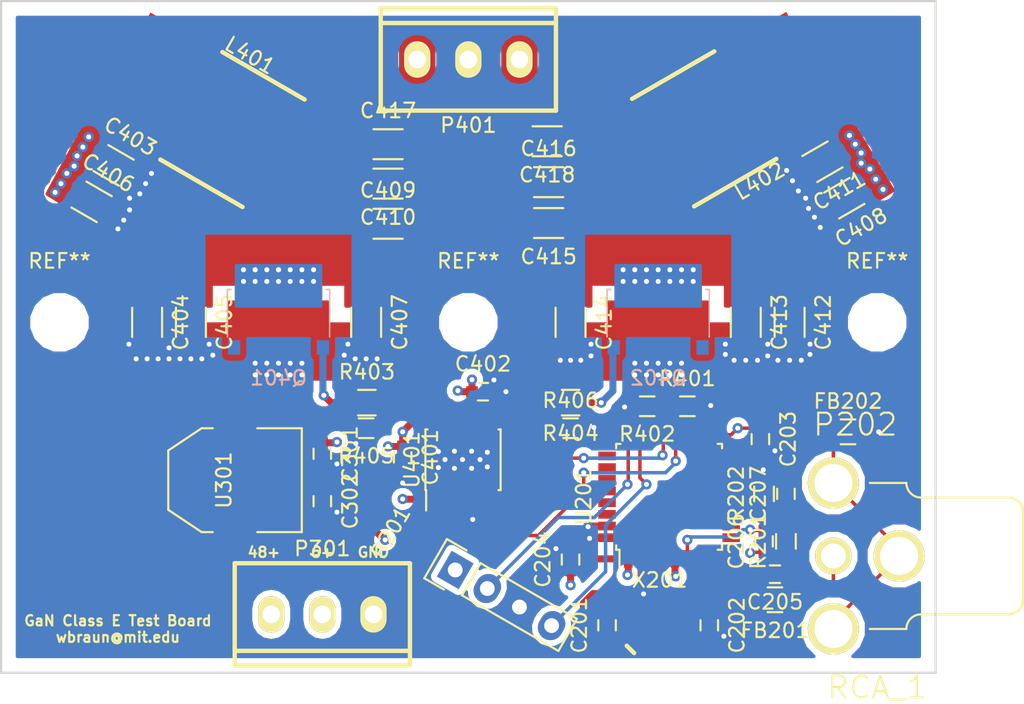
<source format=kicad_pcb>
(kicad_pcb (version 4) (host pcbnew 4.0.4+e1-6308~48~ubuntu14.04.1-stable)

  (general
    (links 110)
    (no_connects 2)
    (area 121.482857 49.924999 197.235001 98.435)
    (thickness 1.6)
    (drawings 8)
    (tracks 518)
    (zones 0)
    (modules 52)
    (nets 23)
  )

  (page A4)
  (layers
    (0 F.Cu signal)
    (1 In1.Cu signal)
    (2 In2.Cu signal)
    (31 B.Cu signal)
    (32 B.Adhes user)
    (33 F.Adhes user)
    (34 B.Paste user)
    (35 F.Paste user)
    (36 B.SilkS user)
    (37 F.SilkS user)
    (38 B.Mask user)
    (39 F.Mask user)
    (40 Dwgs.User user)
    (41 Cmts.User user)
    (42 Eco1.User user)
    (43 Eco2.User user)
    (44 Edge.Cuts user)
    (45 Margin user)
    (46 B.CrtYd user)
    (47 F.CrtYd user)
    (48 B.Fab user)
    (49 F.Fab user hide)
  )

  (setup
    (last_trace_width 0.48)
    (user_trace_width 0.16)
    (user_trace_width 0.24)
    (user_trace_width 0.32)
    (user_trace_width 0.48)
    (user_trace_width 0.64)
    (user_trace_width 1)
    (trace_clearance 0.16)
    (zone_clearance 0.5)
    (zone_45_only no)
    (trace_min 0.16)
    (segment_width 0.2)
    (edge_width 0.15)
    (via_size 0.7)
    (via_drill 0.34)
    (via_min_size 0.7)
    (via_min_drill 0.34)
    (user_via 0.7 0.34)
    (user_via 1 0.6)
    (uvia_size 0.3)
    (uvia_drill 0.1)
    (uvias_allowed no)
    (uvia_min_size 0.2)
    (uvia_min_drill 0.1)
    (pcb_text_width 0.3)
    (pcb_text_size 1.5 1.5)
    (mod_edge_width 0.15)
    (mod_text_size 1 1)
    (mod_text_width 0.15)
    (pad_size 1.524 1.524)
    (pad_drill 0.762)
    (pad_to_mask_clearance 0.05)
    (aux_axis_origin 0 0)
    (visible_elements FFFCFF7F)
    (pcbplotparams
      (layerselection 0x010f0_80000007)
      (usegerberextensions true)
      (excludeedgelayer true)
      (linewidth 0.100000)
      (plotframeref false)
      (viasonmask false)
      (mode 1)
      (useauxorigin false)
      (hpglpennumber 1)
      (hpglpenspeed 20)
      (hpglpendiameter 15)
      (hpglpenoverlay 2)
      (psnegative false)
      (psa4output false)
      (plotreference false)
      (plotvalue false)
      (plotinvisibletext false)
      (padsonsilk false)
      (subtractmaskfromsilk false)
      (outputformat 1)
      (mirror false)
      (drillshape 0)
      (scaleselection 1)
      (outputdirectory ../gerbers/))
  )

  (net 0 "")
  (net 1 /Control/crystal_a)
  (net 2 GND)
  (net 3 /Control/crystal_b)
  (net 4 +6V)
  (net 5 +3V3)
  (net 6 +48V)
  (net 7 "Net-(C404-Pad1)")
  (net 8 /RF/OUT_A)
  (net 9 "Net-(C412-Pad1)")
  (net 10 /RF/OUT_B)
  (net 11 "Net-(Q401-PadG)")
  (net 12 "Net-(Q402-PadG)")
  (net 13 /RF/GATE_A)
  (net 14 /RF/GATE_B)
  (net 15 /Control/RF_A)
  (net 16 /Control/RF_B)
  (net 17 /Control/SWCLK)
  (net 18 /Control/SWDIO)
  (net 19 /Control/audio)
  (net 20 "Net-(C205-Pad2)")
  (net 21 "Net-(FB201-Pad1)")
  (net 22 "Net-(FB202-Pad1)")

  (net_class Default "This is the default net class."
    (clearance 0.16)
    (trace_width 0.16)
    (via_dia 0.7)
    (via_drill 0.34)
    (uvia_dia 0.3)
    (uvia_drill 0.1)
    (add_net +3V3)
    (add_net +48V)
    (add_net +6V)
    (add_net /Control/RF_A)
    (add_net /Control/RF_B)
    (add_net /Control/SWCLK)
    (add_net /Control/SWDIO)
    (add_net /Control/audio)
    (add_net /Control/crystal_a)
    (add_net /Control/crystal_b)
    (add_net /RF/GATE_A)
    (add_net /RF/GATE_B)
    (add_net /RF/OUT_A)
    (add_net /RF/OUT_B)
    (add_net GND)
    (add_net "Net-(C205-Pad2)")
    (add_net "Net-(C404-Pad1)")
    (add_net "Net-(C412-Pad1)")
    (add_net "Net-(FB201-Pad1)")
    (add_net "Net-(FB202-Pad1)")
    (add_net "Net-(Q401-PadG)")
    (add_net "Net-(Q402-PadG)")
  )

  (module Capacitors_SMD:C_1206 (layer F.Cu) (tedit 5415D7BD) (tstamp 5833EF9A)
    (at 134.700962 61.25 330)
    (descr "Capacitor SMD 1206, reflow soldering, AVX (see smccp.pdf)")
    (tags "capacitor 1206")
    (path /58327681/58329EFF)
    (attr smd)
    (fp_text reference C403 (at 0 -2.3 330) (layer F.SilkS)
      (effects (font (size 1 1) (thickness 0.15)))
    )
    (fp_text value C (at 0 2.3 330) (layer F.Fab)
      (effects (font (size 1 1) (thickness 0.15)))
    )
    (fp_line (start -1.6 0.8) (end -1.6 -0.8) (layer F.Fab) (width 0.15))
    (fp_line (start 1.6 0.8) (end -1.6 0.8) (layer F.Fab) (width 0.15))
    (fp_line (start 1.6 -0.8) (end 1.6 0.8) (layer F.Fab) (width 0.15))
    (fp_line (start -1.6 -0.8) (end 1.6 -0.8) (layer F.Fab) (width 0.15))
    (fp_line (start -2.3 -1.15) (end 2.3 -1.15) (layer F.CrtYd) (width 0.05))
    (fp_line (start -2.3 1.15) (end 2.3 1.15) (layer F.CrtYd) (width 0.05))
    (fp_line (start -2.3 -1.15) (end -2.3 1.15) (layer F.CrtYd) (width 0.05))
    (fp_line (start 2.3 -1.15) (end 2.3 1.15) (layer F.CrtYd) (width 0.05))
    (fp_line (start 1 -1.025) (end -1 -1.025) (layer F.SilkS) (width 0.15))
    (fp_line (start -1 1.025) (end 1 1.025) (layer F.SilkS) (width 0.15))
    (pad 1 smd rect (at -1.5 0 330) (size 1 1.6) (layers F.Cu F.Paste F.Mask)
      (net 6 +48V))
    (pad 2 smd rect (at 1.5 0 330) (size 1 1.6) (layers F.Cu F.Paste F.Mask)
      (net 2 GND))
    (model Capacitors_SMD.3dshapes/C_1206.wrl
      (at (xyz 0 0 0))
      (scale (xyz 1 1 1))
      (rotate (xyz 0 0 0))
    )
  )

  (module Capacitors_SMD:C_1206 (layer F.Cu) (tedit 5415D7BD) (tstamp 5833EFA0)
    (at 137 72 270)
    (descr "Capacitor SMD 1206, reflow soldering, AVX (see smccp.pdf)")
    (tags "capacitor 1206")
    (path /58327681/583284F0)
    (attr smd)
    (fp_text reference C404 (at 0 -2.3 270) (layer F.SilkS)
      (effects (font (size 1 1) (thickness 0.15)))
    )
    (fp_text value C (at 0 2.3 270) (layer F.Fab)
      (effects (font (size 1 1) (thickness 0.15)))
    )
    (fp_line (start -1.6 0.8) (end -1.6 -0.8) (layer F.Fab) (width 0.15))
    (fp_line (start 1.6 0.8) (end -1.6 0.8) (layer F.Fab) (width 0.15))
    (fp_line (start 1.6 -0.8) (end 1.6 0.8) (layer F.Fab) (width 0.15))
    (fp_line (start -1.6 -0.8) (end 1.6 -0.8) (layer F.Fab) (width 0.15))
    (fp_line (start -2.3 -1.15) (end 2.3 -1.15) (layer F.CrtYd) (width 0.05))
    (fp_line (start -2.3 1.15) (end 2.3 1.15) (layer F.CrtYd) (width 0.05))
    (fp_line (start -2.3 -1.15) (end -2.3 1.15) (layer F.CrtYd) (width 0.05))
    (fp_line (start 2.3 -1.15) (end 2.3 1.15) (layer F.CrtYd) (width 0.05))
    (fp_line (start 1 -1.025) (end -1 -1.025) (layer F.SilkS) (width 0.15))
    (fp_line (start -1 1.025) (end 1 1.025) (layer F.SilkS) (width 0.15))
    (pad 1 smd rect (at -1.5 0 270) (size 1 1.6) (layers F.Cu F.Paste F.Mask)
      (net 7 "Net-(C404-Pad1)"))
    (pad 2 smd rect (at 1.5 0 270) (size 1 1.6) (layers F.Cu F.Paste F.Mask)
      (net 2 GND))
    (model Capacitors_SMD.3dshapes/C_1206.wrl
      (at (xyz 0 0 0))
      (scale (xyz 1 1 1))
      (rotate (xyz 0 0 0))
    )
  )

  (module Capacitors_SMD:C_1206 (layer F.Cu) (tedit 5415D7BD) (tstamp 5833EFA6)
    (at 140 72 270)
    (descr "Capacitor SMD 1206, reflow soldering, AVX (see smccp.pdf)")
    (tags "capacitor 1206")
    (path /58327681/583285AB)
    (attr smd)
    (fp_text reference C405 (at 0 -2.3 270) (layer F.SilkS)
      (effects (font (size 1 1) (thickness 0.15)))
    )
    (fp_text value C (at 0 2.3 270) (layer F.Fab)
      (effects (font (size 1 1) (thickness 0.15)))
    )
    (fp_line (start -1.6 0.8) (end -1.6 -0.8) (layer F.Fab) (width 0.15))
    (fp_line (start 1.6 0.8) (end -1.6 0.8) (layer F.Fab) (width 0.15))
    (fp_line (start 1.6 -0.8) (end 1.6 0.8) (layer F.Fab) (width 0.15))
    (fp_line (start -1.6 -0.8) (end 1.6 -0.8) (layer F.Fab) (width 0.15))
    (fp_line (start -2.3 -1.15) (end 2.3 -1.15) (layer F.CrtYd) (width 0.05))
    (fp_line (start -2.3 1.15) (end 2.3 1.15) (layer F.CrtYd) (width 0.05))
    (fp_line (start -2.3 -1.15) (end -2.3 1.15) (layer F.CrtYd) (width 0.05))
    (fp_line (start 2.3 -1.15) (end 2.3 1.15) (layer F.CrtYd) (width 0.05))
    (fp_line (start 1 -1.025) (end -1 -1.025) (layer F.SilkS) (width 0.15))
    (fp_line (start -1 1.025) (end 1 1.025) (layer F.SilkS) (width 0.15))
    (pad 1 smd rect (at -1.5 0 270) (size 1 1.6) (layers F.Cu F.Paste F.Mask)
      (net 7 "Net-(C404-Pad1)"))
    (pad 2 smd rect (at 1.5 0 270) (size 1 1.6) (layers F.Cu F.Paste F.Mask)
      (net 2 GND))
    (model Capacitors_SMD.3dshapes/C_1206.wrl
      (at (xyz 0 0 0))
      (scale (xyz 1 1 1))
      (rotate (xyz 0 0 0))
    )
  )

  (module Capacitors_SMD:C_1206 (layer F.Cu) (tedit 5415D7BD) (tstamp 5833EFAC)
    (at 133.200962 63.75 330)
    (descr "Capacitor SMD 1206, reflow soldering, AVX (see smccp.pdf)")
    (tags "capacitor 1206")
    (path /58327681/5832A18F)
    (attr smd)
    (fp_text reference C406 (at 0 -2.3 330) (layer F.SilkS)
      (effects (font (size 1 1) (thickness 0.15)))
    )
    (fp_text value C (at 0 2.3 330) (layer F.Fab)
      (effects (font (size 1 1) (thickness 0.15)))
    )
    (fp_line (start -1.6 0.8) (end -1.6 -0.8) (layer F.Fab) (width 0.15))
    (fp_line (start 1.6 0.8) (end -1.6 0.8) (layer F.Fab) (width 0.15))
    (fp_line (start 1.6 -0.8) (end 1.6 0.8) (layer F.Fab) (width 0.15))
    (fp_line (start -1.6 -0.8) (end 1.6 -0.8) (layer F.Fab) (width 0.15))
    (fp_line (start -2.3 -1.15) (end 2.3 -1.15) (layer F.CrtYd) (width 0.05))
    (fp_line (start -2.3 1.15) (end 2.3 1.15) (layer F.CrtYd) (width 0.05))
    (fp_line (start -2.3 -1.15) (end -2.3 1.15) (layer F.CrtYd) (width 0.05))
    (fp_line (start 2.3 -1.15) (end 2.3 1.15) (layer F.CrtYd) (width 0.05))
    (fp_line (start 1 -1.025) (end -1 -1.025) (layer F.SilkS) (width 0.15))
    (fp_line (start -1 1.025) (end 1 1.025) (layer F.SilkS) (width 0.15))
    (pad 1 smd rect (at -1.5 0 330) (size 1 1.6) (layers F.Cu F.Paste F.Mask)
      (net 6 +48V))
    (pad 2 smd rect (at 1.5 0 330) (size 1 1.6) (layers F.Cu F.Paste F.Mask)
      (net 2 GND))
    (model Capacitors_SMD.3dshapes/C_1206.wrl
      (at (xyz 0 0 0))
      (scale (xyz 1 1 1))
      (rotate (xyz 0 0 0))
    )
  )

  (module Capacitors_SMD:C_1206 (layer F.Cu) (tedit 5415D7BD) (tstamp 5833EFB2)
    (at 152 72 270)
    (descr "Capacitor SMD 1206, reflow soldering, AVX (see smccp.pdf)")
    (tags "capacitor 1206")
    (path /58327681/583286EF)
    (attr smd)
    (fp_text reference C407 (at 0 -2.3 270) (layer F.SilkS)
      (effects (font (size 1 1) (thickness 0.15)))
    )
    (fp_text value C (at 0 2.3 270) (layer F.Fab)
      (effects (font (size 1 1) (thickness 0.15)))
    )
    (fp_line (start -1.6 0.8) (end -1.6 -0.8) (layer F.Fab) (width 0.15))
    (fp_line (start 1.6 0.8) (end -1.6 0.8) (layer F.Fab) (width 0.15))
    (fp_line (start 1.6 -0.8) (end 1.6 0.8) (layer F.Fab) (width 0.15))
    (fp_line (start -1.6 -0.8) (end 1.6 -0.8) (layer F.Fab) (width 0.15))
    (fp_line (start -2.3 -1.15) (end 2.3 -1.15) (layer F.CrtYd) (width 0.05))
    (fp_line (start -2.3 1.15) (end 2.3 1.15) (layer F.CrtYd) (width 0.05))
    (fp_line (start -2.3 -1.15) (end -2.3 1.15) (layer F.CrtYd) (width 0.05))
    (fp_line (start 2.3 -1.15) (end 2.3 1.15) (layer F.CrtYd) (width 0.05))
    (fp_line (start 1 -1.025) (end -1 -1.025) (layer F.SilkS) (width 0.15))
    (fp_line (start -1 1.025) (end 1 1.025) (layer F.SilkS) (width 0.15))
    (pad 1 smd rect (at -1.5 0 270) (size 1 1.6) (layers F.Cu F.Paste F.Mask)
      (net 7 "Net-(C404-Pad1)"))
    (pad 2 smd rect (at 1.5 0 270) (size 1 1.6) (layers F.Cu F.Paste F.Mask)
      (net 2 GND))
    (model Capacitors_SMD.3dshapes/C_1206.wrl
      (at (xyz 0 0 0))
      (scale (xyz 1 1 1))
      (rotate (xyz 0 0 0))
    )
  )

  (module Capacitors_SMD:C_1206 (layer F.Cu) (tedit 5415D7BD) (tstamp 5833EFBE)
    (at 153.5 65.25)
    (descr "Capacitor SMD 1206, reflow soldering, AVX (see smccp.pdf)")
    (tags "capacitor 1206")
    (path /58327681/58328663)
    (attr smd)
    (fp_text reference C409 (at 0 -2.3) (layer F.SilkS)
      (effects (font (size 1 1) (thickness 0.15)))
    )
    (fp_text value C (at 0 2.3) (layer F.Fab)
      (effects (font (size 1 1) (thickness 0.15)))
    )
    (fp_line (start -1.6 0.8) (end -1.6 -0.8) (layer F.Fab) (width 0.15))
    (fp_line (start 1.6 0.8) (end -1.6 0.8) (layer F.Fab) (width 0.15))
    (fp_line (start 1.6 -0.8) (end 1.6 0.8) (layer F.Fab) (width 0.15))
    (fp_line (start -1.6 -0.8) (end 1.6 -0.8) (layer F.Fab) (width 0.15))
    (fp_line (start -2.3 -1.15) (end 2.3 -1.15) (layer F.CrtYd) (width 0.05))
    (fp_line (start -2.3 1.15) (end 2.3 1.15) (layer F.CrtYd) (width 0.05))
    (fp_line (start -2.3 -1.15) (end -2.3 1.15) (layer F.CrtYd) (width 0.05))
    (fp_line (start 2.3 -1.15) (end 2.3 1.15) (layer F.CrtYd) (width 0.05))
    (fp_line (start 1 -1.025) (end -1 -1.025) (layer F.SilkS) (width 0.15))
    (fp_line (start -1 1.025) (end 1 1.025) (layer F.SilkS) (width 0.15))
    (pad 1 smd rect (at -1.5 0) (size 1 1.6) (layers F.Cu F.Paste F.Mask)
      (net 7 "Net-(C404-Pad1)"))
    (pad 2 smd rect (at 1.5 0) (size 1 1.6) (layers F.Cu F.Paste F.Mask)
      (net 8 /RF/OUT_A))
    (model Capacitors_SMD.3dshapes/C_1206.wrl
      (at (xyz 0 0 0))
      (scale (xyz 1 1 1))
      (rotate (xyz 0 0 0))
    )
  )

  (module Capacitors_SMD:C_1206 (layer F.Cu) (tedit 5415D7BD) (tstamp 5833EFC4)
    (at 153.5 62.5 180)
    (descr "Capacitor SMD 1206, reflow soldering, AVX (see smccp.pdf)")
    (tags "capacitor 1206")
    (path /58327681/583285DE)
    (attr smd)
    (fp_text reference C410 (at 0 -2.3 180) (layer F.SilkS)
      (effects (font (size 1 1) (thickness 0.15)))
    )
    (fp_text value C (at 0 2.3 180) (layer F.Fab)
      (effects (font (size 1 1) (thickness 0.15)))
    )
    (fp_line (start -1.6 0.8) (end -1.6 -0.8) (layer F.Fab) (width 0.15))
    (fp_line (start 1.6 0.8) (end -1.6 0.8) (layer F.Fab) (width 0.15))
    (fp_line (start 1.6 -0.8) (end 1.6 0.8) (layer F.Fab) (width 0.15))
    (fp_line (start -1.6 -0.8) (end 1.6 -0.8) (layer F.Fab) (width 0.15))
    (fp_line (start -2.3 -1.15) (end 2.3 -1.15) (layer F.CrtYd) (width 0.05))
    (fp_line (start -2.3 1.15) (end 2.3 1.15) (layer F.CrtYd) (width 0.05))
    (fp_line (start -2.3 -1.15) (end -2.3 1.15) (layer F.CrtYd) (width 0.05))
    (fp_line (start 2.3 -1.15) (end 2.3 1.15) (layer F.CrtYd) (width 0.05))
    (fp_line (start 1 -1.025) (end -1 -1.025) (layer F.SilkS) (width 0.15))
    (fp_line (start -1 1.025) (end 1 1.025) (layer F.SilkS) (width 0.15))
    (pad 1 smd rect (at -1.5 0 180) (size 1 1.6) (layers F.Cu F.Paste F.Mask)
      (net 8 /RF/OUT_A))
    (pad 2 smd rect (at 1.5 0 180) (size 1 1.6) (layers F.Cu F.Paste F.Mask)
      (net 7 "Net-(C404-Pad1)"))
    (model Capacitors_SMD.3dshapes/C_1206.wrl
      (at (xyz 0 0 0))
      (scale (xyz 1 1 1))
      (rotate (xyz 0 0 0))
    )
  )

  (module Capacitors_SMD:C_1206 (layer F.Cu) (tedit 5415D7BD) (tstamp 5833EFD0)
    (at 181 72 270)
    (descr "Capacitor SMD 1206, reflow soldering, AVX (see smccp.pdf)")
    (tags "capacitor 1206")
    (path /58327681/5833DB88)
    (attr smd)
    (fp_text reference C412 (at 0 -2.3 270) (layer F.SilkS)
      (effects (font (size 1 1) (thickness 0.15)))
    )
    (fp_text value C (at 0 2.3 270) (layer F.Fab)
      (effects (font (size 1 1) (thickness 0.15)))
    )
    (fp_line (start -1.6 0.8) (end -1.6 -0.8) (layer F.Fab) (width 0.15))
    (fp_line (start 1.6 0.8) (end -1.6 0.8) (layer F.Fab) (width 0.15))
    (fp_line (start 1.6 -0.8) (end 1.6 0.8) (layer F.Fab) (width 0.15))
    (fp_line (start -1.6 -0.8) (end 1.6 -0.8) (layer F.Fab) (width 0.15))
    (fp_line (start -2.3 -1.15) (end 2.3 -1.15) (layer F.CrtYd) (width 0.05))
    (fp_line (start -2.3 1.15) (end 2.3 1.15) (layer F.CrtYd) (width 0.05))
    (fp_line (start -2.3 -1.15) (end -2.3 1.15) (layer F.CrtYd) (width 0.05))
    (fp_line (start 2.3 -1.15) (end 2.3 1.15) (layer F.CrtYd) (width 0.05))
    (fp_line (start 1 -1.025) (end -1 -1.025) (layer F.SilkS) (width 0.15))
    (fp_line (start -1 1.025) (end 1 1.025) (layer F.SilkS) (width 0.15))
    (pad 1 smd rect (at -1.5 0 270) (size 1 1.6) (layers F.Cu F.Paste F.Mask)
      (net 9 "Net-(C412-Pad1)"))
    (pad 2 smd rect (at 1.5 0 270) (size 1 1.6) (layers F.Cu F.Paste F.Mask)
      (net 2 GND))
    (model Capacitors_SMD.3dshapes/C_1206.wrl
      (at (xyz 0 0 0))
      (scale (xyz 1 1 1))
      (rotate (xyz 0 0 0))
    )
  )

  (module Capacitors_SMD:C_1206 (layer F.Cu) (tedit 5415D7BD) (tstamp 5833EFD6)
    (at 178 72 270)
    (descr "Capacitor SMD 1206, reflow soldering, AVX (see smccp.pdf)")
    (tags "capacitor 1206")
    (path /58327681/5833DB8E)
    (attr smd)
    (fp_text reference C413 (at 0 -2.3 270) (layer F.SilkS)
      (effects (font (size 1 1) (thickness 0.15)))
    )
    (fp_text value C (at 0 2.3 270) (layer F.Fab)
      (effects (font (size 1 1) (thickness 0.15)))
    )
    (fp_line (start -1.6 0.8) (end -1.6 -0.8) (layer F.Fab) (width 0.15))
    (fp_line (start 1.6 0.8) (end -1.6 0.8) (layer F.Fab) (width 0.15))
    (fp_line (start 1.6 -0.8) (end 1.6 0.8) (layer F.Fab) (width 0.15))
    (fp_line (start -1.6 -0.8) (end 1.6 -0.8) (layer F.Fab) (width 0.15))
    (fp_line (start -2.3 -1.15) (end 2.3 -1.15) (layer F.CrtYd) (width 0.05))
    (fp_line (start -2.3 1.15) (end 2.3 1.15) (layer F.CrtYd) (width 0.05))
    (fp_line (start -2.3 -1.15) (end -2.3 1.15) (layer F.CrtYd) (width 0.05))
    (fp_line (start 2.3 -1.15) (end 2.3 1.15) (layer F.CrtYd) (width 0.05))
    (fp_line (start 1 -1.025) (end -1 -1.025) (layer F.SilkS) (width 0.15))
    (fp_line (start -1 1.025) (end 1 1.025) (layer F.SilkS) (width 0.15))
    (pad 1 smd rect (at -1.5 0 270) (size 1 1.6) (layers F.Cu F.Paste F.Mask)
      (net 9 "Net-(C412-Pad1)"))
    (pad 2 smd rect (at 1.5 0 270) (size 1 1.6) (layers F.Cu F.Paste F.Mask)
      (net 2 GND))
    (model Capacitors_SMD.3dshapes/C_1206.wrl
      (at (xyz 0 0 0))
      (scale (xyz 1 1 1))
      (rotate (xyz 0 0 0))
    )
  )

  (module Capacitors_SMD:C_1206 (layer F.Cu) (tedit 5415D7BD) (tstamp 5833EFDC)
    (at 166 72 270)
    (descr "Capacitor SMD 1206, reflow soldering, AVX (see smccp.pdf)")
    (tags "capacitor 1206")
    (path /58327681/5833DBA0)
    (attr smd)
    (fp_text reference C414 (at 0 -2.3 270) (layer F.SilkS)
      (effects (font (size 1 1) (thickness 0.15)))
    )
    (fp_text value C (at 0 2.3 270) (layer F.Fab)
      (effects (font (size 1 1) (thickness 0.15)))
    )
    (fp_line (start -1.6 0.8) (end -1.6 -0.8) (layer F.Fab) (width 0.15))
    (fp_line (start 1.6 0.8) (end -1.6 0.8) (layer F.Fab) (width 0.15))
    (fp_line (start 1.6 -0.8) (end 1.6 0.8) (layer F.Fab) (width 0.15))
    (fp_line (start -1.6 -0.8) (end 1.6 -0.8) (layer F.Fab) (width 0.15))
    (fp_line (start -2.3 -1.15) (end 2.3 -1.15) (layer F.CrtYd) (width 0.05))
    (fp_line (start -2.3 1.15) (end 2.3 1.15) (layer F.CrtYd) (width 0.05))
    (fp_line (start -2.3 -1.15) (end -2.3 1.15) (layer F.CrtYd) (width 0.05))
    (fp_line (start 2.3 -1.15) (end 2.3 1.15) (layer F.CrtYd) (width 0.05))
    (fp_line (start 1 -1.025) (end -1 -1.025) (layer F.SilkS) (width 0.15))
    (fp_line (start -1 1.025) (end 1 1.025) (layer F.SilkS) (width 0.15))
    (pad 1 smd rect (at -1.5 0 270) (size 1 1.6) (layers F.Cu F.Paste F.Mask)
      (net 9 "Net-(C412-Pad1)"))
    (pad 2 smd rect (at 1.5 0 270) (size 1 1.6) (layers F.Cu F.Paste F.Mask)
      (net 2 GND))
    (model Capacitors_SMD.3dshapes/C_1206.wrl
      (at (xyz 0 0 0))
      (scale (xyz 1 1 1))
      (rotate (xyz 0 0 0))
    )
  )

  (module Capacitors_SMD:C_1206 (layer F.Cu) (tedit 5415D7BD) (tstamp 5833EFE2)
    (at 164.5 65.2 180)
    (descr "Capacitor SMD 1206, reflow soldering, AVX (see smccp.pdf)")
    (tags "capacitor 1206")
    (path /58327681/5833DB9A)
    (attr smd)
    (fp_text reference C415 (at 0 -2.3 180) (layer F.SilkS)
      (effects (font (size 1 1) (thickness 0.15)))
    )
    (fp_text value C (at 0 2.3 180) (layer F.Fab)
      (effects (font (size 1 1) (thickness 0.15)))
    )
    (fp_line (start -1.6 0.8) (end -1.6 -0.8) (layer F.Fab) (width 0.15))
    (fp_line (start 1.6 0.8) (end -1.6 0.8) (layer F.Fab) (width 0.15))
    (fp_line (start 1.6 -0.8) (end 1.6 0.8) (layer F.Fab) (width 0.15))
    (fp_line (start -1.6 -0.8) (end 1.6 -0.8) (layer F.Fab) (width 0.15))
    (fp_line (start -2.3 -1.15) (end 2.3 -1.15) (layer F.CrtYd) (width 0.05))
    (fp_line (start -2.3 1.15) (end 2.3 1.15) (layer F.CrtYd) (width 0.05))
    (fp_line (start -2.3 -1.15) (end -2.3 1.15) (layer F.CrtYd) (width 0.05))
    (fp_line (start 2.3 -1.15) (end 2.3 1.15) (layer F.CrtYd) (width 0.05))
    (fp_line (start 1 -1.025) (end -1 -1.025) (layer F.SilkS) (width 0.15))
    (fp_line (start -1 1.025) (end 1 1.025) (layer F.SilkS) (width 0.15))
    (pad 1 smd rect (at -1.5 0 180) (size 1 1.6) (layers F.Cu F.Paste F.Mask)
      (net 9 "Net-(C412-Pad1)"))
    (pad 2 smd rect (at 1.5 0 180) (size 1 1.6) (layers F.Cu F.Paste F.Mask)
      (net 10 /RF/OUT_B))
    (model Capacitors_SMD.3dshapes/C_1206.wrl
      (at (xyz 0 0 0))
      (scale (xyz 1 1 1))
      (rotate (xyz 0 0 0))
    )
  )

  (module Capacitors_SMD:C_1206 (layer F.Cu) (tedit 5415D7BD) (tstamp 5833EFE8)
    (at 164.5 62.4)
    (descr "Capacitor SMD 1206, reflow soldering, AVX (see smccp.pdf)")
    (tags "capacitor 1206")
    (path /58327681/5833DB94)
    (attr smd)
    (fp_text reference C416 (at 0 -2.3) (layer F.SilkS)
      (effects (font (size 1 1) (thickness 0.15)))
    )
    (fp_text value C (at 0 2.3) (layer F.Fab)
      (effects (font (size 1 1) (thickness 0.15)))
    )
    (fp_line (start -1.6 0.8) (end -1.6 -0.8) (layer F.Fab) (width 0.15))
    (fp_line (start 1.6 0.8) (end -1.6 0.8) (layer F.Fab) (width 0.15))
    (fp_line (start 1.6 -0.8) (end 1.6 0.8) (layer F.Fab) (width 0.15))
    (fp_line (start -1.6 -0.8) (end 1.6 -0.8) (layer F.Fab) (width 0.15))
    (fp_line (start -2.3 -1.15) (end 2.3 -1.15) (layer F.CrtYd) (width 0.05))
    (fp_line (start -2.3 1.15) (end 2.3 1.15) (layer F.CrtYd) (width 0.05))
    (fp_line (start -2.3 -1.15) (end -2.3 1.15) (layer F.CrtYd) (width 0.05))
    (fp_line (start 2.3 -1.15) (end 2.3 1.15) (layer F.CrtYd) (width 0.05))
    (fp_line (start 1 -1.025) (end -1 -1.025) (layer F.SilkS) (width 0.15))
    (fp_line (start -1 1.025) (end 1 1.025) (layer F.SilkS) (width 0.15))
    (pad 1 smd rect (at -1.5 0) (size 1 1.6) (layers F.Cu F.Paste F.Mask)
      (net 10 /RF/OUT_B))
    (pad 2 smd rect (at 1.5 0) (size 1 1.6) (layers F.Cu F.Paste F.Mask)
      (net 9 "Net-(C412-Pad1)"))
    (model Capacitors_SMD.3dshapes/C_1206.wrl
      (at (xyz 0 0 0))
      (scale (xyz 1 1 1))
      (rotate (xyz 0 0 0))
    )
  )

  (module wbraun_smd:terminalBlock-3.5mm-3 (layer F.Cu) (tedit 569157F3) (tstamp 5833F008)
    (at 149 92)
    (path /58327666/5833CF88)
    (fp_text reference P301 (at 0 -4.5) (layer F.SilkS)
      (effects (font (size 1 1) (thickness 0.15)))
    )
    (fp_text value CONN_01X03 (at -11.5 -5) (layer F.Fab)
      (effects (font (size 1 1) (thickness 0.15)))
    )
    (fp_line (start -6 2.5) (end 6 2.5) (layer F.SilkS) (width 0.3))
    (fp_line (start 6 3.5) (end -6 3.5) (layer F.SilkS) (width 0.3))
    (fp_line (start -6 3.5) (end -6 -3.5) (layer F.SilkS) (width 0.3))
    (fp_line (start -6 -3.5) (end 6 -3.5) (layer F.SilkS) (width 0.3))
    (fp_line (start 6 -3.5) (end 6 3.5) (layer F.SilkS) (width 0.3))
    (pad 1 thru_hole oval (at -3.5 0) (size 1.8 2.5) (drill 1.2) (layers *.Cu *.Mask F.SilkS)
      (net 6 +48V))
    (pad 2 thru_hole oval (at 0 0) (size 1.8 2.5) (drill 1.2) (layers *.Cu *.Mask F.SilkS)
      (net 4 +6V))
    (pad 3 thru_hole oval (at 3.5 0) (size 1.8 2.5) (drill 1.2) (layers *.Cu *.Mask F.SilkS)
      (net 2 GND))
  )

  (module wbraun_smd:terminalBlock-3.5mm-3 (layer F.Cu) (tedit 569157F3) (tstamp 5833F014)
    (at 159 54 180)
    (path /58327681/5833E986)
    (fp_text reference P401 (at 0 -4.5 180) (layer F.SilkS)
      (effects (font (size 1 1) (thickness 0.15)))
    )
    (fp_text value CONN_01X03 (at 0 -6.5 180) (layer F.Fab)
      (effects (font (size 1 1) (thickness 0.15)))
    )
    (fp_line (start -6 2.5) (end 6 2.5) (layer F.SilkS) (width 0.3))
    (fp_line (start 6 3.5) (end -6 3.5) (layer F.SilkS) (width 0.3))
    (fp_line (start -6 3.5) (end -6 -3.5) (layer F.SilkS) (width 0.3))
    (fp_line (start -6 -3.5) (end 6 -3.5) (layer F.SilkS) (width 0.3))
    (fp_line (start 6 -3.5) (end 6 3.5) (layer F.SilkS) (width 0.3))
    (pad 1 thru_hole oval (at -3.5 0 180) (size 1.8 2.5) (drill 1.2) (layers *.Cu *.Mask F.SilkS)
      (net 10 /RF/OUT_B))
    (pad 2 thru_hole oval (at 0 0 180) (size 1.8 2.5) (drill 1.2) (layers *.Cu *.Mask F.SilkS)
      (net 2 GND))
    (pad 3 thru_hole oval (at 3.5 0 180) (size 1.8 2.5) (drill 1.2) (layers *.Cu *.Mask F.SilkS)
      (net 8 /RF/OUT_A))
  )

  (module wbraun_smd:GS66508T (layer B.Cu) (tedit 5833D601) (tstamp 5833F021)
    (at 146 72 180)
    (path /58327681/58328317)
    (fp_text reference Q401 (at 0 -3.81 180) (layer B.SilkS)
      (effects (font (size 1 1) (thickness 0.15)) (justify mirror))
    )
    (fp_text value Q_NMOS_letters (at 0 3.81 180) (layer B.Fab)
      (effects (font (size 1 1) (thickness 0.15)) (justify mirror))
    )
    (fp_line (start 3.5 2.25) (end 3.5 -1) (layer B.SilkS) (width 0.1))
    (fp_line (start 3.25 2.25) (end 3.5 2.25) (layer B.SilkS) (width 0.1))
    (fp_line (start 3.5 2.25) (end 3.25 2.25) (layer B.SilkS) (width 0.1))
    (fp_line (start -3.5 2.25) (end -3.5 -1) (layer B.SilkS) (width 0.1))
    (fp_line (start -3.5 2.25) (end -3.25 2.25) (layer B.SilkS) (width 0.1))
    (pad D smd rect (at 0 1.8 180) (size 5.81 0.84) (layers B.Cu B.Paste B.Mask)
      (net 7 "Net-(C404-Pad1)"))
    (pad S smd rect (at 0 -1.8 180) (size 4.24 0.84) (layers B.Cu B.Paste B.Mask)
      (net 2 GND))
    (pad G smd rect (at -3.04 -1.72 180) (size 0.84 0.99) (layers B.Cu B.Paste B.Mask)
      (net 11 "Net-(Q401-PadG)"))
    (pad G smd rect (at 3.04 -1.72 180) (size 0.84 0.99) (layers B.Cu B.Paste B.Mask)
      (net 11 "Net-(Q401-PadG)"))
  )

  (module wbraun_smd:GS66508T (layer B.Cu) (tedit 5833D601) (tstamp 5833F02E)
    (at 172 72 180)
    (path /58327681/5833DB76)
    (fp_text reference Q402 (at 0 -3.81 180) (layer B.SilkS)
      (effects (font (size 1 1) (thickness 0.15)) (justify mirror))
    )
    (fp_text value Q_NMOS_letters (at 0 3.81 180) (layer B.Fab)
      (effects (font (size 1 1) (thickness 0.15)) (justify mirror))
    )
    (fp_line (start 3.5 2.25) (end 3.5 -1) (layer B.SilkS) (width 0.1))
    (fp_line (start 3.25 2.25) (end 3.5 2.25) (layer B.SilkS) (width 0.1))
    (fp_line (start 3.5 2.25) (end 3.25 2.25) (layer B.SilkS) (width 0.1))
    (fp_line (start -3.5 2.25) (end -3.5 -1) (layer B.SilkS) (width 0.1))
    (fp_line (start -3.5 2.25) (end -3.25 2.25) (layer B.SilkS) (width 0.1))
    (pad D smd rect (at 0 1.8 180) (size 5.81 0.84) (layers B.Cu B.Paste B.Mask)
      (net 9 "Net-(C412-Pad1)"))
    (pad S smd rect (at 0 -1.8 180) (size 4.24 0.84) (layers B.Cu B.Paste B.Mask)
      (net 2 GND))
    (pad G smd rect (at -3.04 -1.72 180) (size 0.84 0.99) (layers B.Cu B.Paste B.Mask)
      (net 12 "Net-(Q402-PadG)"))
    (pad G smd rect (at 3.04 -1.72 180) (size 0.84 0.99) (layers B.Cu B.Paste B.Mask)
      (net 12 "Net-(Q402-PadG)"))
  )

  (module Resistors_SMD:R_0805 (layer F.Cu) (tedit 58307B54) (tstamp 5833F040)
    (at 152.05 77.5)
    (descr "Resistor SMD 0805, reflow soldering, Vishay (see dcrcw.pdf)")
    (tags "resistor 0805")
    (path /58327681/58328445)
    (attr smd)
    (fp_text reference R403 (at 0 -2.1) (layer F.SilkS)
      (effects (font (size 1 1) (thickness 0.15)))
    )
    (fp_text value R (at 0 2.1) (layer F.Fab)
      (effects (font (size 1 1) (thickness 0.15)))
    )
    (fp_line (start -1 0.625) (end -1 -0.625) (layer F.Fab) (width 0.1))
    (fp_line (start 1 0.625) (end -1 0.625) (layer F.Fab) (width 0.1))
    (fp_line (start 1 -0.625) (end 1 0.625) (layer F.Fab) (width 0.1))
    (fp_line (start -1 -0.625) (end 1 -0.625) (layer F.Fab) (width 0.1))
    (fp_line (start -1.6 -1) (end 1.6 -1) (layer F.CrtYd) (width 0.05))
    (fp_line (start -1.6 1) (end 1.6 1) (layer F.CrtYd) (width 0.05))
    (fp_line (start -1.6 -1) (end -1.6 1) (layer F.CrtYd) (width 0.05))
    (fp_line (start 1.6 -1) (end 1.6 1) (layer F.CrtYd) (width 0.05))
    (fp_line (start 0.6 0.875) (end -0.6 0.875) (layer F.SilkS) (width 0.15))
    (fp_line (start -0.6 -0.875) (end 0.6 -0.875) (layer F.SilkS) (width 0.15))
    (pad 1 smd rect (at -0.95 0) (size 0.7 1.3) (layers F.Cu F.Paste F.Mask)
      (net 11 "Net-(Q401-PadG)"))
    (pad 2 smd rect (at 0.95 0) (size 0.7 1.3) (layers F.Cu F.Paste F.Mask)
      (net 13 /RF/GATE_A))
    (model Resistors_SMD.3dshapes/R_0805.wrl
      (at (xyz 0 0 0))
      (scale (xyz 1 1 1))
      (rotate (xyz 0 0 0))
    )
  )

  (module Resistors_SMD:R_0805 (layer F.Cu) (tedit 58307B54) (tstamp 5833F046)
    (at 166 77.5 180)
    (descr "Resistor SMD 0805, reflow soldering, Vishay (see dcrcw.pdf)")
    (tags "resistor 0805")
    (path /58327681/5833DB82)
    (attr smd)
    (fp_text reference R404 (at 0 -2.1 180) (layer F.SilkS)
      (effects (font (size 1 1) (thickness 0.15)))
    )
    (fp_text value R (at 0 2.1 180) (layer F.Fab)
      (effects (font (size 1 1) (thickness 0.15)))
    )
    (fp_line (start -1 0.625) (end -1 -0.625) (layer F.Fab) (width 0.1))
    (fp_line (start 1 0.625) (end -1 0.625) (layer F.Fab) (width 0.1))
    (fp_line (start 1 -0.625) (end 1 0.625) (layer F.Fab) (width 0.1))
    (fp_line (start -1 -0.625) (end 1 -0.625) (layer F.Fab) (width 0.1))
    (fp_line (start -1.6 -1) (end 1.6 -1) (layer F.CrtYd) (width 0.05))
    (fp_line (start -1.6 1) (end 1.6 1) (layer F.CrtYd) (width 0.05))
    (fp_line (start -1.6 -1) (end -1.6 1) (layer F.CrtYd) (width 0.05))
    (fp_line (start 1.6 -1) (end 1.6 1) (layer F.CrtYd) (width 0.05))
    (fp_line (start 0.6 0.875) (end -0.6 0.875) (layer F.SilkS) (width 0.15))
    (fp_line (start -0.6 -0.875) (end 0.6 -0.875) (layer F.SilkS) (width 0.15))
    (pad 1 smd rect (at -0.95 0 180) (size 0.7 1.3) (layers F.Cu F.Paste F.Mask)
      (net 12 "Net-(Q402-PadG)"))
    (pad 2 smd rect (at 0.95 0 180) (size 0.7 1.3) (layers F.Cu F.Paste F.Mask)
      (net 14 /RF/GATE_B))
    (model Resistors_SMD.3dshapes/R_0805.wrl
      (at (xyz 0 0 0))
      (scale (xyz 1 1 1))
      (rotate (xyz 0 0 0))
    )
  )

  (module Housings_QFP:LQFP-32_7x7mm_Pitch0.8mm (layer F.Cu) (tedit 54130A77) (tstamp 5833F06A)
    (at 172.75 83.95 90)
    (descr "LQFP32: plastic low profile quad flat package; 32 leads; body 7 x 7 x 1.4 mm (see NXP sot358-1_po.pdf and sot358-1_fr.pdf)")
    (tags "QFP 0.8")
    (path /5832761A/583276C2)
    (attr smd)
    (fp_text reference U201 (at 0 -5.85 90) (layer F.SilkS)
      (effects (font (size 1 1) (thickness 0.15)))
    )
    (fp_text value STM32F334K (at 0 5.85 90) (layer F.Fab)
      (effects (font (size 1 1) (thickness 0.15)))
    )
    (fp_text user %R (at 0 0 90) (layer F.Fab)
      (effects (font (size 1 1) (thickness 0.15)))
    )
    (fp_line (start -2.5 -3.5) (end 3.5 -3.5) (layer F.Fab) (width 0.15))
    (fp_line (start 3.5 -3.5) (end 3.5 3.5) (layer F.Fab) (width 0.15))
    (fp_line (start 3.5 3.5) (end -3.5 3.5) (layer F.Fab) (width 0.15))
    (fp_line (start -3.5 3.5) (end -3.5 -2.5) (layer F.Fab) (width 0.15))
    (fp_line (start -3.5 -2.5) (end -2.5 -3.5) (layer F.Fab) (width 0.15))
    (fp_line (start -5.1 -5.1) (end -5.1 5.1) (layer F.CrtYd) (width 0.05))
    (fp_line (start 5.1 -5.1) (end 5.1 5.1) (layer F.CrtYd) (width 0.05))
    (fp_line (start -5.1 -5.1) (end 5.1 -5.1) (layer F.CrtYd) (width 0.05))
    (fp_line (start -5.1 5.1) (end 5.1 5.1) (layer F.CrtYd) (width 0.05))
    (fp_line (start -3.625 -3.625) (end -3.625 -3.4) (layer F.SilkS) (width 0.15))
    (fp_line (start 3.625 -3.625) (end 3.625 -3.325) (layer F.SilkS) (width 0.15))
    (fp_line (start 3.625 3.625) (end 3.625 3.325) (layer F.SilkS) (width 0.15))
    (fp_line (start -3.625 3.625) (end -3.625 3.325) (layer F.SilkS) (width 0.15))
    (fp_line (start -3.625 -3.625) (end -3.325 -3.625) (layer F.SilkS) (width 0.15))
    (fp_line (start -3.625 3.625) (end -3.325 3.625) (layer F.SilkS) (width 0.15))
    (fp_line (start 3.625 3.625) (end 3.325 3.625) (layer F.SilkS) (width 0.15))
    (fp_line (start 3.625 -3.625) (end 3.325 -3.625) (layer F.SilkS) (width 0.15))
    (fp_line (start -3.625 -3.4) (end -4.85 -3.4) (layer F.SilkS) (width 0.15))
    (pad 1 smd rect (at -4.25 -2.8 90) (size 1.2 0.6) (layers F.Cu F.Paste F.Mask)
      (net 5 +3V3))
    (pad 2 smd rect (at -4.25 -2 90) (size 1.2 0.6) (layers F.Cu F.Paste F.Mask)
      (net 1 /Control/crystal_a))
    (pad 3 smd rect (at -4.25 -1.2 90) (size 1.2 0.6) (layers F.Cu F.Paste F.Mask)
      (net 3 /Control/crystal_b))
    (pad 4 smd rect (at -4.25 -0.4 90) (size 1.2 0.6) (layers F.Cu F.Paste F.Mask))
    (pad 5 smd rect (at -4.25 0.4 90) (size 1.2 0.6) (layers F.Cu F.Paste F.Mask)
      (net 5 +3V3))
    (pad 6 smd rect (at -4.25 1.2 90) (size 1.2 0.6) (layers F.Cu F.Paste F.Mask)
      (net 19 /Control/audio))
    (pad 7 smd rect (at -4.25 2 90) (size 1.2 0.6) (layers F.Cu F.Paste F.Mask))
    (pad 8 smd rect (at -4.25 2.8 90) (size 1.2 0.6) (layers F.Cu F.Paste F.Mask))
    (pad 9 smd rect (at -2.8 4.25 180) (size 1.2 0.6) (layers F.Cu F.Paste F.Mask))
    (pad 10 smd rect (at -2 4.25 180) (size 1.2 0.6) (layers F.Cu F.Paste F.Mask))
    (pad 11 smd rect (at -1.2 4.25 180) (size 1.2 0.6) (layers F.Cu F.Paste F.Mask))
    (pad 12 smd rect (at -0.4 4.25 180) (size 1.2 0.6) (layers F.Cu F.Paste F.Mask))
    (pad 13 smd rect (at 0.4 4.25 180) (size 1.2 0.6) (layers F.Cu F.Paste F.Mask))
    (pad 14 smd rect (at 1.2 4.25 180) (size 1.2 0.6) (layers F.Cu F.Paste F.Mask))
    (pad 15 smd rect (at 2 4.25 180) (size 1.2 0.6) (layers F.Cu F.Paste F.Mask))
    (pad 16 smd rect (at 2.8 4.25 180) (size 1.2 0.6) (layers F.Cu F.Paste F.Mask)
      (net 2 GND))
    (pad 17 smd rect (at 4.25 2.8 90) (size 1.2 0.6) (layers F.Cu F.Paste F.Mask)
      (net 5 +3V3))
    (pad 18 smd rect (at 4.25 2 90) (size 1.2 0.6) (layers F.Cu F.Paste F.Mask))
    (pad 19 smd rect (at 4.25 1.2 90) (size 1.2 0.6) (layers F.Cu F.Paste F.Mask))
    (pad 20 smd rect (at 4.25 0.4 90) (size 1.2 0.6) (layers F.Cu F.Paste F.Mask)
      (net 15 /Control/RF_A))
    (pad 21 smd rect (at 4.25 -0.4 90) (size 1.2 0.6) (layers F.Cu F.Paste F.Mask)
      (net 16 /Control/RF_B))
    (pad 22 smd rect (at 4.25 -1.2 90) (size 1.2 0.6) (layers F.Cu F.Paste F.Mask))
    (pad 23 smd rect (at 4.25 -2 90) (size 1.2 0.6) (layers F.Cu F.Paste F.Mask)
      (net 18 /Control/SWDIO))
    (pad 24 smd rect (at 4.25 -2.8 90) (size 1.2 0.6) (layers F.Cu F.Paste F.Mask)
      (net 17 /Control/SWCLK))
    (pad 25 smd rect (at 2.8 -4.25 180) (size 1.2 0.6) (layers F.Cu F.Paste F.Mask))
    (pad 26 smd rect (at 2 -4.25 180) (size 1.2 0.6) (layers F.Cu F.Paste F.Mask))
    (pad 27 smd rect (at 1.2 -4.25 180) (size 1.2 0.6) (layers F.Cu F.Paste F.Mask))
    (pad 28 smd rect (at 0.4 -4.25 180) (size 1.2 0.6) (layers F.Cu F.Paste F.Mask))
    (pad 29 smd rect (at -0.4 -4.25 180) (size 1.2 0.6) (layers F.Cu F.Paste F.Mask))
    (pad 30 smd rect (at -1.2 -4.25 180) (size 1.2 0.6) (layers F.Cu F.Paste F.Mask))
    (pad 31 smd rect (at -2 -4.25 180) (size 1.2 0.6) (layers F.Cu F.Paste F.Mask)
      (net 2 GND))
    (pad 32 smd rect (at -2.8 -4.25 180) (size 1.2 0.6) (layers F.Cu F.Paste F.Mask)
      (net 2 GND))
    (model Housings_QFP.3dshapes/LQFP-32_7x7mm_Pitch0.8mm.wrl
      (at (xyz 0 0 0))
      (scale (xyz 1 1 1))
      (rotate (xyz 0 0 0))
    )
  )

  (module TO_SOT_Packages_SMD:SOT-223 (layer F.Cu) (tedit 0) (tstamp 5833F072)
    (at 143.020871 82.810213 90)
    (descr "module CMS SOT223 4 pins")
    (tags "CMS SOT")
    (path /58327666/58329C56)
    (attr smd)
    (fp_text reference U301 (at 0 -0.762 90) (layer F.SilkS)
      (effects (font (size 1 1) (thickness 0.15)))
    )
    (fp_text value LD1117S33TR (at 0 0.762 90) (layer F.Fab)
      (effects (font (size 1 1) (thickness 0.15)))
    )
    (fp_line (start -3.556 1.524) (end -3.556 4.572) (layer F.SilkS) (width 0.15))
    (fp_line (start -3.556 4.572) (end 3.556 4.572) (layer F.SilkS) (width 0.15))
    (fp_line (start 3.556 4.572) (end 3.556 1.524) (layer F.SilkS) (width 0.15))
    (fp_line (start -3.556 -1.524) (end -3.556 -2.286) (layer F.SilkS) (width 0.15))
    (fp_line (start -3.556 -2.286) (end -2.032 -4.572) (layer F.SilkS) (width 0.15))
    (fp_line (start -2.032 -4.572) (end 2.032 -4.572) (layer F.SilkS) (width 0.15))
    (fp_line (start 2.032 -4.572) (end 3.556 -2.286) (layer F.SilkS) (width 0.15))
    (fp_line (start 3.556 -2.286) (end 3.556 -1.524) (layer F.SilkS) (width 0.15))
    (pad 4 smd rect (at 0 -3.302 90) (size 3.6576 2.032) (layers F.Cu F.Paste F.Mask))
    (pad 2 smd rect (at 0 3.302 90) (size 1.016 2.032) (layers F.Cu F.Paste F.Mask)
      (net 5 +3V3))
    (pad 3 smd rect (at 2.286 3.302 90) (size 1.016 2.032) (layers F.Cu F.Paste F.Mask)
      (net 4 +6V))
    (pad 1 smd rect (at -2.286 3.302 90) (size 1.016 2.032) (layers F.Cu F.Paste F.Mask)
      (net 2 GND))
    (model TO_SOT_Packages_SMD.3dshapes/SOT-223.wrl
      (at (xyz 0 0 0))
      (scale (xyz 0.4 0.4 0.4))
      (rotate (xyz 0 0 0))
    )
  )

  (module Housings_SOIC:SOIC-8-1EP_3.9x4.9mm_Pitch1.27mm (layer F.Cu) (tedit 574D9865) (tstamp 5833F082)
    (at 158.635 81.4125 90)
    (descr "8-Lead Thermally Enhanced Plastic Small Outline (SE) - Narrow, 3.90 mm Body [SOIC] (see Microchip Packaging Specification 00000049BS.pdf)")
    (tags "SOIC 1.27")
    (path /58327681/58328CAC)
    (attr smd)
    (fp_text reference U401 (at 0 -3.5 90) (layer F.SilkS)
      (effects (font (size 1 1) (thickness 0.15)))
    )
    (fp_text value UCC27524A (at 0 3.5 90) (layer F.Fab)
      (effects (font (size 1 1) (thickness 0.15)))
    )
    (fp_line (start -0.95 -2.45) (end 1.95 -2.45) (layer F.Fab) (width 0.15))
    (fp_line (start 1.95 -2.45) (end 1.95 2.45) (layer F.Fab) (width 0.15))
    (fp_line (start 1.95 2.45) (end -1.95 2.45) (layer F.Fab) (width 0.15))
    (fp_line (start -1.95 2.45) (end -1.95 -1.45) (layer F.Fab) (width 0.15))
    (fp_line (start -1.95 -1.45) (end -0.95 -2.45) (layer F.Fab) (width 0.15))
    (fp_line (start -3.75 -2.75) (end -3.75 2.75) (layer F.CrtYd) (width 0.05))
    (fp_line (start 3.75 -2.75) (end 3.75 2.75) (layer F.CrtYd) (width 0.05))
    (fp_line (start -3.75 -2.75) (end 3.75 -2.75) (layer F.CrtYd) (width 0.05))
    (fp_line (start -3.75 2.75) (end 3.75 2.75) (layer F.CrtYd) (width 0.05))
    (fp_line (start -2.075 -2.575) (end -2.075 -2.525) (layer F.SilkS) (width 0.15))
    (fp_line (start 2.075 -2.575) (end 2.075 -2.43) (layer F.SilkS) (width 0.15))
    (fp_line (start 2.075 2.575) (end 2.075 2.43) (layer F.SilkS) (width 0.15))
    (fp_line (start -2.075 2.575) (end -2.075 2.43) (layer F.SilkS) (width 0.15))
    (fp_line (start -2.075 -2.575) (end 2.075 -2.575) (layer F.SilkS) (width 0.15))
    (fp_line (start -2.075 2.575) (end 2.075 2.575) (layer F.SilkS) (width 0.15))
    (fp_line (start -2.075 -2.525) (end -3.475 -2.525) (layer F.SilkS) (width 0.15))
    (pad 1 smd rect (at -2.7 -1.905 90) (size 1.55 0.6) (layers F.Cu F.Paste F.Mask)
      (net 4 +6V))
    (pad 2 smd rect (at -2.7 -0.635 90) (size 1.55 0.6) (layers F.Cu F.Paste F.Mask)
      (net 15 /Control/RF_A))
    (pad 3 smd rect (at -2.7 0.635 90) (size 1.55 0.6) (layers F.Cu F.Paste F.Mask)
      (net 2 GND))
    (pad 4 smd rect (at -2.7 1.905 90) (size 1.55 0.6) (layers F.Cu F.Paste F.Mask)
      (net 16 /Control/RF_B))
    (pad 5 smd rect (at 2.7 1.905 90) (size 1.55 0.6) (layers F.Cu F.Paste F.Mask)
      (net 14 /RF/GATE_B))
    (pad 6 smd rect (at 2.7 0.635 90) (size 1.55 0.6) (layers F.Cu F.Paste F.Mask)
      (net 4 +6V))
    (pad 7 smd rect (at 2.7 -0.635 90) (size 1.55 0.6) (layers F.Cu F.Paste F.Mask)
      (net 13 /RF/GATE_A))
    (pad 8 smd rect (at 2.7 -1.905 90) (size 1.55 0.6) (layers F.Cu F.Paste F.Mask)
      (net 4 +6V))
    (pad 9 smd rect (at 0.5875 0.5875 90) (size 1.175 1.175) (layers F.Cu F.Paste F.Mask)
      (net 2 GND) (solder_paste_margin_ratio -0.2))
    (pad 9 smd rect (at 0.5875 -0.5875 90) (size 1.175 1.175) (layers F.Cu F.Paste F.Mask)
      (net 2 GND) (solder_paste_margin_ratio -0.2))
    (pad 9 smd rect (at -0.5875 0.5875 90) (size 1.175 1.175) (layers F.Cu F.Paste F.Mask)
      (net 2 GND) (solder_paste_margin_ratio -0.2))
    (pad 9 smd rect (at -0.5875 -0.5875 90) (size 1.175 1.175) (layers F.Cu F.Paste F.Mask)
      (net 2 GND) (solder_paste_margin_ratio -0.2))
    (model Housings_SOIC.3dshapes/SOIC-8-1EP_3.9x4.9mm_Pitch1.27mm.wrl
      (at (xyz 0 0 0))
      (scale (xyz 1 1 1))
      (rotate (xyz 0 0 0))
    )
  )

  (module Mounting_Holes:MountingHole_3.2mm_M3 (layer F.Cu) (tedit 56D1B4CB) (tstamp 5833F9D6)
    (at 187 72)
    (descr "Mounting Hole 3.2mm, no annular, M3")
    (tags "mounting hole 3.2mm no annular m3")
    (fp_text reference REF** (at 0 -4.2) (layer F.SilkS)
      (effects (font (size 1 1) (thickness 0.15)))
    )
    (fp_text value MountingHole_3.2mm_M3 (at 0 4.2) (layer F.Fab)
      (effects (font (size 1 1) (thickness 0.15)))
    )
    (fp_circle (center 0 0) (end 3.2 0) (layer Cmts.User) (width 0.15))
    (fp_circle (center 0 0) (end 3.45 0) (layer F.CrtYd) (width 0.05))
    (pad 1 np_thru_hole circle (at 0 0) (size 3.2 3.2) (drill 3.2) (layers *.Cu *.Mask))
  )

  (module Mounting_Holes:MountingHole_3.2mm_M3 (layer F.Cu) (tedit 56D1B4CB) (tstamp 5833F9D7)
    (at 159 72)
    (descr "Mounting Hole 3.2mm, no annular, M3")
    (tags "mounting hole 3.2mm no annular m3")
    (fp_text reference REF** (at 0 -4.2) (layer F.SilkS)
      (effects (font (size 1 1) (thickness 0.15)))
    )
    (fp_text value MountingHole_3.2mm_M3 (at 0 4.2) (layer F.Fab)
      (effects (font (size 1 1) (thickness 0.15)))
    )
    (fp_circle (center 0 0) (end 3.2 0) (layer Cmts.User) (width 0.15))
    (fp_circle (center 0 0) (end 3.45 0) (layer F.CrtYd) (width 0.05))
    (pad 1 np_thru_hole circle (at 0 0) (size 3.2 3.2) (drill 3.2) (layers *.Cu *.Mask))
  )

  (module Mounting_Holes:MountingHole_3.2mm_M3 (layer F.Cu) (tedit 56D1B4CB) (tstamp 5833F9D8)
    (at 131 72)
    (descr "Mounting Hole 3.2mm, no annular, M3")
    (tags "mounting hole 3.2mm no annular m3")
    (fp_text reference REF** (at 0 -4.2) (layer F.SilkS)
      (effects (font (size 1 1) (thickness 0.15)))
    )
    (fp_text value MountingHole_3.2mm_M3 (at 0 1) (layer F.Fab)
      (effects (font (size 1 1) (thickness 0.15)))
    )
    (fp_circle (center 0 0) (end 3.2 0) (layer Cmts.User) (width 0.15))
    (fp_circle (center 0 0) (end 3.45 0) (layer F.CrtYd) (width 0.05))
    (pad 1 np_thru_hole circle (at 0 0) (size 3.2 3.2) (drill 3.2) (layers *.Cu *.Mask))
  )

  (module Pin_Headers:Pin_Header_Straight_1x04 (layer F.Cu) (tedit 0) (tstamp 58348225)
    (at 158.100591 88.96 60)
    (descr "Through hole pin header")
    (tags "pin header")
    (path /5832761A/58347561)
    (fp_text reference P201 (at 0 -5.1 60) (layer F.SilkS)
      (effects (font (size 1 1) (thickness 0.15)))
    )
    (fp_text value CONN_01X04 (at 0 -3.1 60) (layer F.Fab)
      (effects (font (size 1 1) (thickness 0.15)))
    )
    (fp_line (start -1.75 -1.75) (end -1.75 9.4) (layer F.CrtYd) (width 0.05))
    (fp_line (start 1.75 -1.75) (end 1.75 9.4) (layer F.CrtYd) (width 0.05))
    (fp_line (start -1.75 -1.75) (end 1.75 -1.75) (layer F.CrtYd) (width 0.05))
    (fp_line (start -1.75 9.4) (end 1.75 9.4) (layer F.CrtYd) (width 0.05))
    (fp_line (start -1.27 1.27) (end -1.27 8.89) (layer F.SilkS) (width 0.15))
    (fp_line (start 1.27 1.27) (end 1.27 8.89) (layer F.SilkS) (width 0.15))
    (fp_line (start 1.55 -1.55) (end 1.55 0) (layer F.SilkS) (width 0.15))
    (fp_line (start -1.27 8.89) (end 1.27 8.89) (layer F.SilkS) (width 0.15))
    (fp_line (start 1.27 1.27) (end -1.27 1.27) (layer F.SilkS) (width 0.15))
    (fp_line (start -1.55 0) (end -1.55 -1.55) (layer F.SilkS) (width 0.15))
    (fp_line (start -1.55 -1.55) (end 1.55 -1.55) (layer F.SilkS) (width 0.15))
    (pad 1 thru_hole rect (at 0 0 60) (size 2.032 1.7272) (drill 1.016) (layers *.Cu *.Mask)
      (net 5 +3V3))
    (pad 2 thru_hole oval (at 0 2.54 60) (size 2.032 1.7272) (drill 1.016) (layers *.Cu *.Mask)
      (net 17 /Control/SWCLK))
    (pad 3 thru_hole oval (at 0 5.08 60) (size 2.032 1.7272) (drill 1.016) (layers *.Cu *.Mask)
      (net 2 GND))
    (pad 4 thru_hole oval (at 0 7.62 60) (size 2.032 1.7272) (drill 1.016) (layers *.Cu *.Mask)
      (net 18 /Control/SWDIO))
    (model Pin_Headers.3dshapes/Pin_Header_Straight_1x04.wrl
      (at (xyz 0 -0.15 0))
      (scale (xyz 1 1 1))
      (rotate (xyz 0 0 90))
    )
  )

  (module wbraun_smd:Crystal_3.2x2.5 (layer F.Cu) (tedit 58348C8E) (tstamp 58349AF7)
    (at 172.1 92.65)
    (path /5832761A/5833D215)
    (fp_text reference X201 (at 0 -3) (layer F.SilkS)
      (effects (font (size 1 1) (thickness 0.15)))
    )
    (fp_text value CRYSTAL_SMD_4 (at 0 -2.5) (layer F.Fab)
      (effects (font (size 1 1) (thickness 0.15)))
    )
    (fp_line (start -2.25 1.5) (end -1.75 2) (layer F.SilkS) (width 0.3))
    (pad 1 smd rect (at -1.1 0.85) (size 1.4 1.2) (layers F.Cu F.Paste F.Mask)
      (net 1 /Control/crystal_a))
    (pad 2 smd rect (at 1.1 0.85) (size 1.4 1.2) (layers F.Cu F.Paste F.Mask)
      (net 2 GND))
    (pad 3 smd rect (at 1.1 -0.85) (size 1.4 1.2) (layers F.Cu F.Paste F.Mask)
      (net 3 /Control/crystal_b))
    (pad 4 smd rect (at -1.1 -0.85) (size 1.4 1.2) (layers F.Cu F.Paste F.Mask)
      (net 2 GND))
  )

  (module Capacitors_SMD:C_0603 (layer F.Cu) (tedit 5415D631) (tstamp 583523E0)
    (at 168.5 92.75 90)
    (descr "Capacitor SMD 0603, reflow soldering, AVX (see smccp.pdf)")
    (tags "capacitor 0603")
    (path /5832761A/5833D2D2)
    (attr smd)
    (fp_text reference C201 (at 0 -1.9 90) (layer F.SilkS)
      (effects (font (size 1 1) (thickness 0.15)))
    )
    (fp_text value C (at 0 1.9 90) (layer F.Fab)
      (effects (font (size 1 1) (thickness 0.15)))
    )
    (fp_line (start -0.8 0.4) (end -0.8 -0.4) (layer F.Fab) (width 0.15))
    (fp_line (start 0.8 0.4) (end -0.8 0.4) (layer F.Fab) (width 0.15))
    (fp_line (start 0.8 -0.4) (end 0.8 0.4) (layer F.Fab) (width 0.15))
    (fp_line (start -0.8 -0.4) (end 0.8 -0.4) (layer F.Fab) (width 0.15))
    (fp_line (start -1.45 -0.75) (end 1.45 -0.75) (layer F.CrtYd) (width 0.05))
    (fp_line (start -1.45 0.75) (end 1.45 0.75) (layer F.CrtYd) (width 0.05))
    (fp_line (start -1.45 -0.75) (end -1.45 0.75) (layer F.CrtYd) (width 0.05))
    (fp_line (start 1.45 -0.75) (end 1.45 0.75) (layer F.CrtYd) (width 0.05))
    (fp_line (start -0.35 -0.6) (end 0.35 -0.6) (layer F.SilkS) (width 0.15))
    (fp_line (start 0.35 0.6) (end -0.35 0.6) (layer F.SilkS) (width 0.15))
    (pad 1 smd rect (at -0.75 0 90) (size 0.8 0.75) (layers F.Cu F.Paste F.Mask)
      (net 1 /Control/crystal_a))
    (pad 2 smd rect (at 0.75 0 90) (size 0.8 0.75) (layers F.Cu F.Paste F.Mask)
      (net 2 GND))
    (model Capacitors_SMD.3dshapes/C_0603.wrl
      (at (xyz 0 0 0))
      (scale (xyz 1 1 1))
      (rotate (xyz 0 0 0))
    )
  )

  (module Capacitors_SMD:C_0603 (layer F.Cu) (tedit 5415D631) (tstamp 583523E5)
    (at 175.5 92.75 270)
    (descr "Capacitor SMD 0603, reflow soldering, AVX (see smccp.pdf)")
    (tags "capacitor 0603")
    (path /5832761A/5833D3DC)
    (attr smd)
    (fp_text reference C202 (at 0 -1.9 270) (layer F.SilkS)
      (effects (font (size 1 1) (thickness 0.15)))
    )
    (fp_text value C (at 0 1.9 270) (layer F.Fab)
      (effects (font (size 1 1) (thickness 0.15)))
    )
    (fp_line (start -0.8 0.4) (end -0.8 -0.4) (layer F.Fab) (width 0.15))
    (fp_line (start 0.8 0.4) (end -0.8 0.4) (layer F.Fab) (width 0.15))
    (fp_line (start 0.8 -0.4) (end 0.8 0.4) (layer F.Fab) (width 0.15))
    (fp_line (start -0.8 -0.4) (end 0.8 -0.4) (layer F.Fab) (width 0.15))
    (fp_line (start -1.45 -0.75) (end 1.45 -0.75) (layer F.CrtYd) (width 0.05))
    (fp_line (start -1.45 0.75) (end 1.45 0.75) (layer F.CrtYd) (width 0.05))
    (fp_line (start -1.45 -0.75) (end -1.45 0.75) (layer F.CrtYd) (width 0.05))
    (fp_line (start 1.45 -0.75) (end 1.45 0.75) (layer F.CrtYd) (width 0.05))
    (fp_line (start -0.35 -0.6) (end 0.35 -0.6) (layer F.SilkS) (width 0.15))
    (fp_line (start 0.35 0.6) (end -0.35 0.6) (layer F.SilkS) (width 0.15))
    (pad 1 smd rect (at -0.75 0 270) (size 0.8 0.75) (layers F.Cu F.Paste F.Mask)
      (net 3 /Control/crystal_b))
    (pad 2 smd rect (at 0.75 0 270) (size 0.8 0.75) (layers F.Cu F.Paste F.Mask)
      (net 2 GND))
    (model Capacitors_SMD.3dshapes/C_0603.wrl
      (at (xyz 0 0 0))
      (scale (xyz 1 1 1))
      (rotate (xyz 0 0 0))
    )
  )

  (module Capacitors_SMD:C_0603 (layer F.Cu) (tedit 5415D631) (tstamp 583523EA)
    (at 179 80 270)
    (descr "Capacitor SMD 0603, reflow soldering, AVX (see smccp.pdf)")
    (tags "capacitor 0603")
    (path /5832761A/58348E5E)
    (attr smd)
    (fp_text reference C203 (at 0 -1.9 270) (layer F.SilkS)
      (effects (font (size 1 1) (thickness 0.15)))
    )
    (fp_text value 4.7u (at 0 1.9 270) (layer F.Fab)
      (effects (font (size 1 1) (thickness 0.15)))
    )
    (fp_line (start -0.8 0.4) (end -0.8 -0.4) (layer F.Fab) (width 0.15))
    (fp_line (start 0.8 0.4) (end -0.8 0.4) (layer F.Fab) (width 0.15))
    (fp_line (start 0.8 -0.4) (end 0.8 0.4) (layer F.Fab) (width 0.15))
    (fp_line (start -0.8 -0.4) (end 0.8 -0.4) (layer F.Fab) (width 0.15))
    (fp_line (start -1.45 -0.75) (end 1.45 -0.75) (layer F.CrtYd) (width 0.05))
    (fp_line (start -1.45 0.75) (end 1.45 0.75) (layer F.CrtYd) (width 0.05))
    (fp_line (start -1.45 -0.75) (end -1.45 0.75) (layer F.CrtYd) (width 0.05))
    (fp_line (start 1.45 -0.75) (end 1.45 0.75) (layer F.CrtYd) (width 0.05))
    (fp_line (start -0.35 -0.6) (end 0.35 -0.6) (layer F.SilkS) (width 0.15))
    (fp_line (start 0.35 0.6) (end -0.35 0.6) (layer F.SilkS) (width 0.15))
    (pad 1 smd rect (at -0.75 0 270) (size 0.8 0.75) (layers F.Cu F.Paste F.Mask)
      (net 5 +3V3))
    (pad 2 smd rect (at 0.75 0 270) (size 0.8 0.75) (layers F.Cu F.Paste F.Mask)
      (net 2 GND))
    (model Capacitors_SMD.3dshapes/C_0603.wrl
      (at (xyz 0 0 0))
      (scale (xyz 1 1 1))
      (rotate (xyz 0 0 0))
    )
  )

  (module Capacitors_SMD:C_0603 (layer F.Cu) (tedit 5415D631) (tstamp 583523EF)
    (at 166 88.25 90)
    (descr "Capacitor SMD 0603, reflow soldering, AVX (see smccp.pdf)")
    (tags "capacitor 0603")
    (path /5832761A/58348F53)
    (attr smd)
    (fp_text reference C204 (at 0 -1.9 90) (layer F.SilkS)
      (effects (font (size 1 1) (thickness 0.15)))
    )
    (fp_text value 0.47u (at 0 1.9 90) (layer F.Fab)
      (effects (font (size 1 1) (thickness 0.15)))
    )
    (fp_line (start -0.8 0.4) (end -0.8 -0.4) (layer F.Fab) (width 0.15))
    (fp_line (start 0.8 0.4) (end -0.8 0.4) (layer F.Fab) (width 0.15))
    (fp_line (start 0.8 -0.4) (end 0.8 0.4) (layer F.Fab) (width 0.15))
    (fp_line (start -0.8 -0.4) (end 0.8 -0.4) (layer F.Fab) (width 0.15))
    (fp_line (start -1.45 -0.75) (end 1.45 -0.75) (layer F.CrtYd) (width 0.05))
    (fp_line (start -1.45 0.75) (end 1.45 0.75) (layer F.CrtYd) (width 0.05))
    (fp_line (start -1.45 -0.75) (end -1.45 0.75) (layer F.CrtYd) (width 0.05))
    (fp_line (start 1.45 -0.75) (end 1.45 0.75) (layer F.CrtYd) (width 0.05))
    (fp_line (start -0.35 -0.6) (end 0.35 -0.6) (layer F.SilkS) (width 0.15))
    (fp_line (start 0.35 0.6) (end -0.35 0.6) (layer F.SilkS) (width 0.15))
    (pad 1 smd rect (at -0.75 0 90) (size 0.8 0.75) (layers F.Cu F.Paste F.Mask)
      (net 5 +3V3))
    (pad 2 smd rect (at 0.75 0 90) (size 0.8 0.75) (layers F.Cu F.Paste F.Mask)
      (net 2 GND))
    (model Capacitors_SMD.3dshapes/C_0603.wrl
      (at (xyz 0 0 0))
      (scale (xyz 1 1 1))
      (rotate (xyz 0 0 0))
    )
  )

  (module Capacitors_SMD:C_0603 (layer F.Cu) (tedit 5415D631) (tstamp 583523FE)
    (at 154.5 81.25 270)
    (descr "Capacitor SMD 0603, reflow soldering, AVX (see smccp.pdf)")
    (tags "capacitor 0603")
    (path /58327681/58329540)
    (attr smd)
    (fp_text reference C401 (at 0 -1.9 270) (layer F.SilkS)
      (effects (font (size 1 1) (thickness 0.15)))
    )
    (fp_text value C (at 0 1.9 270) (layer F.Fab)
      (effects (font (size 1 1) (thickness 0.15)))
    )
    (fp_line (start -0.8 0.4) (end -0.8 -0.4) (layer F.Fab) (width 0.15))
    (fp_line (start 0.8 0.4) (end -0.8 0.4) (layer F.Fab) (width 0.15))
    (fp_line (start 0.8 -0.4) (end 0.8 0.4) (layer F.Fab) (width 0.15))
    (fp_line (start -0.8 -0.4) (end 0.8 -0.4) (layer F.Fab) (width 0.15))
    (fp_line (start -1.45 -0.75) (end 1.45 -0.75) (layer F.CrtYd) (width 0.05))
    (fp_line (start -1.45 0.75) (end 1.45 0.75) (layer F.CrtYd) (width 0.05))
    (fp_line (start -1.45 -0.75) (end -1.45 0.75) (layer F.CrtYd) (width 0.05))
    (fp_line (start 1.45 -0.75) (end 1.45 0.75) (layer F.CrtYd) (width 0.05))
    (fp_line (start -0.35 -0.6) (end 0.35 -0.6) (layer F.SilkS) (width 0.15))
    (fp_line (start 0.35 0.6) (end -0.35 0.6) (layer F.SilkS) (width 0.15))
    (pad 1 smd rect (at -0.75 0 270) (size 0.8 0.75) (layers F.Cu F.Paste F.Mask)
      (net 4 +6V))
    (pad 2 smd rect (at 0.75 0 270) (size 0.8 0.75) (layers F.Cu F.Paste F.Mask)
      (net 2 GND))
    (model Capacitors_SMD.3dshapes/C_0603.wrl
      (at (xyz 0 0 0))
      (scale (xyz 1 1 1))
      (rotate (xyz 0 0 0))
    )
  )

  (module Capacitors_SMD:C_0603 (layer F.Cu) (tedit 5415D631) (tstamp 58352403)
    (at 160 76.75)
    (descr "Capacitor SMD 0603, reflow soldering, AVX (see smccp.pdf)")
    (tags "capacitor 0603")
    (path /58327681/5832987F)
    (attr smd)
    (fp_text reference C402 (at 0 -1.9) (layer F.SilkS)
      (effects (font (size 1 1) (thickness 0.15)))
    )
    (fp_text value C (at 0 1.9) (layer F.Fab)
      (effects (font (size 1 1) (thickness 0.15)))
    )
    (fp_line (start -0.8 0.4) (end -0.8 -0.4) (layer F.Fab) (width 0.15))
    (fp_line (start 0.8 0.4) (end -0.8 0.4) (layer F.Fab) (width 0.15))
    (fp_line (start 0.8 -0.4) (end 0.8 0.4) (layer F.Fab) (width 0.15))
    (fp_line (start -0.8 -0.4) (end 0.8 -0.4) (layer F.Fab) (width 0.15))
    (fp_line (start -1.45 -0.75) (end 1.45 -0.75) (layer F.CrtYd) (width 0.05))
    (fp_line (start -1.45 0.75) (end 1.45 0.75) (layer F.CrtYd) (width 0.05))
    (fp_line (start -1.45 -0.75) (end -1.45 0.75) (layer F.CrtYd) (width 0.05))
    (fp_line (start 1.45 -0.75) (end 1.45 0.75) (layer F.CrtYd) (width 0.05))
    (fp_line (start -0.35 -0.6) (end 0.35 -0.6) (layer F.SilkS) (width 0.15))
    (fp_line (start 0.35 0.6) (end -0.35 0.6) (layer F.SilkS) (width 0.15))
    (pad 1 smd rect (at -0.75 0) (size 0.8 0.75) (layers F.Cu F.Paste F.Mask)
      (net 4 +6V))
    (pad 2 smd rect (at 0.75 0) (size 0.8 0.75) (layers F.Cu F.Paste F.Mask)
      (net 2 GND))
    (model Capacitors_SMD.3dshapes/C_0603.wrl
      (at (xyz 0 0 0))
      (scale (xyz 1 1 1))
      (rotate (xyz 0 0 0))
    )
  )

  (module Capacitors_SMD:C_1206 (layer F.Cu) (tedit 5415D7BD) (tstamp 583A3783)
    (at 184.75 63.5 210)
    (descr "Capacitor SMD 1206, reflow soldering, AVX (see smccp.pdf)")
    (tags "capacitor 1206")
    (path /58327681/5832A1E0)
    (attr smd)
    (fp_text reference C408 (at 0 -2.3 210) (layer F.SilkS)
      (effects (font (size 1 1) (thickness 0.15)))
    )
    (fp_text value C (at 0 2.3 210) (layer F.Fab)
      (effects (font (size 1 1) (thickness 0.15)))
    )
    (fp_line (start -1.6 0.8) (end -1.6 -0.8) (layer F.Fab) (width 0.15))
    (fp_line (start 1.6 0.8) (end -1.6 0.8) (layer F.Fab) (width 0.15))
    (fp_line (start 1.6 -0.8) (end 1.6 0.8) (layer F.Fab) (width 0.15))
    (fp_line (start -1.6 -0.8) (end 1.6 -0.8) (layer F.Fab) (width 0.15))
    (fp_line (start -2.3 -1.15) (end 2.3 -1.15) (layer F.CrtYd) (width 0.05))
    (fp_line (start -2.3 1.15) (end 2.3 1.15) (layer F.CrtYd) (width 0.05))
    (fp_line (start -2.3 -1.15) (end -2.3 1.15) (layer F.CrtYd) (width 0.05))
    (fp_line (start 2.3 -1.15) (end 2.3 1.15) (layer F.CrtYd) (width 0.05))
    (fp_line (start 1 -1.025) (end -1 -1.025) (layer F.SilkS) (width 0.15))
    (fp_line (start -1 1.025) (end 1 1.025) (layer F.SilkS) (width 0.15))
    (pad 1 smd rect (at -1.5 0 210) (size 1 1.6) (layers F.Cu F.Paste F.Mask)
      (net 6 +48V))
    (pad 2 smd rect (at 1.5 0 210) (size 1 1.6) (layers F.Cu F.Paste F.Mask)
      (net 2 GND))
    (model Capacitors_SMD.3dshapes/C_1206.wrl
      (at (xyz 0 0 0))
      (scale (xyz 1 1 1))
      (rotate (xyz 0 0 0))
    )
  )

  (module Capacitors_SMD:C_1206 (layer F.Cu) (tedit 5415D7BD) (tstamp 583A3793)
    (at 183.25 61 210)
    (descr "Capacitor SMD 1206, reflow soldering, AVX (see smccp.pdf)")
    (tags "capacitor 1206")
    (path /58327681/5832A489)
    (attr smd)
    (fp_text reference C411 (at 0 -2.3 210) (layer F.SilkS)
      (effects (font (size 1 1) (thickness 0.15)))
    )
    (fp_text value C (at 0 2.3 210) (layer F.Fab)
      (effects (font (size 1 1) (thickness 0.15)))
    )
    (fp_line (start -1.6 0.8) (end -1.6 -0.8) (layer F.Fab) (width 0.15))
    (fp_line (start 1.6 0.8) (end -1.6 0.8) (layer F.Fab) (width 0.15))
    (fp_line (start 1.6 -0.8) (end 1.6 0.8) (layer F.Fab) (width 0.15))
    (fp_line (start -1.6 -0.8) (end 1.6 -0.8) (layer F.Fab) (width 0.15))
    (fp_line (start -2.3 -1.15) (end 2.3 -1.15) (layer F.CrtYd) (width 0.05))
    (fp_line (start -2.3 1.15) (end 2.3 1.15) (layer F.CrtYd) (width 0.05))
    (fp_line (start -2.3 -1.15) (end -2.3 1.15) (layer F.CrtYd) (width 0.05))
    (fp_line (start 2.3 -1.15) (end 2.3 1.15) (layer F.CrtYd) (width 0.05))
    (fp_line (start 1 -1.025) (end -1 -1.025) (layer F.SilkS) (width 0.15))
    (fp_line (start -1 1.025) (end 1 1.025) (layer F.SilkS) (width 0.15))
    (pad 1 smd rect (at -1.5 0 210) (size 1 1.6) (layers F.Cu F.Paste F.Mask)
      (net 6 +48V))
    (pad 2 smd rect (at 1.5 0 210) (size 1 1.6) (layers F.Cu F.Paste F.Mask)
      (net 2 GND))
    (model Capacitors_SMD.3dshapes/C_1206.wrl
      (at (xyz 0 0 0))
      (scale (xyz 1 1 1))
      (rotate (xyz 0 0 0))
    )
  )

  (module Capacitors_SMD:C_0603 (layer F.Cu) (tedit 5415D631) (tstamp 583A412D)
    (at 180 89.25 180)
    (descr "Capacitor SMD 0603, reflow soldering, AVX (see smccp.pdf)")
    (tags "capacitor 0603")
    (path /5832761A/583A4614)
    (attr smd)
    (fp_text reference C205 (at 0 -1.9 180) (layer F.SilkS)
      (effects (font (size 1 1) (thickness 0.15)))
    )
    (fp_text value 2.2u (at 0 1.9 180) (layer F.Fab)
      (effects (font (size 1 1) (thickness 0.15)))
    )
    (fp_line (start -0.8 0.4) (end -0.8 -0.4) (layer F.Fab) (width 0.15))
    (fp_line (start 0.8 0.4) (end -0.8 0.4) (layer F.Fab) (width 0.15))
    (fp_line (start 0.8 -0.4) (end 0.8 0.4) (layer F.Fab) (width 0.15))
    (fp_line (start -0.8 -0.4) (end 0.8 -0.4) (layer F.Fab) (width 0.15))
    (fp_line (start -1.45 -0.75) (end 1.45 -0.75) (layer F.CrtYd) (width 0.05))
    (fp_line (start -1.45 0.75) (end 1.45 0.75) (layer F.CrtYd) (width 0.05))
    (fp_line (start -1.45 -0.75) (end -1.45 0.75) (layer F.CrtYd) (width 0.05))
    (fp_line (start 1.45 -0.75) (end 1.45 0.75) (layer F.CrtYd) (width 0.05))
    (fp_line (start -0.35 -0.6) (end 0.35 -0.6) (layer F.SilkS) (width 0.15))
    (fp_line (start 0.35 0.6) (end -0.35 0.6) (layer F.SilkS) (width 0.15))
    (pad 1 smd rect (at -0.75 0 180) (size 0.8 0.75) (layers F.Cu F.Paste F.Mask)
      (net 19 /Control/audio))
    (pad 2 smd rect (at 0.75 0 180) (size 0.8 0.75) (layers F.Cu F.Paste F.Mask)
      (net 20 "Net-(C205-Pad2)"))
    (model Capacitors_SMD.3dshapes/C_0603.wrl
      (at (xyz 0 0 0))
      (scale (xyz 1 1 1))
      (rotate (xyz 0 0 0))
    )
  )

  (module Capacitors_SMD:C_0603 (layer F.Cu) (tedit 5415D631) (tstamp 583A413D)
    (at 179.25 87 90)
    (descr "Capacitor SMD 0603, reflow soldering, AVX (see smccp.pdf)")
    (tags "capacitor 0603")
    (path /5832761A/583A4B0D)
    (attr smd)
    (fp_text reference C206 (at 0 -1.9 90) (layer F.SilkS)
      (effects (font (size 1 1) (thickness 0.15)))
    )
    (fp_text value C (at 0 1.9 90) (layer F.Fab)
      (effects (font (size 1 1) (thickness 0.15)))
    )
    (fp_line (start -0.8 0.4) (end -0.8 -0.4) (layer F.Fab) (width 0.15))
    (fp_line (start 0.8 0.4) (end -0.8 0.4) (layer F.Fab) (width 0.15))
    (fp_line (start 0.8 -0.4) (end 0.8 0.4) (layer F.Fab) (width 0.15))
    (fp_line (start -0.8 -0.4) (end 0.8 -0.4) (layer F.Fab) (width 0.15))
    (fp_line (start -1.45 -0.75) (end 1.45 -0.75) (layer F.CrtYd) (width 0.05))
    (fp_line (start -1.45 0.75) (end 1.45 0.75) (layer F.CrtYd) (width 0.05))
    (fp_line (start -1.45 -0.75) (end -1.45 0.75) (layer F.CrtYd) (width 0.05))
    (fp_line (start 1.45 -0.75) (end 1.45 0.75) (layer F.CrtYd) (width 0.05))
    (fp_line (start -0.35 -0.6) (end 0.35 -0.6) (layer F.SilkS) (width 0.15))
    (fp_line (start 0.35 0.6) (end -0.35 0.6) (layer F.SilkS) (width 0.15))
    (pad 1 smd rect (at -0.75 0 90) (size 0.8 0.75) (layers F.Cu F.Paste F.Mask)
      (net 5 +3V3))
    (pad 2 smd rect (at 0.75 0 90) (size 0.8 0.75) (layers F.Cu F.Paste F.Mask)
      (net 19 /Control/audio))
    (model Capacitors_SMD.3dshapes/C_0603.wrl
      (at (xyz 0 0 0))
      (scale (xyz 1 1 1))
      (rotate (xyz 0 0 0))
    )
  )

  (module Capacitors_SMD:C_0603 (layer F.Cu) (tedit 5415D631) (tstamp 583A414D)
    (at 180.75 83.75 90)
    (descr "Capacitor SMD 0603, reflow soldering, AVX (see smccp.pdf)")
    (tags "capacitor 0603")
    (path /5832761A/583A4AAE)
    (attr smd)
    (fp_text reference C207 (at 0 -1.9 90) (layer F.SilkS)
      (effects (font (size 1 1) (thickness 0.15)))
    )
    (fp_text value C (at 0 1.9 90) (layer F.Fab)
      (effects (font (size 1 1) (thickness 0.15)))
    )
    (fp_line (start -0.8 0.4) (end -0.8 -0.4) (layer F.Fab) (width 0.15))
    (fp_line (start 0.8 0.4) (end -0.8 0.4) (layer F.Fab) (width 0.15))
    (fp_line (start 0.8 -0.4) (end 0.8 0.4) (layer F.Fab) (width 0.15))
    (fp_line (start -0.8 -0.4) (end 0.8 -0.4) (layer F.Fab) (width 0.15))
    (fp_line (start -1.45 -0.75) (end 1.45 -0.75) (layer F.CrtYd) (width 0.05))
    (fp_line (start -1.45 0.75) (end 1.45 0.75) (layer F.CrtYd) (width 0.05))
    (fp_line (start -1.45 -0.75) (end -1.45 0.75) (layer F.CrtYd) (width 0.05))
    (fp_line (start 1.45 -0.75) (end 1.45 0.75) (layer F.CrtYd) (width 0.05))
    (fp_line (start -0.35 -0.6) (end 0.35 -0.6) (layer F.SilkS) (width 0.15))
    (fp_line (start 0.35 0.6) (end -0.35 0.6) (layer F.SilkS) (width 0.15))
    (pad 1 smd rect (at -0.75 0 90) (size 0.8 0.75) (layers F.Cu F.Paste F.Mask)
      (net 19 /Control/audio))
    (pad 2 smd rect (at 0.75 0 90) (size 0.8 0.75) (layers F.Cu F.Paste F.Mask)
      (net 2 GND))
    (model Capacitors_SMD.3dshapes/C_0603.wrl
      (at (xyz 0 0 0))
      (scale (xyz 1 1 1))
      (rotate (xyz 0 0 0))
    )
  )

  (module Capacitors_SMD:C_0805 (layer F.Cu) (tedit 5415D6EA) (tstamp 583A415D)
    (at 180 91 180)
    (descr "Capacitor SMD 0805, reflow soldering, AVX (see smccp.pdf)")
    (tags "capacitor 0805")
    (path /5832761A/583A4215)
    (attr smd)
    (fp_text reference FB201 (at 0 -2.1 180) (layer F.SilkS)
      (effects (font (size 1 1) (thickness 0.15)))
    )
    (fp_text value FILTER (at 0 2.1 180) (layer F.Fab)
      (effects (font (size 1 1) (thickness 0.15)))
    )
    (fp_line (start -1 0.625) (end -1 -0.625) (layer F.Fab) (width 0.15))
    (fp_line (start 1 0.625) (end -1 0.625) (layer F.Fab) (width 0.15))
    (fp_line (start 1 -0.625) (end 1 0.625) (layer F.Fab) (width 0.15))
    (fp_line (start -1 -0.625) (end 1 -0.625) (layer F.Fab) (width 0.15))
    (fp_line (start -1.8 -1) (end 1.8 -1) (layer F.CrtYd) (width 0.05))
    (fp_line (start -1.8 1) (end 1.8 1) (layer F.CrtYd) (width 0.05))
    (fp_line (start -1.8 -1) (end -1.8 1) (layer F.CrtYd) (width 0.05))
    (fp_line (start 1.8 -1) (end 1.8 1) (layer F.CrtYd) (width 0.05))
    (fp_line (start 0.5 -0.85) (end -0.5 -0.85) (layer F.SilkS) (width 0.15))
    (fp_line (start -0.5 0.85) (end 0.5 0.85) (layer F.SilkS) (width 0.15))
    (pad 1 smd rect (at -1 0 180) (size 1 1.25) (layers F.Cu F.Paste F.Mask)
      (net 21 "Net-(FB201-Pad1)"))
    (pad 2 smd rect (at 1 0 180) (size 1 1.25) (layers F.Cu F.Paste F.Mask)
      (net 20 "Net-(C205-Pad2)"))
    (model Capacitors_SMD.3dshapes/C_0805.wrl
      (at (xyz 0 0 0))
      (scale (xyz 1 1 1))
      (rotate (xyz 0 0 0))
    )
  )

  (module Capacitors_SMD:C_0805 (layer F.Cu) (tedit 5415D6EA) (tstamp 583A416D)
    (at 185 79.5)
    (descr "Capacitor SMD 0805, reflow soldering, AVX (see smccp.pdf)")
    (tags "capacitor 0805")
    (path /5832761A/583A41A4)
    (attr smd)
    (fp_text reference FB202 (at 0 -2.1) (layer F.SilkS)
      (effects (font (size 1 1) (thickness 0.15)))
    )
    (fp_text value FILTER (at 0 2.1) (layer F.Fab)
      (effects (font (size 1 1) (thickness 0.15)))
    )
    (fp_line (start -1 0.625) (end -1 -0.625) (layer F.Fab) (width 0.15))
    (fp_line (start 1 0.625) (end -1 0.625) (layer F.Fab) (width 0.15))
    (fp_line (start 1 -0.625) (end 1 0.625) (layer F.Fab) (width 0.15))
    (fp_line (start -1 -0.625) (end 1 -0.625) (layer F.Fab) (width 0.15))
    (fp_line (start -1.8 -1) (end 1.8 -1) (layer F.CrtYd) (width 0.05))
    (fp_line (start -1.8 1) (end 1.8 1) (layer F.CrtYd) (width 0.05))
    (fp_line (start -1.8 -1) (end -1.8 1) (layer F.CrtYd) (width 0.05))
    (fp_line (start 1.8 -1) (end 1.8 1) (layer F.CrtYd) (width 0.05))
    (fp_line (start 0.5 -0.85) (end -0.5 -0.85) (layer F.SilkS) (width 0.15))
    (fp_line (start -0.5 0.85) (end 0.5 0.85) (layer F.SilkS) (width 0.15))
    (pad 1 smd rect (at -1 0) (size 1 1.25) (layers F.Cu F.Paste F.Mask)
      (net 22 "Net-(FB202-Pad1)"))
    (pad 2 smd rect (at 1 0) (size 1 1.25) (layers F.Cu F.Paste F.Mask)
      (net 2 GND))
    (model Capacitors_SMD.3dshapes/C_0805.wrl
      (at (xyz 0 0 0))
      (scale (xyz 1 1 1))
      (rotate (xyz 0 0 0))
    )
  )

  (module wbraun_smd:RCA (layer F.Cu) (tedit 54D31BED) (tstamp 583A4175)
    (at 188.5 88 180)
    (tags RCJ-011)
    (path /5832761A/583A3F7F)
    (fp_text reference P202 (at 3 9 180) (layer F.SilkS)
      (effects (font (size 1.5 1.5) (thickness 0.15)))
    )
    (fp_text value RCA_1 (at 1.5 -9 180) (layer F.SilkS)
      (effects (font (size 1.5 1.5) (thickness 0.15)))
    )
    (fp_line (start -8.5 3) (end -8.5 -3) (layer F.SilkS) (width 0.15))
    (fp_arc (start -7.5 3) (end -7.5 4) (angle 90) (layer F.SilkS) (width 0.15))
    (fp_arc (start -7.5 -3) (end -8.5 -3) (angle 90) (layer F.SilkS) (width 0.15))
    (fp_line (start -1.5 -4) (end -7.5 -4) (layer F.SilkS) (width 0.15))
    (fp_line (start -1.5 4) (end -7.5 4) (layer F.SilkS) (width 0.15))
    (fp_arc (start -1.5 -5) (end -0.5 -5) (angle 90) (layer F.SilkS) (width 0.15))
    (fp_arc (start -1.5 5) (end -1.5 4) (angle 90) (layer F.SilkS) (width 0.15))
    (fp_line (start 2 5) (end -0.5 5) (layer F.SilkS) (width 0.15))
    (fp_line (start 2 -5) (end -0.5 -5) (layer F.SilkS) (width 0.15))
    (pad 2 thru_hole circle (at 0 0 180) (size 3.5 3.5) (drill 2.6) (layers *.Cu *.Mask F.SilkS)
      (net 22 "Net-(FB202-Pad1)"))
    (pad 2 thru_hole circle (at 4.5 -5 180) (size 3.5 3.5) (drill 2.6) (layers *.Cu *.Mask F.SilkS)
      (net 22 "Net-(FB202-Pad1)"))
    (pad 2 thru_hole circle (at 4.5 5 180) (size 3.5 3.5) (drill 2.6) (layers *.Cu *.Mask F.SilkS)
      (net 22 "Net-(FB202-Pad1)"))
    (pad 1 thru_hole circle (at 4.5 0 180) (size 2.5 2.5) (drill 1.7) (layers *.Cu *.Mask F.SilkS)
      (net 21 "Net-(FB201-Pad1)"))
  )

  (module Resistors_SMD:R_0603 (layer F.Cu) (tedit 58307A47) (tstamp 583A417B)
    (at 180.75 87 90)
    (descr "Resistor SMD 0603, reflow soldering, Vishay (see dcrcw.pdf)")
    (tags "resistor 0603")
    (path /5832761A/583A448A)
    (attr smd)
    (fp_text reference R201 (at 0 -1.9 90) (layer F.SilkS)
      (effects (font (size 1 1) (thickness 0.15)))
    )
    (fp_text value 4.7k (at 0 1.9 90) (layer F.Fab)
      (effects (font (size 1 1) (thickness 0.15)))
    )
    (fp_line (start -0.8 0.4) (end -0.8 -0.4) (layer F.Fab) (width 0.1))
    (fp_line (start 0.8 0.4) (end -0.8 0.4) (layer F.Fab) (width 0.1))
    (fp_line (start 0.8 -0.4) (end 0.8 0.4) (layer F.Fab) (width 0.1))
    (fp_line (start -0.8 -0.4) (end 0.8 -0.4) (layer F.Fab) (width 0.1))
    (fp_line (start -1.3 -0.8) (end 1.3 -0.8) (layer F.CrtYd) (width 0.05))
    (fp_line (start -1.3 0.8) (end 1.3 0.8) (layer F.CrtYd) (width 0.05))
    (fp_line (start -1.3 -0.8) (end -1.3 0.8) (layer F.CrtYd) (width 0.05))
    (fp_line (start 1.3 -0.8) (end 1.3 0.8) (layer F.CrtYd) (width 0.05))
    (fp_line (start 0.5 0.675) (end -0.5 0.675) (layer F.SilkS) (width 0.15))
    (fp_line (start -0.5 -0.675) (end 0.5 -0.675) (layer F.SilkS) (width 0.15))
    (pad 1 smd rect (at -0.75 0 90) (size 0.5 0.9) (layers F.Cu F.Paste F.Mask)
      (net 5 +3V3))
    (pad 2 smd rect (at 0.75 0 90) (size 0.5 0.9) (layers F.Cu F.Paste F.Mask)
      (net 19 /Control/audio))
    (model Resistors_SMD.3dshapes/R_0603.wrl
      (at (xyz 0 0 0))
      (scale (xyz 1 1 1))
      (rotate (xyz 0 0 0))
    )
  )

  (module Resistors_SMD:R_0603 (layer F.Cu) (tedit 58307A47) (tstamp 583A4181)
    (at 179.25 83.75 90)
    (descr "Resistor SMD 0603, reflow soldering, Vishay (see dcrcw.pdf)")
    (tags "resistor 0603")
    (path /5832761A/583A452F)
    (attr smd)
    (fp_text reference R202 (at 0 -1.9 90) (layer F.SilkS)
      (effects (font (size 1 1) (thickness 0.15)))
    )
    (fp_text value 4.7k (at 0 1.9 90) (layer F.Fab)
      (effects (font (size 1 1) (thickness 0.15)))
    )
    (fp_line (start -0.8 0.4) (end -0.8 -0.4) (layer F.Fab) (width 0.1))
    (fp_line (start 0.8 0.4) (end -0.8 0.4) (layer F.Fab) (width 0.1))
    (fp_line (start 0.8 -0.4) (end 0.8 0.4) (layer F.Fab) (width 0.1))
    (fp_line (start -0.8 -0.4) (end 0.8 -0.4) (layer F.Fab) (width 0.1))
    (fp_line (start -1.3 -0.8) (end 1.3 -0.8) (layer F.CrtYd) (width 0.05))
    (fp_line (start -1.3 0.8) (end 1.3 0.8) (layer F.CrtYd) (width 0.05))
    (fp_line (start -1.3 -0.8) (end -1.3 0.8) (layer F.CrtYd) (width 0.05))
    (fp_line (start 1.3 -0.8) (end 1.3 0.8) (layer F.CrtYd) (width 0.05))
    (fp_line (start 0.5 0.675) (end -0.5 0.675) (layer F.SilkS) (width 0.15))
    (fp_line (start -0.5 -0.675) (end 0.5 -0.675) (layer F.SilkS) (width 0.15))
    (pad 1 smd rect (at -0.75 0 90) (size 0.5 0.9) (layers F.Cu F.Paste F.Mask)
      (net 19 /Control/audio))
    (pad 2 smd rect (at 0.75 0 90) (size 0.5 0.9) (layers F.Cu F.Paste F.Mask)
      (net 2 GND))
    (model Resistors_SMD.3dshapes/R_0603.wrl
      (at (xyz 0 0 0))
      (scale (xyz 1 1 1))
      (rotate (xyz 0 0 0))
    )
  )

  (module Resistors_SMD:R_0603 (layer F.Cu) (tedit 58307A47) (tstamp 583A4187)
    (at 152 79.25 180)
    (descr "Resistor SMD 0603, reflow soldering, Vishay (see dcrcw.pdf)")
    (tags "resistor 0603")
    (path /58327681/583A4FE3)
    (attr smd)
    (fp_text reference R405 (at 0 -1.9 180) (layer F.SilkS)
      (effects (font (size 1 1) (thickness 0.15)))
    )
    (fp_text value 4.7K (at 0 1.9 180) (layer F.Fab)
      (effects (font (size 1 1) (thickness 0.15)))
    )
    (fp_line (start -0.8 0.4) (end -0.8 -0.4) (layer F.Fab) (width 0.1))
    (fp_line (start 0.8 0.4) (end -0.8 0.4) (layer F.Fab) (width 0.1))
    (fp_line (start 0.8 -0.4) (end 0.8 0.4) (layer F.Fab) (width 0.1))
    (fp_line (start -0.8 -0.4) (end 0.8 -0.4) (layer F.Fab) (width 0.1))
    (fp_line (start -1.3 -0.8) (end 1.3 -0.8) (layer F.CrtYd) (width 0.05))
    (fp_line (start -1.3 0.8) (end 1.3 0.8) (layer F.CrtYd) (width 0.05))
    (fp_line (start -1.3 -0.8) (end -1.3 0.8) (layer F.CrtYd) (width 0.05))
    (fp_line (start 1.3 -0.8) (end 1.3 0.8) (layer F.CrtYd) (width 0.05))
    (fp_line (start 0.5 0.675) (end -0.5 0.675) (layer F.SilkS) (width 0.15))
    (fp_line (start -0.5 -0.675) (end 0.5 -0.675) (layer F.SilkS) (width 0.15))
    (pad 1 smd rect (at -0.75 0 180) (size 0.5 0.9) (layers F.Cu F.Paste F.Mask)
      (net 13 /RF/GATE_A))
    (pad 2 smd rect (at 0.75 0 180) (size 0.5 0.9) (layers F.Cu F.Paste F.Mask)
      (net 2 GND))
    (model Resistors_SMD.3dshapes/R_0603.wrl
      (at (xyz 0 0 0))
      (scale (xyz 1 1 1))
      (rotate (xyz 0 0 0))
    )
  )

  (module Resistors_SMD:R_0603 (layer F.Cu) (tedit 58307A47) (tstamp 583A418D)
    (at 166 79.25)
    (descr "Resistor SMD 0603, reflow soldering, Vishay (see dcrcw.pdf)")
    (tags "resistor 0603")
    (path /58327681/583A5082)
    (attr smd)
    (fp_text reference R406 (at 0 -1.9) (layer F.SilkS)
      (effects (font (size 1 1) (thickness 0.15)))
    )
    (fp_text value 4.7K (at 0 1.9) (layer F.Fab)
      (effects (font (size 1 1) (thickness 0.15)))
    )
    (fp_line (start -0.8 0.4) (end -0.8 -0.4) (layer F.Fab) (width 0.1))
    (fp_line (start 0.8 0.4) (end -0.8 0.4) (layer F.Fab) (width 0.1))
    (fp_line (start 0.8 -0.4) (end 0.8 0.4) (layer F.Fab) (width 0.1))
    (fp_line (start -0.8 -0.4) (end 0.8 -0.4) (layer F.Fab) (width 0.1))
    (fp_line (start -1.3 -0.8) (end 1.3 -0.8) (layer F.CrtYd) (width 0.05))
    (fp_line (start -1.3 0.8) (end 1.3 0.8) (layer F.CrtYd) (width 0.05))
    (fp_line (start -1.3 -0.8) (end -1.3 0.8) (layer F.CrtYd) (width 0.05))
    (fp_line (start 1.3 -0.8) (end 1.3 0.8) (layer F.CrtYd) (width 0.05))
    (fp_line (start 0.5 0.675) (end -0.5 0.675) (layer F.SilkS) (width 0.15))
    (fp_line (start -0.5 -0.675) (end 0.5 -0.675) (layer F.SilkS) (width 0.15))
    (pad 1 smd rect (at -0.75 0) (size 0.5 0.9) (layers F.Cu F.Paste F.Mask)
      (net 14 /RF/GATE_B))
    (pad 2 smd rect (at 0.75 0) (size 0.5 0.9) (layers F.Cu F.Paste F.Mask)
      (net 2 GND))
    (model Resistors_SMD.3dshapes/R_0603.wrl
      (at (xyz 0 0 0))
      (scale (xyz 1 1 1))
      (rotate (xyz 0 0 0))
    )
  )

  (module Resistors_SMD:R_0603 (layer F.Cu) (tedit 58307A47) (tstamp 583A42C4)
    (at 174 77.75)
    (descr "Resistor SMD 0603, reflow soldering, Vishay (see dcrcw.pdf)")
    (tags "resistor 0603")
    (path /58327681/58329105)
    (attr smd)
    (fp_text reference R401 (at 0 -1.9) (layer F.SilkS)
      (effects (font (size 1 1) (thickness 0.15)))
    )
    (fp_text value 10K (at 0 1.9) (layer F.Fab)
      (effects (font (size 1 1) (thickness 0.15)))
    )
    (fp_line (start -0.8 0.4) (end -0.8 -0.4) (layer F.Fab) (width 0.1))
    (fp_line (start 0.8 0.4) (end -0.8 0.4) (layer F.Fab) (width 0.1))
    (fp_line (start 0.8 -0.4) (end 0.8 0.4) (layer F.Fab) (width 0.1))
    (fp_line (start -0.8 -0.4) (end 0.8 -0.4) (layer F.Fab) (width 0.1))
    (fp_line (start -1.3 -0.8) (end 1.3 -0.8) (layer F.CrtYd) (width 0.05))
    (fp_line (start -1.3 0.8) (end 1.3 0.8) (layer F.CrtYd) (width 0.05))
    (fp_line (start -1.3 -0.8) (end -1.3 0.8) (layer F.CrtYd) (width 0.05))
    (fp_line (start 1.3 -0.8) (end 1.3 0.8) (layer F.CrtYd) (width 0.05))
    (fp_line (start 0.5 0.675) (end -0.5 0.675) (layer F.SilkS) (width 0.15))
    (fp_line (start -0.5 -0.675) (end 0.5 -0.675) (layer F.SilkS) (width 0.15))
    (pad 1 smd rect (at -0.75 0) (size 0.5 0.9) (layers F.Cu F.Paste F.Mask)
      (net 15 /Control/RF_A))
    (pad 2 smd rect (at 0.75 0) (size 0.5 0.9) (layers F.Cu F.Paste F.Mask)
      (net 2 GND))
    (model Resistors_SMD.3dshapes/R_0603.wrl
      (at (xyz 0 0 0))
      (scale (xyz 1 1 1))
      (rotate (xyz 0 0 0))
    )
  )

  (module Resistors_SMD:R_0603 (layer F.Cu) (tedit 58307A47) (tstamp 583A42C9)
    (at 171.25 77.75 180)
    (descr "Resistor SMD 0603, reflow soldering, Vishay (see dcrcw.pdf)")
    (tags "resistor 0603")
    (path /58327681/5833E054)
    (attr smd)
    (fp_text reference R402 (at 0 -1.9 180) (layer F.SilkS)
      (effects (font (size 1 1) (thickness 0.15)))
    )
    (fp_text value 10K (at 0 1.9 180) (layer F.Fab)
      (effects (font (size 1 1) (thickness 0.15)))
    )
    (fp_line (start -0.8 0.4) (end -0.8 -0.4) (layer F.Fab) (width 0.1))
    (fp_line (start 0.8 0.4) (end -0.8 0.4) (layer F.Fab) (width 0.1))
    (fp_line (start 0.8 -0.4) (end 0.8 0.4) (layer F.Fab) (width 0.1))
    (fp_line (start -0.8 -0.4) (end 0.8 -0.4) (layer F.Fab) (width 0.1))
    (fp_line (start -1.3 -0.8) (end 1.3 -0.8) (layer F.CrtYd) (width 0.05))
    (fp_line (start -1.3 0.8) (end 1.3 0.8) (layer F.CrtYd) (width 0.05))
    (fp_line (start -1.3 -0.8) (end -1.3 0.8) (layer F.CrtYd) (width 0.05))
    (fp_line (start 1.3 -0.8) (end 1.3 0.8) (layer F.CrtYd) (width 0.05))
    (fp_line (start 0.5 0.675) (end -0.5 0.675) (layer F.SilkS) (width 0.15))
    (fp_line (start -0.5 -0.675) (end 0.5 -0.675) (layer F.SilkS) (width 0.15))
    (pad 1 smd rect (at -0.75 0 180) (size 0.5 0.9) (layers F.Cu F.Paste F.Mask)
      (net 16 /Control/RF_B))
    (pad 2 smd rect (at 0.75 0 180) (size 0.5 0.9) (layers F.Cu F.Paste F.Mask)
      (net 2 GND))
    (model Resistors_SMD.3dshapes/R_0603.wrl
      (at (xyz 0 0 0))
      (scale (xyz 1 1 1))
      (rotate (xyz 0 0 0))
    )
  )

  (module Capacitors_SMD:C_0603 (layer F.Cu) (tedit 5415D631) (tstamp 583A443A)
    (at 149 81 270)
    (descr "Capacitor SMD 0603, reflow soldering, AVX (see smccp.pdf)")
    (tags "capacitor 0603")
    (path /58327666/58329D74)
    (attr smd)
    (fp_text reference C301 (at 0 -1.9 270) (layer F.SilkS)
      (effects (font (size 1 1) (thickness 0.15)))
    )
    (fp_text value C (at 0 1.9 270) (layer F.Fab)
      (effects (font (size 1 1) (thickness 0.15)))
    )
    (fp_line (start -0.8 0.4) (end -0.8 -0.4) (layer F.Fab) (width 0.15))
    (fp_line (start 0.8 0.4) (end -0.8 0.4) (layer F.Fab) (width 0.15))
    (fp_line (start 0.8 -0.4) (end 0.8 0.4) (layer F.Fab) (width 0.15))
    (fp_line (start -0.8 -0.4) (end 0.8 -0.4) (layer F.Fab) (width 0.15))
    (fp_line (start -1.45 -0.75) (end 1.45 -0.75) (layer F.CrtYd) (width 0.05))
    (fp_line (start -1.45 0.75) (end 1.45 0.75) (layer F.CrtYd) (width 0.05))
    (fp_line (start -1.45 -0.75) (end -1.45 0.75) (layer F.CrtYd) (width 0.05))
    (fp_line (start 1.45 -0.75) (end 1.45 0.75) (layer F.CrtYd) (width 0.05))
    (fp_line (start -0.35 -0.6) (end 0.35 -0.6) (layer F.SilkS) (width 0.15))
    (fp_line (start 0.35 0.6) (end -0.35 0.6) (layer F.SilkS) (width 0.15))
    (pad 1 smd rect (at -0.75 0 270) (size 0.8 0.75) (layers F.Cu F.Paste F.Mask)
      (net 4 +6V))
    (pad 2 smd rect (at 0.75 0 270) (size 0.8 0.75) (layers F.Cu F.Paste F.Mask)
      (net 2 GND))
    (model Capacitors_SMD.3dshapes/C_0603.wrl
      (at (xyz 0 0 0))
      (scale (xyz 1 1 1))
      (rotate (xyz 0 0 0))
    )
  )

  (module Capacitors_SMD:C_0603 (layer F.Cu) (tedit 5415D631) (tstamp 583A4449)
    (at 149 84.25 270)
    (descr "Capacitor SMD 0603, reflow soldering, AVX (see smccp.pdf)")
    (tags "capacitor 0603")
    (path /58327666/58329CE5)
    (attr smd)
    (fp_text reference C302 (at 0 -1.9 270) (layer F.SilkS)
      (effects (font (size 1 1) (thickness 0.15)))
    )
    (fp_text value C (at 0 1.9 270) (layer F.Fab)
      (effects (font (size 1 1) (thickness 0.15)))
    )
    (fp_line (start -0.8 0.4) (end -0.8 -0.4) (layer F.Fab) (width 0.15))
    (fp_line (start 0.8 0.4) (end -0.8 0.4) (layer F.Fab) (width 0.15))
    (fp_line (start 0.8 -0.4) (end 0.8 0.4) (layer F.Fab) (width 0.15))
    (fp_line (start -0.8 -0.4) (end 0.8 -0.4) (layer F.Fab) (width 0.15))
    (fp_line (start -1.45 -0.75) (end 1.45 -0.75) (layer F.CrtYd) (width 0.05))
    (fp_line (start -1.45 0.75) (end 1.45 0.75) (layer F.CrtYd) (width 0.05))
    (fp_line (start -1.45 -0.75) (end -1.45 0.75) (layer F.CrtYd) (width 0.05))
    (fp_line (start 1.45 -0.75) (end 1.45 0.75) (layer F.CrtYd) (width 0.05))
    (fp_line (start -0.35 -0.6) (end 0.35 -0.6) (layer F.SilkS) (width 0.15))
    (fp_line (start 0.35 0.6) (end -0.35 0.6) (layer F.SilkS) (width 0.15))
    (pad 1 smd rect (at -0.75 0 270) (size 0.8 0.75) (layers F.Cu F.Paste F.Mask)
      (net 5 +3V3))
    (pad 2 smd rect (at 0.75 0 270) (size 0.8 0.75) (layers F.Cu F.Paste F.Mask)
      (net 2 GND))
    (model Capacitors_SMD.3dshapes/C_0603.wrl
      (at (xyz 0 0 0))
      (scale (xyz 1 1 1))
      (rotate (xyz 0 0 0))
    )
  )

  (module wbraun_smd:2929SQ (layer F.Cu) (tedit 583A60E8) (tstamp 583A6268)
    (at 141.547273 58.047273 150)
    (path /58327681/583283A0)
    (fp_text reference L401 (at 0 5 150) (layer F.SilkS)
      (effects (font (size 1 1) (thickness 0.15)))
    )
    (fp_text value INDUCTOR (at 0 -6 150) (layer F.Fab)
      (effects (font (size 1 1) (thickness 0.15)))
    )
    (fp_line (start -4.75 4.25) (end 1.75 4.25) (layer F.SilkS) (width 0.3))
    (fp_line (start -4.75 -4.25) (end 1.75 -4.25) (layer F.SilkS) (width 0.3))
    (pad 1 smd rect (at -6.225 0 150) (size 2.29 8.26) (layers F.Cu F.Paste F.Mask)
      (net 7 "Net-(C404-Pad1)"))
    (pad 2 smd rect (at 4.765 0 150) (size 5.21 8.26) (layers F.Cu F.Paste F.Mask)
      (net 6 +48V))
  )

  (module wbraun_smd:2929SQ (layer F.Cu) (tedit 583A60E8) (tstamp 583A626F)
    (at 176.452727 58 30)
    (path /58327681/5833DB7C)
    (fp_text reference L402 (at 0 5 30) (layer F.SilkS)
      (effects (font (size 1 1) (thickness 0.15)))
    )
    (fp_text value INDUCTOR (at 0 -6 30) (layer F.Fab)
      (effects (font (size 1 1) (thickness 0.15)))
    )
    (fp_line (start -4.75 4.25) (end 1.75 4.25) (layer F.SilkS) (width 0.3))
    (fp_line (start -4.75 -4.25) (end 1.75 -4.25) (layer F.SilkS) (width 0.3))
    (pad 1 smd rect (at -6.225 0 30) (size 2.29 8.26) (layers F.Cu F.Paste F.Mask)
      (net 9 "Net-(C412-Pad1)"))
    (pad 2 smd rect (at 4.765 0 30) (size 5.21 8.26) (layers F.Cu F.Paste F.Mask)
      (net 6 +48V))
  )

  (module Capacitors_SMD:C_1206 (layer F.Cu) (tedit 5415D7BD) (tstamp 583A6774)
    (at 153.5 59.8)
    (descr "Capacitor SMD 1206, reflow soldering, AVX (see smccp.pdf)")
    (tags "capacitor 1206")
    (path /58327681/583A6808)
    (attr smd)
    (fp_text reference C417 (at 0 -2.3) (layer F.SilkS)
      (effects (font (size 1 1) (thickness 0.15)))
    )
    (fp_text value C (at 0 2.3) (layer F.Fab)
      (effects (font (size 1 1) (thickness 0.15)))
    )
    (fp_line (start -1.6 0.8) (end -1.6 -0.8) (layer F.Fab) (width 0.15))
    (fp_line (start 1.6 0.8) (end -1.6 0.8) (layer F.Fab) (width 0.15))
    (fp_line (start 1.6 -0.8) (end 1.6 0.8) (layer F.Fab) (width 0.15))
    (fp_line (start -1.6 -0.8) (end 1.6 -0.8) (layer F.Fab) (width 0.15))
    (fp_line (start -2.3 -1.15) (end 2.3 -1.15) (layer F.CrtYd) (width 0.05))
    (fp_line (start -2.3 1.15) (end 2.3 1.15) (layer F.CrtYd) (width 0.05))
    (fp_line (start -2.3 -1.15) (end -2.3 1.15) (layer F.CrtYd) (width 0.05))
    (fp_line (start 2.3 -1.15) (end 2.3 1.15) (layer F.CrtYd) (width 0.05))
    (fp_line (start 1 -1.025) (end -1 -1.025) (layer F.SilkS) (width 0.15))
    (fp_line (start -1 1.025) (end 1 1.025) (layer F.SilkS) (width 0.15))
    (pad 1 smd rect (at -1.5 0) (size 1 1.6) (layers F.Cu F.Paste F.Mask)
      (net 7 "Net-(C404-Pad1)"))
    (pad 2 smd rect (at 1.5 0) (size 1 1.6) (layers F.Cu F.Paste F.Mask)
      (net 8 /RF/OUT_A))
    (model Capacitors_SMD.3dshapes/C_1206.wrl
      (at (xyz 0 0 0))
      (scale (xyz 1 1 1))
      (rotate (xyz 0 0 0))
    )
  )

  (module Capacitors_SMD:C_1206 (layer F.Cu) (tedit 5415D7BD) (tstamp 583A6784)
    (at 164.4 59.6 180)
    (descr "Capacitor SMD 1206, reflow soldering, AVX (see smccp.pdf)")
    (tags "capacitor 1206")
    (path /58327681/583A690C)
    (attr smd)
    (fp_text reference C418 (at 0 -2.3 180) (layer F.SilkS)
      (effects (font (size 1 1) (thickness 0.15)))
    )
    (fp_text value C (at 0 2.3 180) (layer F.Fab)
      (effects (font (size 1 1) (thickness 0.15)))
    )
    (fp_line (start -1.6 0.8) (end -1.6 -0.8) (layer F.Fab) (width 0.15))
    (fp_line (start 1.6 0.8) (end -1.6 0.8) (layer F.Fab) (width 0.15))
    (fp_line (start 1.6 -0.8) (end 1.6 0.8) (layer F.Fab) (width 0.15))
    (fp_line (start -1.6 -0.8) (end 1.6 -0.8) (layer F.Fab) (width 0.15))
    (fp_line (start -2.3 -1.15) (end 2.3 -1.15) (layer F.CrtYd) (width 0.05))
    (fp_line (start -2.3 1.15) (end 2.3 1.15) (layer F.CrtYd) (width 0.05))
    (fp_line (start -2.3 -1.15) (end -2.3 1.15) (layer F.CrtYd) (width 0.05))
    (fp_line (start 2.3 -1.15) (end 2.3 1.15) (layer F.CrtYd) (width 0.05))
    (fp_line (start 1 -1.025) (end -1 -1.025) (layer F.SilkS) (width 0.15))
    (fp_line (start -1 1.025) (end 1 1.025) (layer F.SilkS) (width 0.15))
    (pad 1 smd rect (at -1.5 0 180) (size 1 1.6) (layers F.Cu F.Paste F.Mask)
      (net 9 "Net-(C412-Pad1)"))
    (pad 2 smd rect (at 1.5 0 180) (size 1 1.6) (layers F.Cu F.Paste F.Mask)
      (net 10 /RF/OUT_B))
    (model Capacitors_SMD.3dshapes/C_1206.wrl
      (at (xyz 0 0 0))
      (scale (xyz 1 1 1))
      (rotate (xyz 0 0 0))
    )
  )

  (gr_text GND (at 152.5 87.75) (layer F.SilkS)
    (effects (font (size 0.7 0.7) (thickness 0.15)))
  )
  (gr_text 6+ (at 149 87.75) (layer F.SilkS)
    (effects (font (size 0.7 0.7) (thickness 0.15)))
  )
  (gr_text 48+ (at 145 87.75) (layer F.SilkS)
    (effects (font (size 0.7 0.7) (thickness 0.15)))
  )
  (gr_text "GaN Class E Test Board\nwbraun@mit.edu" (at 135 93) (layer F.SilkS)
    (effects (font (size 0.7 0.7) (thickness 0.15)))
  )
  (gr_line (start 127 96) (end 127 50) (layer Edge.Cuts) (width 0.15))
  (gr_line (start 191 96) (end 127 96) (layer Edge.Cuts) (width 0.15))
  (gr_line (start 191 50) (end 191 96) (layer Edge.Cuts) (width 0.15))
  (gr_line (start 127 50) (end 191 50) (layer Edge.Cuts) (width 0.15))

  (segment (start 171 93.5) (end 168.75 93.5) (width 0.32) (layer F.Cu) (net 1))
  (segment (start 168.75 93.5) (end 168.5 93.75) (width 0.32) (layer F.Cu) (net 1))
  (segment (start 166.8 93.3) (end 167.25 93.75) (width 0.32) (layer F.Cu) (net 1))
  (segment (start 167.25 93.75) (end 168.5 93.75) (width 0.32) (layer F.Cu) (net 1))
  (segment (start 166.8 91.2) (end 166.8 93.3) (width 0.32) (layer F.Cu) (net 1))
  (segment (start 167.5 90.5) (end 166.8 91.2) (width 0.32) (layer F.Cu) (net 1))
  (segment (start 170 90.5) (end 167.5 90.5) (width 0.32) (layer F.Cu) (net 1))
  (segment (start 170.75 89.75) (end 170 90.5) (width 0.32) (layer F.Cu) (net 1))
  (segment (start 170.75 88.2) (end 170.75 89.75) (width 0.32) (layer F.Cu) (net 1))
  (segment (start 136.25 74.5) (end 135.75 74.5) (width 0.48) (layer F.Cu) (net 2))
  (segment (start 135.75 74.5) (end 135.5 74.25) (width 0.48) (layer F.Cu) (net 2))
  (segment (start 137 73.5) (end 135.75 73.5) (width 0.48) (layer F.Cu) (net 2))
  (via (at 135.75 73.5) (size 0.7) (drill 0.34) (layers F.Cu B.Cu) (net 2))
  (segment (start 138.5 74.5) (end 138.5 73.75) (width 0.48) (layer F.Cu) (net 2))
  (via (at 138.5 73.75) (size 0.7) (drill 0.34) (layers F.Cu B.Cu) (net 2))
  (segment (start 139.25 74.5) (end 138.5 74.5) (width 0.48) (layer F.Cu) (net 2))
  (via (at 138.5 74.5) (size 0.7) (drill 0.34) (layers F.Cu B.Cu) (net 2))
  (segment (start 137 74.5) (end 136.25 74.5) (width 0.48) (layer F.Cu) (net 2))
  (via (at 136.25 74.5) (size 0.7) (drill 0.34) (layers F.Cu B.Cu) (net 2))
  (segment (start 137 74.5) (end 137.75 74.5) (width 0.48) (layer F.Cu) (net 2))
  (via (at 137.75 74.5) (size 0.7) (drill 0.34) (layers F.Cu B.Cu) (net 2))
  (segment (start 137 73.5) (end 137 74.5) (width 0.48) (layer F.Cu) (net 2))
  (via (at 137 74.5) (size 0.7) (drill 0.34) (layers F.Cu B.Cu) (net 2))
  (segment (start 141.25 73.5) (end 141.25 74) (width 0.48) (layer F.Cu) (net 2))
  (segment (start 141.25 74) (end 141.5 74.25) (width 0.48) (layer F.Cu) (net 2))
  (via (at 141.5 74.25) (size 0.7) (drill 0.34) (layers F.Cu B.Cu) (net 2))
  (segment (start 140 73.5) (end 141.25 73.5) (width 0.48) (layer F.Cu) (net 2))
  (via (at 141.25 73.5) (size 0.7) (drill 0.34) (layers F.Cu B.Cu) (net 2))
  (segment (start 140 74.5) (end 139.25 74.5) (width 0.48) (layer F.Cu) (net 2))
  (via (at 139.25 74.5) (size 0.7) (drill 0.34) (layers F.Cu B.Cu) (net 2))
  (segment (start 140 74.5) (end 140.75 74.5) (width 0.48) (layer F.Cu) (net 2))
  (via (at 140.75 74.5) (size 0.7) (drill 0.34) (layers F.Cu B.Cu) (net 2))
  (segment (start 140 73.5) (end 140 74.5) (width 0.48) (layer F.Cu) (net 2))
  (via (at 140 74.5) (size 0.7) (drill 0.34) (layers F.Cu B.Cu) (net 2))
  (segment (start 150.75 73.5) (end 150.75 74) (width 0.48) (layer F.Cu) (net 2))
  (segment (start 150.75 74) (end 150.5 74.25) (width 0.48) (layer F.Cu) (net 2))
  (via (at 150.5 74.25) (size 0.7) (drill 0.34) (layers F.Cu B.Cu) (net 2))
  (segment (start 152 73.5) (end 150.75 73.5) (width 0.48) (layer F.Cu) (net 2))
  (via (at 150.75 73.5) (size 0.7) (drill 0.34) (layers F.Cu B.Cu) (net 2))
  (segment (start 152 74.5) (end 152.75 74.5) (width 0.48) (layer F.Cu) (net 2))
  (via (at 152.75 74.5) (size 0.7) (drill 0.34) (layers F.Cu B.Cu) (net 2))
  (segment (start 152 74.5) (end 151.25 74.5) (width 0.48) (layer F.Cu) (net 2))
  (via (at 151.25 74.5) (size 0.7) (drill 0.34) (layers F.Cu B.Cu) (net 2))
  (segment (start 152 73.5) (end 152 74.5) (width 0.48) (layer F.Cu) (net 2))
  (via (at 152 74.5) (size 0.7) (drill 0.34) (layers F.Cu B.Cu) (net 2))
  (segment (start 160.75 76.75) (end 161.575 76.75) (width 0.48) (layer F.Cu) (net 2))
  (via (at 161.575 76.75) (size 0.7) (drill 0.34) (layers F.Cu B.Cu) (net 2))
  (segment (start 160.75 76.75) (end 160.75 75.95) (width 0.48) (layer F.Cu) (net 2))
  (via (at 160.75 75.95) (size 0.7) (drill 0.34) (layers F.Cu B.Cu) (net 2))
  (segment (start 135.4 65) (end 135.4 65.2) (width 0.24) (layer F.Cu) (net 2))
  (segment (start 135.4 65.2) (end 135 65.6) (width 0.24) (layer F.Cu) (net 2))
  (via (at 135 65.6) (size 0.7) (drill 0.34) (layers F.Cu B.Cu) (net 2))
  (segment (start 135.8 64.3) (end 135.8 63.5) (width 0.24) (layer F.Cu) (net 2))
  (via (at 135.8 63.5) (size 0.7) (drill 0.34) (layers F.Cu B.Cu) (net 2))
  (segment (start 135.4 65) (end 135.4 64.7) (width 0.24) (layer F.Cu) (net 2))
  (segment (start 135.4 64.7) (end 135.8 64.3) (width 0.24) (layer F.Cu) (net 2))
  (via (at 135.8 64.3) (size 0.7) (drill 0.34) (layers F.Cu B.Cu) (net 2))
  (segment (start 134.5 64.5) (end 134.9 64.5) (width 0.24) (layer F.Cu) (net 2))
  (segment (start 134.9 64.5) (end 135.4 65) (width 0.24) (layer F.Cu) (net 2))
  (via (at 135.4 65) (size 0.7) (drill 0.34) (layers F.Cu B.Cu) (net 2))
  (segment (start 136.9 62.5) (end 136.9 62.8) (width 0.24) (layer F.Cu) (net 2))
  (via (at 136.5 63.2) (size 0.7) (drill 0.34) (layers F.Cu B.Cu) (net 2))
  (segment (start 136.9 62.8) (end 136.5 63.2) (width 0.24) (layer F.Cu) (net 2))
  (segment (start 136.9 62.5) (end 136.9 62.2) (width 0.24) (layer F.Cu) (net 2))
  (segment (start 136.9 62.2) (end 137.3 61.8) (width 0.24) (layer F.Cu) (net 2))
  (via (at 137.3 61.8) (size 0.7) (drill 0.34) (layers F.Cu B.Cu) (net 2))
  (segment (start 136 62) (end 136.4 62) (width 0.24) (layer F.Cu) (net 2))
  (segment (start 136.4 62) (end 136.9 62.5) (width 0.24) (layer F.Cu) (net 2))
  (via (at 136.9 62.5) (size 0.7) (drill 0.34) (layers F.Cu B.Cu) (net 2))
  (segment (start 182.3 64.2) (end 182.3 63.7) (width 0.24) (layer F.Cu) (net 2))
  (segment (start 182.3 63.7) (end 182.1 63.5) (width 0.24) (layer F.Cu) (net 2))
  (via (at 182.1 63.5) (size 0.7) (drill 0.34) (layers F.Cu B.Cu) (net 2))
  (segment (start 182.7 64.8) (end 182.7 65.1) (width 0.24) (layer F.Cu) (net 2))
  (segment (start 182.7 65.1) (end 183.1 65.5) (width 0.24) (layer F.Cu) (net 2))
  (via (at 183.1 65.5) (size 0.7) (drill 0.34) (layers F.Cu B.Cu) (net 2))
  (segment (start 182.7 64.8) (end 182.7 64.6) (width 0.24) (layer F.Cu) (net 2))
  (segment (start 182.7 64.6) (end 182.3 64.2) (width 0.24) (layer F.Cu) (net 2))
  (via (at 182.3 64.2) (size 0.7) (drill 0.34) (layers F.Cu B.Cu) (net 2))
  (segment (start 183.450962 64.25) (end 183.25 64.25) (width 0.24) (layer F.Cu) (net 2))
  (segment (start 183.25 64.25) (end 182.7 64.8) (width 0.24) (layer F.Cu) (net 2))
  (via (at 182.7 64.8) (size 0.7) (drill 0.34) (layers F.Cu B.Cu) (net 2))
  (segment (start 181.2 62.3) (end 181.2 62) (width 0.24) (layer F.Cu) (net 2))
  (segment (start 181.2 62) (end 180.8 61.6) (width 0.24) (layer F.Cu) (net 2))
  (via (at 180.8 61.6) (size 0.7) (drill 0.34) (layers F.Cu B.Cu) (net 2))
  (segment (start 181.2 62.3) (end 181.2 62.6) (width 0.24) (layer F.Cu) (net 2))
  (segment (start 181.2 62.6) (end 181.6 63) (width 0.24) (layer F.Cu) (net 2))
  (via (at 181.6 63) (size 0.7) (drill 0.34) (layers F.Cu B.Cu) (net 2))
  (segment (start 181.950962 61.75) (end 181.75 61.75) (width 0.24) (layer F.Cu) (net 2))
  (segment (start 181.75 61.75) (end 181.2 62.3) (width 0.24) (layer F.Cu) (net 2))
  (via (at 181.2 62.3) (size 0.7) (drill 0.34) (layers F.Cu B.Cu) (net 2))
  (segment (start 175.5 93.5) (end 176.5 93.5) (width 0.24) (layer F.Cu) (net 2))
  (via (at 176.5 93.5) (size 0.7) (drill 0.34) (layers F.Cu B.Cu) (net 2))
  (segment (start 166.75 79.25) (end 167.55 79.25) (width 0.24) (layer F.Cu) (net 2))
  (segment (start 167.55 79.25) (end 167.6 79.2) (width 0.24) (layer F.Cu) (net 2))
  (via (at 167.6 79.2) (size 0.7) (drill 0.34) (layers F.Cu B.Cu) (net 2))
  (segment (start 151.25 79.25) (end 151.25 80.25) (width 0.24) (layer F.Cu) (net 2))
  (segment (start 151.25 80.25) (end 151.3 80.3) (width 0.24) (layer F.Cu) (net 2))
  (via (at 151.3 80.3) (size 0.7) (drill 0.34) (layers F.Cu B.Cu) (net 2))
  (segment (start 174.75 77.75) (end 175.55 77.75) (width 0.24) (layer F.Cu) (net 2))
  (segment (start 175.55 77.75) (end 175.6 77.7) (width 0.24) (layer F.Cu) (net 2))
  (via (at 175.6 77.7) (size 0.7) (drill 0.34) (layers F.Cu B.Cu) (net 2))
  (segment (start 170.5 77.75) (end 169.75 77.75) (width 0.24) (layer F.Cu) (net 2))
  (segment (start 169.75 77.75) (end 169.7 77.8) (width 0.24) (layer F.Cu) (net 2))
  (via (at 169.7 77.8) (size 0.7) (drill 0.34) (layers F.Cu B.Cu) (net 2))
  (segment (start 186 79.5) (end 187.1 79.5) (width 0.24) (layer F.Cu) (net 2))
  (via (at 187.1 79.5) (size 0.7) (drill 0.34) (layers F.Cu B.Cu) (net 2))
  (segment (start 179 80.75) (end 179.95 80.75) (width 0.24) (layer F.Cu) (net 2))
  (segment (start 179.95 80.75) (end 180 80.8) (width 0.24) (layer F.Cu) (net 2))
  (via (at 180 80.8) (size 0.7) (drill 0.34) (layers F.Cu B.Cu) (net 2))
  (segment (start 179.25 83) (end 179.25 82.15) (width 0.24) (layer F.Cu) (net 2))
  (segment (start 179.25 82.15) (end 179.2 82.1) (width 0.24) (layer F.Cu) (net 2))
  (via (at 179.2 82.1) (size 0.7) (drill 0.34) (layers F.Cu B.Cu) (net 2))
  (segment (start 177 81.15) (end 177.84 81.15) (width 0.24) (layer F.Cu) (net 2))
  (segment (start 177.84 81.15) (end 178.24 80.75) (width 0.24) (layer F.Cu) (net 2))
  (segment (start 178.24 80.75) (end 179 80.75) (width 0.24) (layer F.Cu) (net 2))
  (segment (start 179.25 83) (end 180.75 83) (width 0.24) (layer F.Cu) (net 2))
  (segment (start 157.4 81.4) (end 157.4 81.5) (width 0.16) (layer F.Cu) (net 2))
  (segment (start 157.4 81.5) (end 156.95 81.95) (width 0.16) (layer F.Cu) (net 2))
  (via (at 156.95 81.95) (size 0.7) (drill 0.34) (layers F.Cu B.Cu) (net 2))
  (segment (start 157.4 81.4) (end 157.4 81.3) (width 0.16) (layer F.Cu) (net 2))
  (segment (start 157.4 81.3) (end 156.95 80.85) (width 0.16) (layer F.Cu) (net 2))
  (via (at 156.95 80.85) (size 0.7) (drill 0.34) (layers F.Cu B.Cu) (net 2))
  (segment (start 159.8 81.4) (end 160.3 80.9) (width 0.16) (layer F.Cu) (net 2))
  (via (at 160.3 80.9) (size 0.7) (drill 0.34) (layers F.Cu B.Cu) (net 2))
  (segment (start 159.8 81.4) (end 160.3 81.9) (width 0.16) (layer F.Cu) (net 2))
  (via (at 160.3 81.9) (size 0.7) (drill 0.34) (layers F.Cu B.Cu) (net 2))
  (segment (start 158.0475 82) (end 158 82) (width 0.16) (layer F.Cu) (net 2))
  (via (at 157.4 81.4) (size 0.7) (drill 0.34) (layers F.Cu B.Cu) (net 2))
  (segment (start 158 82) (end 157.4 81.4) (width 0.16) (layer F.Cu) (net 2))
  (via (at 158.6 81.4) (size 0.7) (drill 0.34) (layers F.Cu B.Cu) (net 2))
  (segment (start 159.2225 82) (end 159.2225 81.9775) (width 0.16) (layer B.Cu) (net 2))
  (via (at 159.8 81.4) (size 0.7) (drill 0.34) (layers F.Cu B.Cu) (net 2))
  (segment (start 137 73.5) (end 138.5 73.5) (width 0.48) (layer F.Cu) (net 2))
  (segment (start 140 73.5) (end 138.5 73.5) (width 0.48) (layer F.Cu) (net 2))
  (segment (start 166 87.5) (end 165 87.5) (width 0.48) (layer F.Cu) (net 2))
  (via (at 165 87.5) (size 0.7) (drill 0.34) (layers F.Cu B.Cu) (net 2))
  (segment (start 168.5 85.95) (end 167.25 85.95) (width 0.48) (layer F.Cu) (net 2))
  (segment (start 167.25 85.95) (end 167.2 86) (width 0.48) (layer F.Cu) (net 2))
  (via (at 167.2 86) (size 0.7) (drill 0.34) (layers F.Cu B.Cu) (net 2))
  (segment (start 168.5 86.75) (end 167.35 86.75) (width 0.48) (layer F.Cu) (net 2))
  (segment (start 167.35 86.75) (end 167.3 86.8) (width 0.48) (layer F.Cu) (net 2))
  (via (at 167.3 86.8) (size 0.7) (drill 0.34) (layers F.Cu B.Cu) (net 2))
  (segment (start 149 85) (end 150 85) (width 0.48) (layer F.Cu) (net 2))
  (via (at 150 85) (size 0.7) (drill 0.34) (layers F.Cu B.Cu) (net 2))
  (segment (start 149 81.75) (end 149.95 81.75) (width 0.48) (layer F.Cu) (net 2))
  (segment (start 149.95 81.75) (end 150 81.7) (width 0.48) (layer F.Cu) (net 2))
  (via (at 150 81.7) (size 0.7) (drill 0.34) (layers F.Cu B.Cu) (net 2))
  (segment (start 149 85) (end 146.419084 85) (width 0.48) (layer F.Cu) (net 2))
  (segment (start 146.419084 85) (end 146.322871 85.096213) (width 0.48) (layer F.Cu) (net 2))
  (segment (start 159.27 84.1125) (end 159.27 85.47) (width 0.48) (layer F.Cu) (net 2))
  (segment (start 159.27 85.47) (end 159.3 85.5) (width 0.48) (layer F.Cu) (net 2))
  (via (at 159.3 85.5) (size 0.7) (drill 0.34) (layers F.Cu B.Cu) (net 2))
  (segment (start 154.5 82) (end 154.5 83) (width 0.48) (layer F.Cu) (net 2))
  (via (at 154.5 83) (size 0.7) (drill 0.34) (layers F.Cu B.Cu) (net 2))
  (segment (start 166 74.6) (end 165.3 74.6) (width 0.48) (layer F.Cu) (net 2))
  (via (at 165.3 74.6) (size 0.7) (drill 0.34) (layers F.Cu B.Cu) (net 2))
  (segment (start 166 74.6) (end 166.7 74.6) (width 0.48) (layer F.Cu) (net 2))
  (via (at 166.7 74.6) (size 0.7) (drill 0.34) (layers F.Cu B.Cu) (net 2))
  (segment (start 166 73.5) (end 166 74.6) (width 0.48) (layer F.Cu) (net 2))
  (via (at 166 74.6) (size 0.7) (drill 0.34) (layers F.Cu B.Cu) (net 2))
  (segment (start 181.8 74.6) (end 182 74.6) (width 0.48) (layer F.Cu) (net 2))
  (segment (start 182 74.6) (end 182.4 74.2) (width 0.48) (layer F.Cu) (net 2))
  (via (at 182.4 74.2) (size 0.7) (drill 0.34) (layers F.Cu B.Cu) (net 2))
  (segment (start 181 74.6) (end 181.8 74.6) (width 0.48) (layer F.Cu) (net 2))
  (via (at 181.8 74.6) (size 0.7) (drill 0.34) (layers F.Cu B.Cu) (net 2))
  (segment (start 177.2 74.6) (end 177 74.6) (width 0.48) (layer F.Cu) (net 2))
  (segment (start 177 74.6) (end 176.6 74.2) (width 0.48) (layer F.Cu) (net 2))
  (via (at 176.6 74.2) (size 0.7) (drill 0.34) (layers F.Cu B.Cu) (net 2))
  (segment (start 178 74.6) (end 177.2 74.6) (width 0.48) (layer F.Cu) (net 2))
  (via (at 177.2 74.6) (size 0.7) (drill 0.34) (layers F.Cu B.Cu) (net 2))
  (segment (start 181 74.6) (end 180.2 74.6) (width 0.48) (layer F.Cu) (net 2))
  (via (at 180.2 74.6) (size 0.7) (drill 0.34) (layers F.Cu B.Cu) (net 2))
  (segment (start 178.8 74.6) (end 179.2 74.6) (width 0.48) (layer F.Cu) (net 2))
  (segment (start 179.2 74.6) (end 179.5 74.3) (width 0.48) (layer F.Cu) (net 2))
  (via (at 179.5 74.3) (size 0.7) (drill 0.34) (layers F.Cu B.Cu) (net 2))
  (segment (start 178 74.6) (end 178.8 74.6) (width 0.48) (layer F.Cu) (net 2))
  (via (at 178.8 74.6) (size 0.7) (drill 0.34) (layers F.Cu B.Cu) (net 2))
  (segment (start 181 73.5) (end 182.4 73.5) (width 0.48) (layer F.Cu) (net 2))
  (via (at 182.4 73.5) (size 0.7) (drill 0.34) (layers F.Cu B.Cu) (net 2))
  (segment (start 181 73.5) (end 181 74.6) (width 0.48) (layer F.Cu) (net 2))
  (via (at 181 74.6) (size 0.7) (drill 0.34) (layers F.Cu B.Cu) (net 2))
  (segment (start 178 73.5) (end 178 74.6) (width 0.48) (layer F.Cu) (net 2))
  (via (at 178 74.6) (size 0.7) (drill 0.34) (layers F.Cu B.Cu) (net 2))
  (segment (start 179.5 73.5) (end 181 73.5) (width 0.48) (layer F.Cu) (net 2))
  (segment (start 178 73.5) (end 179.5 73.5) (width 0.48) (layer F.Cu) (net 2))
  (via (at 179.5 73.5) (size 0.7) (drill 0.34) (layers F.Cu B.Cu) (net 2))
  (segment (start 178 73.5) (end 176.6 73.5) (width 0.48) (layer F.Cu) (net 2))
  (via (at 176.6 73.5) (size 0.7) (drill 0.34) (layers F.Cu B.Cu) (net 2))
  (segment (start 167.4 73.5) (end 167.4 74.3) (width 0.48) (layer F.Cu) (net 2))
  (via (at 167.4 74.3) (size 0.7) (drill 0.34) (layers F.Cu B.Cu) (net 2))
  (segment (start 166 73.5) (end 167.4 73.5) (width 0.48) (layer F.Cu) (net 2))
  (via (at 167.4 73.5) (size 0.7) (drill 0.34) (layers F.Cu B.Cu) (net 2))
  (segment (start 173.6 74.8) (end 173.6 75.6) (width 0.48) (layer B.Cu) (net 2))
  (via (at 173.6 75.6) (size 0.7) (drill 0.34) (layers F.Cu B.Cu) (net 2))
  (segment (start 172.8 74.8) (end 172.8 75.6) (width 0.48) (layer B.Cu) (net 2))
  (via (at 172.8 75.6) (size 0.7) (drill 0.34) (layers F.Cu B.Cu) (net 2))
  (segment (start 172 74.8) (end 172 75.6) (width 0.48) (layer B.Cu) (net 2))
  (via (at 172 75.6) (size 0.7) (drill 0.34) (layers F.Cu B.Cu) (net 2))
  (segment (start 171.2 74.8) (end 171.2 75.6) (width 0.48) (layer B.Cu) (net 2))
  (via (at 171.2 75.6) (size 0.7) (drill 0.34) (layers F.Cu B.Cu) (net 2))
  (segment (start 170.4 74.8) (end 170.4 75.6) (width 0.48) (layer B.Cu) (net 2))
  (via (at 170.4 75.6) (size 0.7) (drill 0.34) (layers F.Cu B.Cu) (net 2))
  (segment (start 144.4 74.8) (end 144.4 75.6) (width 0.48) (layer B.Cu) (net 2))
  (via (at 144.4 75.6) (size 0.7) (drill 0.34) (layers F.Cu B.Cu) (net 2))
  (segment (start 145.2 74.8) (end 145.2 75.6) (width 0.48) (layer B.Cu) (net 2))
  (via (at 145.2 75.6) (size 0.7) (drill 0.34) (layers F.Cu B.Cu) (net 2))
  (segment (start 146 74.8) (end 146 75.6) (width 0.48) (layer B.Cu) (net 2))
  (via (at 146 75.6) (size 0.7) (drill 0.34) (layers F.Cu B.Cu) (net 2))
  (segment (start 146.8 74.8) (end 146.8 75.6) (width 0.48) (layer B.Cu) (net 2))
  (via (at 146.8 75.6) (size 0.7) (drill 0.34) (layers F.Cu B.Cu) (net 2))
  (segment (start 147.6 74.8) (end 147.6 75.6) (width 0.48) (layer B.Cu) (net 2))
  (via (at 147.6 75.6) (size 0.7) (drill 0.34) (layers F.Cu B.Cu) (net 2))
  (segment (start 173.2 93.5) (end 175.25 93.5) (width 0.32) (layer F.Cu) (net 2))
  (segment (start 175.25 93.5) (end 175.5 93.75) (width 0.32) (layer F.Cu) (net 2))
  (segment (start 171 91.8) (end 168.55 91.8) (width 0.32) (layer F.Cu) (net 2))
  (segment (start 168.55 91.8) (end 168.5 91.75) (width 0.32) (layer F.Cu) (net 2))
  (segment (start 171 91.8) (end 171 90.6) (width 0.32) (layer F.Cu) (net 2))
  (via (at 171 90.6) (size 0.7) (drill 0.34) (layers F.Cu B.Cu) (net 2))
  (segment (start 145.2 74.8) (end 144.4 74.8) (width 0.48) (layer B.Cu) (net 2))
  (via (at 144.4 74.8) (size 0.7) (drill 0.34) (layers F.Cu B.Cu) (net 2))
  (segment (start 146 74.8) (end 145.2 74.8) (width 0.48) (layer B.Cu) (net 2))
  (via (at 145.2 74.8) (size 0.7) (drill 0.34) (layers F.Cu B.Cu) (net 2))
  (segment (start 146.8 74.8) (end 147.6 74.8) (width 0.48) (layer B.Cu) (net 2))
  (via (at 147.6 74.8) (size 0.7) (drill 0.34) (layers F.Cu B.Cu) (net 2))
  (segment (start 146 74.8) (end 146.8 74.8) (width 0.48) (layer B.Cu) (net 2))
  (via (at 146.8 74.8) (size 0.7) (drill 0.34) (layers F.Cu B.Cu) (net 2))
  (segment (start 146 73.8) (end 146 74.8) (width 0.48) (layer B.Cu) (net 2))
  (via (at 146 74.8) (size 0.7) (drill 0.34) (layers F.Cu B.Cu) (net 2))
  (segment (start 171.2 74.8) (end 170.4 74.8) (width 0.48) (layer B.Cu) (net 2))
  (via (at 170.4 74.8) (size 0.7) (drill 0.34) (layers F.Cu B.Cu) (net 2))
  (segment (start 172 74.8) (end 171.2 74.8) (width 0.48) (layer B.Cu) (net 2))
  (via (at 171.2 74.8) (size 0.7) (drill 0.34) (layers F.Cu B.Cu) (net 2))
  (segment (start 172.8 74.8) (end 173.6 74.8) (width 0.48) (layer B.Cu) (net 2))
  (via (at 173.6 74.8) (size 0.7) (drill 0.34) (layers F.Cu B.Cu) (net 2))
  (segment (start 172 74.8) (end 172.8 74.8) (width 0.48) (layer B.Cu) (net 2))
  (via (at 172.8 74.8) (size 0.7) (drill 0.34) (layers F.Cu B.Cu) (net 2))
  (segment (start 172 73.8) (end 172 74.8) (width 0.48) (layer B.Cu) (net 2))
  (via (at 172 74.8) (size 0.7) (drill 0.34) (layers F.Cu B.Cu) (net 2))
  (via (at 158.0475 82) (size 0.7) (drill 0.34) (layers F.Cu B.Cu) (net 2))
  (via (at 159.2225 82) (size 0.7) (drill 0.34) (layers F.Cu B.Cu) (net 2))
  (via (at 159.2225 80.825) (size 0.7) (drill 0.34) (layers F.Cu B.Cu) (net 2))
  (via (at 158.0475 80.825) (size 0.7) (drill 0.34) (layers F.Cu B.Cu) (net 2))
  (segment (start 173.2 91.8) (end 175.45 91.8) (width 0.32) (layer F.Cu) (net 3))
  (segment (start 175.45 91.8) (end 175.5 91.75) (width 0.32) (layer F.Cu) (net 3))
  (segment (start 171.55 88.2) (end 171.55 89.12) (width 0.32) (layer F.Cu) (net 3))
  (segment (start 171.55 89.12) (end 173.2 90.77) (width 0.32) (layer F.Cu) (net 3))
  (segment (start 173.2 90.77) (end 173.2 91.8) (width 0.32) (layer F.Cu) (net 3))
  (segment (start 159.25 76.75) (end 159.25 75.925) (width 0.48) (layer F.Cu) (net 4))
  (via (at 159.25 75.925) (size 0.7) (drill 0.34) (layers F.Cu B.Cu) (net 4))
  (segment (start 156.73 84.1125) (end 154.5125 84.1125) (width 0.48) (layer F.Cu) (net 4))
  (segment (start 154.5125 84.1125) (end 154.5 84.1) (width 0.48) (layer F.Cu) (net 4))
  (via (at 154.5 84.1) (size 0.7) (drill 0.34) (layers F.Cu B.Cu) (net 4))
  (segment (start 154.5 80.5) (end 153.5 80.5) (width 0.48) (layer F.Cu) (net 4))
  (via (at 153.5 80.5) (size 0.7) (drill 0.34) (layers F.Cu B.Cu) (net 4))
  (segment (start 149 80.25) (end 149.95 80.25) (width 0.48) (layer F.Cu) (net 4))
  (segment (start 149.95 80.25) (end 150 80.2) (width 0.48) (layer F.Cu) (net 4))
  (via (at 150 80.2) (size 0.7) (drill 0.34) (layers F.Cu B.Cu) (net 4))
  (segment (start 149 80.25) (end 148.145 80.25) (width 0.48) (layer F.Cu) (net 4))
  (segment (start 148.145 80.25) (end 147.870787 80.524213) (width 0.48) (layer F.Cu) (net 4))
  (segment (start 147.870787 80.524213) (end 146.322871 80.524213) (width 0.48) (layer F.Cu) (net 4))
  (segment (start 154.5 79.5) (end 155.2875 78.7125) (width 0.48) (layer F.Cu) (net 4))
  (segment (start 155.2875 78.7125) (end 156.73 78.7125) (width 0.48) (layer F.Cu) (net 4))
  (segment (start 154.5 80.5) (end 154.5 79.5) (width 0.48) (layer F.Cu) (net 4))
  (via (at 154.5 79.5) (size 0.7) (drill 0.34) (layers F.Cu B.Cu) (net 4))
  (segment (start 159.25 76.75) (end 158.353162 76.75) (width 0.48) (layer F.Cu) (net 4))
  (segment (start 158.353162 76.75) (end 158.280693 76.677531) (width 0.48) (layer F.Cu) (net 4))
  (via (at 158.280693 76.677531) (size 0.7) (drill 0.34) (layers F.Cu B.Cu) (net 4))
  (segment (start 159.27 78.7125) (end 159.27 76.77) (width 0.48) (layer F.Cu) (net 4))
  (segment (start 159.27 76.77) (end 159.25 76.75) (width 0.48) (layer F.Cu) (net 4))
  (segment (start 149 92) (end 149 90.59) (width 0.16) (layer In1.Cu) (net 4))
  (segment (start 179.25 87.75) (end 178.35 87.75) (width 0.24) (layer F.Cu) (net 5))
  (segment (start 178.35 87.75) (end 178.3 87.8) (width 0.24) (layer F.Cu) (net 5))
  (via (at 178.3 87.8) (size 0.7) (drill 0.34) (layers F.Cu B.Cu) (net 5))
  (via (at 177.45 79.25) (size 0.7) (drill 0.34) (layers F.Cu B.Cu) (net 5))
  (segment (start 177.45 79.25) (end 177 79.7) (width 0.24) (layer F.Cu) (net 5))
  (segment (start 177 79.7) (end 175.55 79.7) (width 0.24) (layer F.Cu) (net 5))
  (segment (start 179 79.25) (end 177.45 79.25) (width 0.24) (layer F.Cu) (net 5))
  (segment (start 179.25 87.75) (end 180.75 87.75) (width 0.24) (layer F.Cu) (net 5))
  (segment (start 173.15 88.2) (end 173.15 89.35) (width 0.48) (layer F.Cu) (net 5))
  (segment (start 173.15 89.35) (end 173.2 89.4) (width 0.48) (layer F.Cu) (net 5))
  (via (at 173.2 89.4) (size 0.7) (drill 0.34) (layers F.Cu B.Cu) (net 5))
  (segment (start 166 89) (end 166 90) (width 0.48) (layer F.Cu) (net 5))
  (via (at 166 90) (size 0.7) (drill 0.34) (layers F.Cu B.Cu) (net 5))
  (segment (start 169.95 88.2) (end 169.95 89.25) (width 0.48) (layer F.Cu) (net 5))
  (segment (start 169.95 89.25) (end 169.9 89.3) (width 0.48) (layer F.Cu) (net 5))
  (via (at 169.9 89.3) (size 0.7) (drill 0.34) (layers F.Cu B.Cu) (net 5))
  (segment (start 166 89) (end 166.855 89) (width 0.48) (layer F.Cu) (net 5))
  (segment (start 166.855 89) (end 167.655 88.2) (width 0.48) (layer F.Cu) (net 5))
  (segment (start 167.655 88.2) (end 169.95 88.2) (width 0.48) (layer F.Cu) (net 5))
  (segment (start 149 83.5) (end 149.855 83.5) (width 0.48) (layer F.Cu) (net 5))
  (segment (start 149.855 83.5) (end 153.255 86.9) (width 0.48) (layer F.Cu) (net 5))
  (segment (start 153.255 86.9) (end 153.3 86.9) (width 0.48) (layer F.Cu) (net 5))
  (via (at 153.3 86.9) (size 0.7) (drill 0.34) (layers F.Cu B.Cu) (net 5))
  (segment (start 147.545 82.9) (end 146.412658 82.9) (width 0.48) (layer F.Cu) (net 5))
  (segment (start 146.412658 82.9) (end 146.322871 82.810213) (width 0.48) (layer F.Cu) (net 5))
  (segment (start 149 83.5) (end 148.145 83.5) (width 0.48) (layer F.Cu) (net 5))
  (segment (start 148.145 83.5) (end 147.545 82.9) (width 0.48) (layer F.Cu) (net 5))
  (segment (start 185.1 53.85) (end 185.25 54) (width 0.24) (layer In1.Cu) (net 6))
  (segment (start 185.1 59.2) (end 185.1 53.85) (width 0.24) (layer In1.Cu) (net 6))
  (segment (start 133 59.3) (end 136.635227 55.664773) (width 0.24) (layer F.Cu) (net 6))
  (segment (start 136.635227 55.664773) (end 137.420662 55.664773) (width 0.24) (layer F.Cu) (net 6))
  (segment (start 185.1 59.2) (end 184.161838 59.2) (width 0.24) (layer F.Cu) (net 6))
  (segment (start 184.161838 59.2) (end 180.579338 55.6175) (width 0.24) (layer F.Cu) (net 6))
  (segment (start 131.1 62.5) (end 131.1 62.7) (width 0.24) (layer F.Cu) (net 6))
  (segment (start 131.1 62.7) (end 130.7 63.1) (width 0.24) (layer F.Cu) (net 6))
  (via (at 130.7 63.1) (size 0.7) (drill 0.34) (layers F.Cu B.Cu) (net 6))
  (segment (start 131.5 61.8) (end 132 61.3) (width 0.24) (layer F.Cu) (net 6))
  (via (at 132 61.3) (size 0.7) (drill 0.34) (layers F.Cu B.Cu) (net 6))
  (segment (start 131.1 62.5) (end 131.1 62.2) (width 0.24) (layer F.Cu) (net 6))
  (segment (start 131.1 62.2) (end 131.5 61.8) (width 0.24) (layer F.Cu) (net 6))
  (via (at 131.5 61.8) (size 0.7) (drill 0.34) (layers F.Cu B.Cu) (net 6))
  (segment (start 131.901924 63) (end 131.6 63) (width 0.24) (layer F.Cu) (net 6))
  (segment (start 131.6 63) (end 131.1 62.5) (width 0.24) (layer F.Cu) (net 6))
  (via (at 131.1 62.5) (size 0.7) (drill 0.34) (layers F.Cu B.Cu) (net 6))
  (segment (start 132.6 60) (end 132.6 60.2) (width 0.24) (layer F.Cu) (net 6))
  (segment (start 132.6 60.2) (end 132.2 60.6) (width 0.24) (layer F.Cu) (net 6))
  (via (at 132.2 60.6) (size 0.7) (drill 0.34) (layers F.Cu B.Cu) (net 6))
  (segment (start 132.6 60) (end 132.6 59.7) (width 0.24) (layer F.Cu) (net 6))
  (segment (start 132.6 59.7) (end 133 59.3) (width 0.24) (layer F.Cu) (net 6))
  (via (at 133 59.3) (size 0.7) (drill 0.34) (layers F.Cu B.Cu) (net 6))
  (segment (start 133.401924 60.5) (end 133.1 60.5) (width 0.24) (layer F.Cu) (net 6))
  (segment (start 133.1 60.5) (end 132.6 60) (width 0.24) (layer F.Cu) (net 6))
  (via (at 132.6 60) (size 0.7) (drill 0.34) (layers F.Cu B.Cu) (net 6))
  (segment (start 185.5 59.8) (end 185.5 59.6) (width 0.24) (layer F.Cu) (net 6))
  (segment (start 185.5 59.6) (end 185.1 59.2) (width 0.24) (layer F.Cu) (net 6))
  (via (at 185.1 59.2) (size 0.7) (drill 0.34) (layers F.Cu B.Cu) (net 6))
  (segment (start 185.9 60.4) (end 185.9 61.1) (width 0.24) (layer F.Cu) (net 6))
  (via (at 185.9 61.1) (size 0.7) (drill 0.34) (layers F.Cu B.Cu) (net 6))
  (segment (start 185.5 59.8) (end 185.5 60) (width 0.24) (layer F.Cu) (net 6))
  (segment (start 185.5 60) (end 185.9 60.4) (width 0.24) (layer F.Cu) (net 6))
  (via (at 185.9 60.4) (size 0.7) (drill 0.34) (layers F.Cu B.Cu) (net 6))
  (segment (start 184.549038 60.25) (end 185.05 60.25) (width 0.24) (layer F.Cu) (net 6))
  (segment (start 185.05 60.25) (end 185.5 59.8) (width 0.24) (layer F.Cu) (net 6))
  (via (at 185.5 59.8) (size 0.7) (drill 0.34) (layers F.Cu B.Cu) (net 6))
  (segment (start 186.9 62.2) (end 186.9 62.4) (width 0.24) (layer F.Cu) (net 6))
  (segment (start 186.9 62.4) (end 187.4 62.9) (width 0.24) (layer F.Cu) (net 6))
  (via (at 187.4 62.9) (size 0.7) (drill 0.34) (layers F.Cu B.Cu) (net 6))
  (segment (start 186.9 62.2) (end 186.9 61.9) (width 0.24) (layer F.Cu) (net 6))
  (segment (start 186.9 61.9) (end 186.5 61.5) (width 0.24) (layer F.Cu) (net 6))
  (via (at 186.5 61.5) (size 0.7) (drill 0.34) (layers F.Cu B.Cu) (net 6))
  (segment (start 186.049038 62.75) (end 186.35 62.75) (width 0.24) (layer F.Cu) (net 6))
  (segment (start 186.35 62.75) (end 186.9 62.2) (width 0.24) (layer F.Cu) (net 6))
  (via (at 186.9 62.2) (size 0.7) (drill 0.34) (layers F.Cu B.Cu) (net 6))
  (segment (start 143.6 69.2) (end 143.6 68.4) (width 0.32) (layer B.Cu) (net 7))
  (via (at 143.6 68.4) (size 0.7) (drill 0.34) (layers F.Cu B.Cu) (net 7))
  (via (at 144.4 68.4) (size 0.7) (drill 0.34) (layers F.Cu B.Cu) (net 7))
  (segment (start 144.4 69.2) (end 144.4 68.4) (width 0.32) (layer B.Cu) (net 7))
  (via (at 144.4 68.4) (size 0.7) (drill 0.34) (layers F.Cu B.Cu) (net 7))
  (segment (start 145.2 69.2) (end 145.2 68.4) (width 0.32) (layer B.Cu) (net 7))
  (via (at 145.2 68.4) (size 0.7) (drill 0.34) (layers F.Cu B.Cu) (net 7))
  (via (at 146 68.4) (size 0.7) (drill 0.34) (layers F.Cu B.Cu) (net 7))
  (segment (start 146 69.2) (end 146 68.4) (width 0.32) (layer B.Cu) (net 7))
  (via (at 146 68.4) (size 0.7) (drill 0.34) (layers F.Cu B.Cu) (net 7))
  (segment (start 146.8 69.2) (end 146.8 68.4) (width 0.32) (layer B.Cu) (net 7))
  (via (at 146.8 68.4) (size 0.7) (drill 0.34) (layers F.Cu B.Cu) (net 7))
  (segment (start 147.6 69.2) (end 147.6 68.4) (width 0.32) (layer B.Cu) (net 7))
  (via (at 147.6 68.4) (size 0.7) (drill 0.34) (layers F.Cu B.Cu) (net 7))
  (segment (start 148.4 69.2) (end 148.4 68.4) (width 0.32) (layer B.Cu) (net 7))
  (via (at 148.4 68.4) (size 0.7) (drill 0.34) (layers F.Cu B.Cu) (net 7))
  (segment (start 152 70) (end 152 65) (width 1) (layer F.Cu) (net 7))
  (segment (start 152 62) (end 152 65) (width 1) (layer F.Cu) (net 7))
  (segment (start 144.4 69.2) (end 143.6 69.2) (width 0.48) (layer B.Cu) (net 7))
  (via (at 143.6 69.2) (size 0.7) (drill 0.34) (layers F.Cu B.Cu) (net 7))
  (segment (start 145.2 69.2) (end 144.4 69.2) (width 0.48) (layer B.Cu) (net 7))
  (via (at 144.4 69.2) (size 0.7) (drill 0.34) (layers F.Cu B.Cu) (net 7))
  (segment (start 146 69.2) (end 145.2 69.2) (width 0.48) (layer B.Cu) (net 7))
  (via (at 145.2 69.2) (size 0.7) (drill 0.34) (layers F.Cu B.Cu) (net 7))
  (segment (start 147.6 69.2) (end 148.4 69.2) (width 0.48) (layer B.Cu) (net 7))
  (via (at 148.4 69.2) (size 0.7) (drill 0.34) (layers F.Cu B.Cu) (net 7))
  (segment (start 146.8 69.2) (end 147.6 69.2) (width 0.48) (layer B.Cu) (net 7))
  (via (at 147.6 69.2) (size 0.7) (drill 0.34) (layers F.Cu B.Cu) (net 7))
  (segment (start 146 69.2) (end 146.8 69.2) (width 0.48) (layer B.Cu) (net 7))
  (via (at 146.8 69.2) (size 0.7) (drill 0.34) (layers F.Cu B.Cu) (net 7))
  (segment (start 146 70.2) (end 146 69.2) (width 0.48) (layer B.Cu) (net 7))
  (via (at 146 69.2) (size 0.7) (drill 0.34) (layers F.Cu B.Cu) (net 7))
  (segment (start 155 58) (end 155.5 57.5) (width 1) (layer F.Cu) (net 8))
  (segment (start 155 62) (end 155 58) (width 1) (layer F.Cu) (net 8))
  (segment (start 155 65) (end 155 62) (width 1) (layer F.Cu) (net 8))
  (segment (start 155.5 57.5) (end 155.5 54) (width 1) (layer F.Cu) (net 8))
  (segment (start 169.6 69.2) (end 169.6 68.4) (width 0.48) (layer B.Cu) (net 9))
  (via (at 169.6 68.4) (size 0.7) (drill 0.34) (layers F.Cu B.Cu) (net 9))
  (segment (start 170.4 69.2) (end 170.4 68.4) (width 0.48) (layer B.Cu) (net 9))
  (via (at 170.4 68.4) (size 0.7) (drill 0.34) (layers F.Cu B.Cu) (net 9))
  (segment (start 171.2 69.2) (end 171.2 68.4) (width 0.48) (layer B.Cu) (net 9))
  (via (at 171.2 68.4) (size 0.7) (drill 0.34) (layers F.Cu B.Cu) (net 9))
  (segment (start 172 69.2) (end 172 68.4) (width 0.48) (layer B.Cu) (net 9))
  (via (at 172 68.4) (size 0.7) (drill 0.34) (layers F.Cu B.Cu) (net 9))
  (segment (start 172.8 69.2) (end 172.8 68.4) (width 0.48) (layer B.Cu) (net 9))
  (via (at 172.8 68.4) (size 0.7) (drill 0.34) (layers F.Cu B.Cu) (net 9))
  (segment (start 173.6 69.2) (end 173.6 68.4) (width 0.48) (layer B.Cu) (net 9))
  (via (at 173.6 68.4) (size 0.7) (drill 0.34) (layers F.Cu B.Cu) (net 9))
  (segment (start 174.4 69.2) (end 174.4 68.4) (width 0.48) (layer B.Cu) (net 9))
  (via (at 174.4 68.4) (size 0.7) (drill 0.34) (layers F.Cu B.Cu) (net 9))
  (segment (start 180.850001 68.850001) (end 181 69) (width 1) (layer F.Cu) (net 9))
  (segment (start 181 69) (end 181 70.5) (width 1) (layer F.Cu) (net 9))
  (segment (start 177.850001 68.850001) (end 180.850001 68.850001) (width 1) (layer F.Cu) (net 9))
  (segment (start 174.749999 68.850001) (end 177.850001 68.850001) (width 1) (layer F.Cu) (net 9))
  (segment (start 177.850001 68.850001) (end 178 69) (width 1) (layer F.Cu) (net 9))
  (segment (start 178 69) (end 178 70.5) (width 1) (layer F.Cu) (net 9))
  (segment (start 166 70) (end 166.8 69.2) (width 1) (layer F.Cu) (net 9))
  (segment (start 166 70.5) (end 166 70) (width 1) (layer F.Cu) (net 9))
  (segment (start 170.4 69.2) (end 169.6 69.2) (width 0.48) (layer B.Cu) (net 9))
  (via (at 169.6 69.2) (size 0.7) (drill 0.34) (layers F.Cu B.Cu) (net 9))
  (segment (start 171.2 69.2) (end 170.4 69.2) (width 0.48) (layer B.Cu) (net 9))
  (via (at 170.4 69.2) (size 0.7) (drill 0.34) (layers F.Cu B.Cu) (net 9))
  (segment (start 172 69.2) (end 171.2 69.2) (width 0.48) (layer B.Cu) (net 9))
  (via (at 171.2 69.2) (size 0.7) (drill 0.34) (layers F.Cu B.Cu) (net 9))
  (segment (start 173.6 69.2) (end 174.4 69.2) (width 0.48) (layer B.Cu) (net 9))
  (via (at 174.4 69.2) (size 0.7) (drill 0.34) (layers F.Cu B.Cu) (net 9))
  (segment (start 172.8 69.2) (end 173.6 69.2) (width 0.48) (layer B.Cu) (net 9))
  (via (at 173.6 69.2) (size 0.7) (drill 0.34) (layers F.Cu B.Cu) (net 9))
  (segment (start 172 69.2) (end 172.8 69.2) (width 0.48) (layer B.Cu) (net 9))
  (via (at 172.8 69.2) (size 0.7) (drill 0.34) (layers F.Cu B.Cu) (net 9))
  (segment (start 172 70.2) (end 172 69.2) (width 0.48) (layer B.Cu) (net 9))
  (via (at 172 69.2) (size 0.7) (drill 0.34) (layers F.Cu B.Cu) (net 9))
  (segment (start 162.5 57.5) (end 162.5 54) (width 1) (layer F.Cu) (net 10))
  (segment (start 163 58) (end 162.5 57.5) (width 1) (layer F.Cu) (net 10))
  (segment (start 163 62) (end 163 58) (width 1) (layer F.Cu) (net 10))
  (segment (start 163 65) (end 163 62) (width 1) (layer F.Cu) (net 10))
  (segment (start 149.6 77.5) (end 151.1 77.5) (width 0.48) (layer F.Cu) (net 11))
  (segment (start 149.1 77) (end 149.6 77.5) (width 0.48) (layer F.Cu) (net 11))
  (segment (start 149.04 73.72) (end 149.04 76.94) (width 0.48) (layer B.Cu) (net 11))
  (segment (start 149.04 76.94) (end 149.1 77) (width 0.48) (layer B.Cu) (net 11))
  (via (at 149.1 77) (size 0.7) (drill 0.34) (layers F.Cu B.Cu) (net 11))
  (segment (start 168.9 76.7) (end 168.1 77.5) (width 0.48) (layer B.Cu) (net 12))
  (via (at 168.1 77.5) (size 0.7) (drill 0.34) (layers F.Cu B.Cu) (net 12))
  (segment (start 168.9 76.7) (end 168.9 73.78) (width 0.48) (layer B.Cu) (net 12))
  (segment (start 168.9 73.78) (end 168.96 73.72) (width 0.48) (layer B.Cu) (net 12))
  (segment (start 166.95 77.5) (end 168.1 77.5) (width 0.48) (layer F.Cu) (net 12))
  (segment (start 152.8 78.59) (end 152.8 79.2) (width 0.24) (layer F.Cu) (net 13))
  (segment (start 152.8 79.2) (end 152.75 79.25) (width 0.24) (layer F.Cu) (net 13))
  (segment (start 153 77.5) (end 153 78.39) (width 0.24) (layer F.Cu) (net 13))
  (segment (start 153 78.39) (end 152.8 78.59) (width 0.24) (layer F.Cu) (net 13))
  (segment (start 157.8 77.5) (end 158 77.7) (width 0.48) (layer F.Cu) (net 13))
  (segment (start 158 77.7) (end 158 78.7125) (width 0.48) (layer F.Cu) (net 13))
  (segment (start 153 77.5) (end 157.8 77.5) (width 0.48) (layer F.Cu) (net 13))
  (segment (start 165.25 78.75) (end 165.05 78.55) (width 0.24) (layer F.Cu) (net 14))
  (segment (start 165.05 78.55) (end 165.05 78.39) (width 0.24) (layer F.Cu) (net 14))
  (segment (start 165.25 79.25) (end 165.25 78.75) (width 0.24) (layer F.Cu) (net 14))
  (segment (start 165.05 77.5) (end 165.05 78.39) (width 0.24) (layer F.Cu) (net 14))
  (segment (start 160.54 78.7125) (end 162.7875 78.7125) (width 0.48) (layer F.Cu) (net 14))
  (segment (start 162.7875 78.7125) (end 164 77.5) (width 0.48) (layer F.Cu) (net 14))
  (segment (start 164 77.5) (end 165.05 77.5) (width 0.48) (layer F.Cu) (net 14))
  (segment (start 173.25 77.75) (end 173.25 78.44) (width 0.24) (layer F.Cu) (net 15))
  (segment (start 173.25 78.44) (end 173.15 78.54) (width 0.24) (layer F.Cu) (net 15))
  (segment (start 173.15 78.54) (end 173.15 79.7) (width 0.24) (layer F.Cu) (net 15))
  (segment (start 173.2 81.5) (end 173.2 79.75) (width 0.24) (layer F.Cu) (net 15))
  (segment (start 173.2 79.75) (end 173.15 79.7) (width 0.24) (layer F.Cu) (net 15))
  (segment (start 172.5 82.3) (end 173.2 81.6) (width 0.24) (layer B.Cu) (net 15))
  (segment (start 173.2 81.6) (end 173.2 81.5) (width 0.24) (layer B.Cu) (net 15))
  (via (at 173.2 81.5) (size 0.7) (drill 0.34) (layers F.Cu B.Cu) (net 15))
  (segment (start 166.9 82.3) (end 172.5 82.3) (width 0.24) (layer B.Cu) (net 15))
  (segment (start 166.9 83.5) (end 166.9 82.3) (width 0.24) (layer F.Cu) (net 15))
  (via (at 166.9 82.3) (size 0.7) (drill 0.34) (layers F.Cu B.Cu) (net 15))
  (segment (start 163.8 86.6) (end 166.9 83.5) (width 0.24) (layer F.Cu) (net 15))
  (segment (start 158.9 86.6) (end 163.8 86.6) (width 0.24) (layer F.Cu) (net 15))
  (segment (start 158.430001 86.130001) (end 158.9 86.6) (width 0.24) (layer F.Cu) (net 15))
  (segment (start 158 85.7) (end 158.430001 86.130001) (width 0.24) (layer F.Cu) (net 15))
  (segment (start 158 85.1275) (end 158 85.7) (width 0.24) (layer F.Cu) (net 15))
  (segment (start 158 84.1125) (end 158 85.1275) (width 0.24) (layer F.Cu) (net 15))
  (segment (start 166.9 81.3) (end 172.1 81.3) (width 0.24) (layer B.Cu) (net 16))
  (segment (start 172.1 81.3) (end 172.3 81.1) (width 0.24) (layer B.Cu) (net 16))
  (segment (start 162.8 84.1) (end 165.6 81.3) (width 0.24) (layer F.Cu) (net 16))
  (segment (start 165.6 81.3) (end 166.9 81.3) (width 0.24) (layer F.Cu) (net 16))
  (via (at 166.9 81.3) (size 0.7) (drill 0.34) (layers F.Cu B.Cu) (net 16))
  (segment (start 162.7 84.1) (end 162.8 84.1) (width 0.24) (layer F.Cu) (net 16))
  (segment (start 162.7 84.1) (end 160.5525 84.1) (width 0.24) (layer F.Cu) (net 16))
  (segment (start 160.5525 84.1) (end 160.54 84.1125) (width 0.24) (layer F.Cu) (net 16))
  (segment (start 172.35 79.7) (end 172.35 81.05) (width 0.24) (layer F.Cu) (net 16))
  (segment (start 172.35 81.05) (end 172.3 81.1) (width 0.24) (layer F.Cu) (net 16))
  (via (at 172.3 81.1) (size 0.7) (drill 0.34) (layers F.Cu B.Cu) (net 16))
  (segment (start 172 77.75) (end 172 78.44) (width 0.24) (layer F.Cu) (net 16))
  (segment (start 172 78.44) (end 172.35 78.79) (width 0.24) (layer F.Cu) (net 16))
  (segment (start 172.35 78.79) (end 172.35 79.7) (width 0.24) (layer F.Cu) (net 16))
  (segment (start 169.9 83.1) (end 167.630001 85.369999) (width 0.24) (layer B.Cu) (net 17))
  (segment (start 167.630001 85.369999) (end 165.160297 85.369999) (width 0.24) (layer B.Cu) (net 17))
  (segment (start 165.160297 85.369999) (end 161.08343 89.446866) (width 0.24) (layer B.Cu) (net 17))
  (segment (start 161.08343 89.446866) (end 160.300296 90.23) (width 0.24) (layer B.Cu) (net 17))
  (segment (start 169.95 79.7) (end 169.95 83.05) (width 0.24) (layer F.Cu) (net 17))
  (segment (start 169.95 83.05) (end 169.9 83.1) (width 0.24) (layer F.Cu) (net 17))
  (via (at 169.9 83.1) (size 0.7) (drill 0.34) (layers F.Cu B.Cu) (net 17))
  (segment (start 164.699705 92.77) (end 168.4 89.069705) (width 0.24) (layer B.Cu) (net 18))
  (segment (start 168.4 89.069705) (end 168.4 85.9) (width 0.24) (layer B.Cu) (net 18))
  (segment (start 168.4 85.9) (end 171.2 83.1) (width 0.24) (layer B.Cu) (net 18))
  (segment (start 170.75 79.7) (end 170.75 82.65) (width 0.24) (layer F.Cu) (net 18))
  (segment (start 170.75 82.65) (end 171.2 83.1) (width 0.24) (layer F.Cu) (net 18))
  (via (at 171.2 83.1) (size 0.7) (drill 0.34) (layers F.Cu B.Cu) (net 18))
  (segment (start 174 86.9) (end 174 88.15) (width 0.24) (layer F.Cu) (net 19))
  (segment (start 174 88.15) (end 173.95 88.2) (width 0.24) (layer F.Cu) (net 19))
  (segment (start 177.305026 86.7) (end 174.2 86.7) (width 0.24) (layer B.Cu) (net 19))
  (segment (start 174.2 86.7) (end 174 86.9) (width 0.24) (layer B.Cu) (net 19))
  (via (at 174 86.9) (size 0.7) (drill 0.34) (layers F.Cu B.Cu) (net 19))
  (segment (start 178.3 86.2) (end 177.805026 86.2) (width 0.24) (layer B.Cu) (net 19))
  (segment (start 177.805026 86.2) (end 177.305026 86.7) (width 0.24) (layer B.Cu) (net 19))
  (segment (start 178.635 86.25) (end 178.35 86.25) (width 0.24) (layer F.Cu) (net 19))
  (segment (start 178.35 86.25) (end 178.3 86.2) (width 0.24) (layer F.Cu) (net 19))
  (via (at 178.3 86.2) (size 0.7) (drill 0.34) (layers F.Cu B.Cu) (net 19))
  (segment (start 179.25 86.25) (end 178.635 86.25) (width 0.24) (layer F.Cu) (net 19))
  (segment (start 179.25 84.5) (end 179.25 86.25) (width 0.24) (layer F.Cu) (net 19))
  (segment (start 180.75 84.5) (end 179.25 84.5) (width 0.24) (layer F.Cu) (net 19))
  (segment (start 179.25 86.25) (end 180.75 86.25) (width 0.24) (layer F.Cu) (net 19))
  (segment (start 182.1 86.7) (end 181.65 86.25) (width 0.24) (layer F.Cu) (net 19))
  (segment (start 181.65 86.25) (end 180.75 86.25) (width 0.24) (layer F.Cu) (net 19))
  (segment (start 182.1 88.54) (end 182.1 86.7) (width 0.24) (layer F.Cu) (net 19))
  (segment (start 180.75 89.25) (end 181.39 89.25) (width 0.24) (layer F.Cu) (net 19))
  (segment (start 181.39 89.25) (end 182.1 88.54) (width 0.24) (layer F.Cu) (net 19))
  (segment (start 179 91) (end 179 89.5) (width 0.24) (layer F.Cu) (net 20))
  (segment (start 179 89.5) (end 179.25 89.25) (width 0.24) (layer F.Cu) (net 20))
  (segment (start 184 88) (end 184 89.767766) (width 0.24) (layer F.Cu) (net 21))
  (segment (start 184 89.767766) (end 182.767766 91) (width 0.24) (layer F.Cu) (net 21))
  (segment (start 181.74 91) (end 181 91) (width 0.24) (layer F.Cu) (net 21))
  (segment (start 182.767766 91) (end 181.74 91) (width 0.24) (layer F.Cu) (net 21))
  (segment (start 188.5 88) (end 184 92.5) (width 0.24) (layer F.Cu) (net 22))
  (segment (start 184 92.5) (end 184 93) (width 0.24) (layer F.Cu) (net 22))
  (segment (start 184 83) (end 188.5 87.5) (width 0.24) (layer F.Cu) (net 22))
  (segment (start 188.5 87.5) (end 188.5 88) (width 0.24) (layer F.Cu) (net 22))
  (segment (start 184 79.5) (end 184 80.365) (width 0.24) (layer F.Cu) (net 22))
  (segment (start 184 80.365) (end 184 83) (width 0.24) (layer F.Cu) (net 22))

  (zone (net 2) (net_name GND) (layer F.Cu) (tstamp 0) (hatch edge 0.508)
    (connect_pads yes (clearance 0.508))
    (min_thickness 0.254)
    (fill yes (arc_segments 16) (thermal_gap 0.508) (thermal_bridge_width 0.508))
    (polygon
      (pts
        (xy 164.5 72) (xy 168.5 72) (xy 168.5 70.5) (xy 175.5 70.5) (xy 175.5 72)
        (xy 183 72) (xy 183 76) (xy 164.5 76)
      )
    )
    (filled_polygon
      (pts
        (xy 175.373 72) (xy 175.383006 72.04941) (xy 175.411447 72.091035) (xy 175.453841 72.118315) (xy 175.5 72.127)
        (xy 182.873 72.127) (xy 182.873 75.873) (xy 164.627 75.873) (xy 164.627 72.127) (xy 168.5 72.127)
        (xy 168.54941 72.116994) (xy 168.591035 72.088553) (xy 168.618315 72.046159) (xy 168.627 72) (xy 168.627 70.627)
        (xy 175.373 70.627)
      )
    )
  )
  (zone (net 4) (net_name +6V) (layer In1.Cu) (tstamp 0) (hatch edge 0.508)
    (connect_pads yes (clearance 0.4))
    (min_thickness 0.254)
    (fill yes (arc_segments 16) (thermal_gap 0.508) (thermal_bridge_width 0.508))
    (polygon
      (pts
        (xy 147.5 95) (xy 147.5 87) (xy 147.5 79.5) (xy 153 79.5) (xy 157 75.5)
        (xy 162.5 75.5) (xy 162.5 86) (xy 152.5 86) (xy 150.5 88) (xy 150.5 95)
      )
    )
    (filled_polygon
      (pts
        (xy 159.873153 75.774789) (xy 159.872849 76.123681) (xy 160.006082 76.446131) (xy 160.252571 76.693051) (xy 160.574789 76.826847)
        (xy 160.697933 76.826954) (xy 160.697849 76.923681) (xy 160.831082 77.246131) (xy 161.077571 77.493051) (xy 161.399789 77.626847)
        (xy 161.748681 77.627151) (xy 162.071131 77.493918) (xy 162.318051 77.247429) (xy 162.373 77.115097) (xy 162.373 85.873)
        (xy 160.094718 85.873) (xy 160.176847 85.675211) (xy 160.177151 85.326319) (xy 160.043918 85.003869) (xy 159.797429 84.756949)
        (xy 159.475211 84.623153) (xy 159.126319 84.622849) (xy 158.803869 84.756082) (xy 158.556949 85.002571) (xy 158.423153 85.324789)
        (xy 158.422849 85.673681) (xy 158.505206 85.873) (xy 152.5 85.873) (xy 152.45059 85.883006) (xy 152.410197 85.910197)
        (xy 150.410197 87.910197) (xy 150.382334 87.952211) (xy 150.373 88) (xy 150.373 94.873) (xy 147.627 94.873)
        (xy 147.627 85.173681) (xy 149.122849 85.173681) (xy 149.256082 85.496131) (xy 149.502571 85.743051) (xy 149.824789 85.876847)
        (xy 150.173681 85.877151) (xy 150.496131 85.743918) (xy 150.743051 85.497429) (xy 150.876847 85.175211) (xy 150.877151 84.826319)
        (xy 150.743918 84.503869) (xy 150.497429 84.256949) (xy 150.175211 84.123153) (xy 149.826319 84.122849) (xy 149.503869 84.256082)
        (xy 149.256949 84.502571) (xy 149.123153 84.824789) (xy 149.122849 85.173681) (xy 147.627 85.173681) (xy 147.627 83.173681)
        (xy 153.622849 83.173681) (xy 153.756082 83.496131) (xy 154.002571 83.743051) (xy 154.324789 83.876847) (xy 154.673681 83.877151)
        (xy 154.996131 83.743918) (xy 155.243051 83.497429) (xy 155.376847 83.175211) (xy 155.377151 82.826319) (xy 155.243918 82.503869)
        (xy 154.997429 82.256949) (xy 154.675211 82.123153) (xy 154.326319 82.122849) (xy 154.003869 82.256082) (xy 153.756949 82.502571)
        (xy 153.623153 82.824789) (xy 153.622849 83.173681) (xy 147.627 83.173681) (xy 147.627 81.873681) (xy 149.122849 81.873681)
        (xy 149.256082 82.196131) (xy 149.502571 82.443051) (xy 149.824789 82.576847) (xy 150.173681 82.577151) (xy 150.496131 82.443918)
        (xy 150.743051 82.197429) (xy 150.876847 81.875211) (xy 150.877151 81.526319) (xy 150.743918 81.203869) (xy 150.497429 80.956949)
        (xy 150.175211 80.823153) (xy 149.826319 80.822849) (xy 149.503869 80.956082) (xy 149.256949 81.202571) (xy 149.123153 81.524789)
        (xy 149.122849 81.873681) (xy 147.627 81.873681) (xy 147.627 79.627) (xy 150.732827 79.627) (xy 150.556949 79.802571)
        (xy 150.423153 80.124789) (xy 150.422849 80.473681) (xy 150.556082 80.796131) (xy 150.802571 81.043051) (xy 151.124789 81.176847)
        (xy 151.473681 81.177151) (xy 151.796131 81.043918) (xy 151.816403 81.023681) (xy 156.072849 81.023681) (xy 156.206082 81.346131)
        (xy 156.259735 81.399877) (xy 156.206949 81.452571) (xy 156.073153 81.774789) (xy 156.072849 82.123681) (xy 156.206082 82.446131)
        (xy 156.452571 82.693051) (xy 156.774789 82.826847) (xy 157.123681 82.827151) (xy 157.446131 82.693918) (xy 157.473625 82.666472)
        (xy 157.550071 82.743051) (xy 157.872289 82.876847) (xy 158.221181 82.877151) (xy 158.543631 82.743918) (xy 158.634943 82.652765)
        (xy 158.725071 82.743051) (xy 159.047289 82.876847) (xy 159.396181 82.877151) (xy 159.718631 82.743918) (xy 159.81465 82.648067)
        (xy 160.124789 82.776847) (xy 160.473681 82.777151) (xy 160.796131 82.643918) (xy 161.043051 82.397429) (xy 161.176847 82.075211)
        (xy 161.177151 81.726319) (xy 161.043918 81.403869) (xy 161.040265 81.40021) (xy 161.043051 81.397429) (xy 161.176847 81.075211)
        (xy 161.177151 80.726319) (xy 161.043918 80.403869) (xy 160.797429 80.156949) (xy 160.475211 80.023153) (xy 160.126319 80.022849)
        (xy 159.803869 80.156082) (xy 159.798892 80.16105) (xy 159.719929 80.081949) (xy 159.397711 79.948153) (xy 159.048819 79.947849)
        (xy 158.726369 80.081082) (xy 158.635057 80.172235) (xy 158.544929 80.081949) (xy 158.222711 79.948153) (xy 157.873819 79.947849)
        (xy 157.551369 80.081082) (xy 157.486375 80.145963) (xy 157.447429 80.106949) (xy 157.125211 79.973153) (xy 156.776319 79.972849)
        (xy 156.453869 80.106082) (xy 156.206949 80.352571) (xy 156.073153 80.674789) (xy 156.072849 81.023681) (xy 151.816403 81.023681)
        (xy 152.043051 80.797429) (xy 152.176847 80.475211) (xy 152.177151 80.126319) (xy 152.043918 79.803869) (xy 151.867358 79.627)
        (xy 153 79.627) (xy 153.04941 79.616994) (xy 153.089803 79.589803) (xy 157.052606 75.627) (xy 159.93452 75.627)
      )
    )
  )
  (zone (net 6) (net_name +48V) (layer In1.Cu) (tstamp 0) (hatch edge 0.508)
    (connect_pads yes (clearance 0.4))
    (min_thickness 0.254)
    (fill yes (arc_segments 16) (thermal_gap 0.508) (thermal_bridge_width 0.508))
    (polygon
      (pts
        (xy 147 95) (xy 128 95) (xy 128 51) (xy 190 51) (xy 190 57.5)
        (xy 141 57.5) (xy 135 63.5) (xy 135 77) (xy 147 77)
      )
    )
    (filled_polygon
      (pts
        (xy 189.873 57.373) (xy 141 57.373) (xy 140.95059 57.383006) (xy 140.910197 57.410197) (xy 137.397309 60.923085)
        (xy 137.126319 60.922849) (xy 136.803869 61.056082) (xy 136.556949 61.302571) (xy 136.423153 61.624789) (xy 136.423046 61.748158)
        (xy 136.403869 61.756082) (xy 136.156949 62.002571) (xy 136.042714 62.27768) (xy 135.697483 62.622911) (xy 135.626319 62.622849)
        (xy 135.303869 62.756082) (xy 135.056949 63.002571) (xy 134.923153 63.324789) (xy 134.92309 63.397304) (xy 134.910197 63.410197)
        (xy 134.882334 63.452211) (xy 134.873 63.5) (xy 134.873 64.286897) (xy 134.656949 64.502571) (xy 134.523153 64.824789)
        (xy 134.523133 64.848122) (xy 134.503869 64.856082) (xy 134.256949 65.102571) (xy 134.123153 65.424789) (xy 134.122849 65.773681)
        (xy 134.256082 66.096131) (xy 134.502571 66.343051) (xy 134.824789 66.476847) (xy 134.873 66.476889) (xy 134.873 73.500383)
        (xy 134.872849 73.673681) (xy 134.873 73.674046) (xy 134.873 77) (xy 134.883006 77.04941) (xy 134.911447 77.091035)
        (xy 134.953841 77.118315) (xy 135 77.127) (xy 146.873 77.127) (xy 146.873 94.873) (xy 128.127 94.873)
        (xy 128.127 72.42123) (xy 128.872632 72.42123) (xy 129.195766 73.203274) (xy 129.793578 73.802131) (xy 130.575057 74.12663)
        (xy 131.42123 74.127368) (xy 132.203274 73.804234) (xy 132.802131 73.206422) (xy 133.12663 72.424943) (xy 133.127368 71.57877)
        (xy 132.804234 70.796726) (xy 132.206422 70.197869) (xy 131.424943 69.87337) (xy 130.57877 69.872632) (xy 129.796726 70.195766)
        (xy 129.197869 70.793578) (xy 128.87337 71.575057) (xy 128.872632 72.42123) (xy 128.127 72.42123) (xy 128.127 53.615187)
        (xy 154.073 53.615187) (xy 154.073 54.384813) (xy 154.181624 54.930902) (xy 154.490959 55.393854) (xy 154.953911 55.703189)
        (xy 155.5 55.811813) (xy 156.046089 55.703189) (xy 156.509041 55.393854) (xy 156.818376 54.930902) (xy 156.927 54.384813)
        (xy 156.927 53.615187) (xy 157.573 53.615187) (xy 157.573 54.384813) (xy 157.681624 54.930902) (xy 157.990959 55.393854)
        (xy 158.453911 55.703189) (xy 159 55.811813) (xy 159.546089 55.703189) (xy 160.009041 55.393854) (xy 160.318376 54.930902)
        (xy 160.427 54.384813) (xy 160.427 53.615187) (xy 161.073 53.615187) (xy 161.073 54.384813) (xy 161.181624 54.930902)
        (xy 161.490959 55.393854) (xy 161.953911 55.703189) (xy 162.5 55.811813) (xy 163.046089 55.703189) (xy 163.509041 55.393854)
        (xy 163.818376 54.930902) (xy 163.927 54.384813) (xy 163.927 53.615187) (xy 163.818376 53.069098) (xy 163.509041 52.606146)
        (xy 163.046089 52.296811) (xy 162.5 52.188187) (xy 161.953911 52.296811) (xy 161.490959 52.606146) (xy 161.181624 53.069098)
        (xy 161.073 53.615187) (xy 160.427 53.615187) (xy 160.318376 53.069098) (xy 160.009041 52.606146) (xy 159.546089 52.296811)
        (xy 159 52.188187) (xy 158.453911 52.296811) (xy 157.990959 52.606146) (xy 157.681624 53.069098) (xy 157.573 53.615187)
        (xy 156.927 53.615187) (xy 156.818376 53.069098) (xy 156.509041 52.606146) (xy 156.046089 52.296811) (xy 155.5 52.188187)
        (xy 154.953911 52.296811) (xy 154.490959 52.606146) (xy 154.181624 53.069098) (xy 154.073 53.615187) (xy 128.127 53.615187)
        (xy 128.127 51.127) (xy 189.873 51.127)
      )
    )
  )
  (zone (net 5) (net_name +3V3) (layer In1.Cu) (tstamp 0) (hatch edge 0.508)
    (connect_pads yes (clearance 0.4))
    (min_thickness 0.254)
    (fill yes (arc_segments 16) (thermal_gap 0.508) (thermal_bridge_width 0.508))
    (polygon
      (pts
        (xy 151 95) (xy 151 88.5) (xy 153 86.5) (xy 163 86.5) (xy 163 79.5)
        (xy 169.5 79.5) (xy 172 77) (xy 190 77) (xy 190 95)
      )
    )
    (filled_polygon
      (pts
        (xy 174.856949 77.202571) (xy 174.723153 77.524789) (xy 174.722849 77.873681) (xy 174.856082 78.196131) (xy 175.102571 78.443051)
        (xy 175.424789 78.576847) (xy 175.773681 78.577151) (xy 176.096131 78.443918) (xy 176.343051 78.197429) (xy 176.476847 77.875211)
        (xy 176.477151 77.526319) (xy 176.343918 77.203869) (xy 176.267183 77.127) (xy 189.873 77.127) (xy 189.873 86.15242)
        (xy 189.791501 86.070779) (xy 188.95491 85.723396) (xy 188.049064 85.722606) (xy 187.211868 86.068528) (xy 186.570779 86.708499)
        (xy 186.223396 87.54509) (xy 186.222606 88.450936) (xy 186.568528 89.288132) (xy 187.208499 89.929221) (xy 188.04509 90.276604)
        (xy 188.950936 90.277394) (xy 189.788132 89.931472) (xy 189.873 89.846752) (xy 189.873 94.873) (xy 185.346706 94.873)
        (xy 185.929221 94.291501) (xy 186.276604 93.45491) (xy 186.277394 92.549064) (xy 185.931472 91.711868) (xy 185.291501 91.070779)
        (xy 184.45491 90.723396) (xy 183.549064 90.722606) (xy 182.711868 91.068528) (xy 182.070779 91.708499) (xy 181.723396 92.54509)
        (xy 181.722606 93.450936) (xy 182.068528 94.288132) (xy 182.652376 94.873) (xy 151.127 94.873) (xy 151.127 92.656289)
        (xy 151.181624 92.930902) (xy 151.490959 93.393854) (xy 151.953911 93.703189) (xy 152.5 93.811813) (xy 153.046089 93.703189)
        (xy 153.509041 93.393854) (xy 153.818376 92.930902) (xy 153.927 92.384813) (xy 153.927 91.615187) (xy 153.818376 91.069098)
        (xy 153.509041 90.606146) (xy 153.046089 90.296811) (xy 152.592805 90.206647) (xy 158.830278 90.206647) (xy 158.865763 90.74807)
        (xy 159.105741 91.234701) (xy 159.513677 91.592454) (xy 160.027467 91.766864) (xy 160.56889 91.731379) (xy 161.031718 91.503139)
        (xy 161.065467 92.01807) (xy 161.305445 92.504701) (xy 161.713381 92.862454) (xy 162.227171 93.036864) (xy 162.768594 93.001379)
        (xy 163.231423 92.773139) (xy 163.265172 93.28807) (xy 163.50515 93.774701) (xy 163.913086 94.132454) (xy 164.426876 94.306864)
        (xy 164.968299 94.271379) (xy 165.45493 94.031401) (xy 165.768644 93.673681) (xy 175.622849 93.673681) (xy 175.756082 93.996131)
        (xy 176.002571 94.243051) (xy 176.324789 94.376847) (xy 176.673681 94.377151) (xy 176.996131 94.243918) (xy 177.243051 93.997429)
        (xy 177.376847 93.675211) (xy 177.377151 93.326319) (xy 177.243918 93.003869) (xy 176.997429 92.756949) (xy 176.675211 92.623153)
        (xy 176.326319 92.622849) (xy 176.003869 92.756082) (xy 175.756949 93.002571) (xy 175.623153 93.324789) (xy 175.622849 93.673681)
        (xy 165.768644 93.673681) (xy 165.812683 93.623465) (xy 165.995313 93.307143) (xy 166.169723 92.793353) (xy 166.134238 92.25193)
        (xy 165.89426 91.765299) (xy 165.486324 91.407546) (xy 164.972534 91.233136) (xy 164.431111 91.268621) (xy 163.968282 91.49686)
        (xy 163.934533 90.98193) (xy 163.831837 90.773681) (xy 170.122849 90.773681) (xy 170.256082 91.096131) (xy 170.502571 91.343051)
        (xy 170.824789 91.476847) (xy 171.173681 91.477151) (xy 171.496131 91.343918) (xy 171.743051 91.097429) (xy 171.876847 90.775211)
        (xy 171.877151 90.426319) (xy 171.743918 90.103869) (xy 171.497429 89.856949) (xy 171.175211 89.723153) (xy 170.826319 89.722849)
        (xy 170.503869 89.856082) (xy 170.256949 90.102571) (xy 170.123153 90.424789) (xy 170.122849 90.773681) (xy 163.831837 90.773681)
        (xy 163.694555 90.495299) (xy 163.286619 90.137546) (xy 162.772829 89.963136) (xy 162.231406 89.998621) (xy 161.768578 90.22686)
        (xy 161.734829 89.71193) (xy 161.494851 89.225299) (xy 161.086915 88.867546) (xy 160.573125 88.693136) (xy 160.031702 88.728621)
        (xy 159.545071 88.968598) (xy 159.187318 89.376535) (xy 159.004688 89.692857) (xy 158.830278 90.206647) (xy 152.592805 90.206647)
        (xy 152.5 90.188187) (xy 151.953911 90.296811) (xy 151.490959 90.606146) (xy 151.181624 91.069098) (xy 151.127 91.343711)
        (xy 151.127 88.552606) (xy 152.005925 87.673681) (xy 164.122849 87.673681) (xy 164.256082 87.996131) (xy 164.502571 88.243051)
        (xy 164.824789 88.376847) (xy 165.173681 88.377151) (xy 165.234754 88.351916) (xy 182.222693 88.351916) (xy 182.492655 89.005274)
        (xy 182.992096 89.505588) (xy 183.644982 89.77669) (xy 184.351916 89.777307) (xy 185.005274 89.507345) (xy 185.505588 89.007904)
        (xy 185.77669 88.355018) (xy 185.777307 87.648084) (xy 185.507345 86.994726) (xy 185.007904 86.494412) (xy 184.355018 86.22331)
        (xy 183.648084 86.222693) (xy 182.994726 86.492655) (xy 182.494412 86.992096) (xy 182.22331 87.644982) (xy 182.222693 88.351916)
        (xy 165.234754 88.351916) (xy 165.496131 88.243918) (xy 165.743051 87.997429) (xy 165.876847 87.675211) (xy 165.877151 87.326319)
        (xy 165.743918 87.003869) (xy 165.497429 86.756949) (xy 165.175211 86.623153) (xy 164.826319 86.622849) (xy 164.503869 86.756082)
        (xy 164.256949 87.002571) (xy 164.123153 87.324789) (xy 164.122849 87.673681) (xy 152.005925 87.673681) (xy 153.052606 86.627)
        (xy 163 86.627) (xy 163.04941 86.616994) (xy 163.091035 86.588553) (xy 163.118315 86.546159) (xy 163.127 86.5)
        (xy 163.127 86.173681) (xy 166.322849 86.173681) (xy 166.456082 86.496131) (xy 166.470556 86.51063) (xy 166.423153 86.624789)
        (xy 166.422849 86.973681) (xy 166.556082 87.296131) (xy 166.802571 87.543051) (xy 167.124789 87.676847) (xy 167.473681 87.677151)
        (xy 167.796131 87.543918) (xy 168.043051 87.297429) (xy 168.135958 87.073681) (xy 173.122849 87.073681) (xy 173.256082 87.396131)
        (xy 173.502571 87.643051) (xy 173.824789 87.776847) (xy 174.173681 87.777151) (xy 174.496131 87.643918) (xy 174.743051 87.397429)
        (xy 174.876847 87.075211) (xy 174.877151 86.726319) (xy 174.743918 86.403869) (xy 174.713783 86.373681) (xy 177.422849 86.373681)
        (xy 177.556082 86.696131) (xy 177.802571 86.943051) (xy 178.124789 87.076847) (xy 178.473681 87.077151) (xy 178.796131 86.943918)
        (xy 179.043051 86.697429) (xy 179.176847 86.375211) (xy 179.177151 86.026319) (xy 179.043918 85.703869) (xy 178.797429 85.456949)
        (xy 178.475211 85.323153) (xy 178.126319 85.322849) (xy 177.803869 85.456082) (xy 177.556949 85.702571) (xy 177.423153 86.024789)
        (xy 177.422849 86.373681) (xy 174.713783 86.373681) (xy 174.497429 86.156949) (xy 174.175211 86.023153) (xy 173.826319 86.022849)
        (xy 173.503869 86.156082) (xy 173.256949 86.402571) (xy 173.123153 86.724789) (xy 173.122849 87.073681) (xy 168.135958 87.073681)
        (xy 168.176847 86.975211) (xy 168.177151 86.626319) (xy 168.043918 86.303869) (xy 168.029444 86.28937) (xy 168.076847 86.175211)
        (xy 168.077151 85.826319) (xy 167.943918 85.503869) (xy 167.697429 85.256949) (xy 167.375211 85.123153) (xy 167.026319 85.122849)
        (xy 166.703869 85.256082) (xy 166.456949 85.502571) (xy 166.323153 85.824789) (xy 166.322849 86.173681) (xy 163.127 86.173681)
        (xy 163.127 83.273681) (xy 169.022849 83.273681) (xy 169.156082 83.596131) (xy 169.402571 83.843051) (xy 169.724789 83.976847)
        (xy 170.073681 83.977151) (xy 170.396131 83.843918) (xy 170.550052 83.690265) (xy 170.702571 83.843051) (xy 171.024789 83.976847)
        (xy 171.373681 83.977151) (xy 171.696131 83.843918) (xy 171.943051 83.597429) (xy 172.003879 83.450936) (xy 181.722606 83.450936)
        (xy 182.068528 84.288132) (xy 182.708499 84.929221) (xy 183.54509 85.276604) (xy 184.450936 85.277394) (xy 185.288132 84.931472)
        (xy 185.929221 84.291501) (xy 186.276604 83.45491) (xy 186.277394 82.549064) (xy 185.931472 81.711868) (xy 185.291501 81.070779)
        (xy 184.45491 80.723396) (xy 183.549064 80.722606) (xy 182.711868 81.068528) (xy 182.070779 81.708499) (xy 181.723396 82.54509)
        (xy 181.722606 83.450936) (xy 172.003879 83.450936) (xy 172.076847 83.275211) (xy 172.077151 82.926319) (xy 171.943918 82.603869)
        (xy 171.697429 82.356949) (xy 171.375211 82.223153) (xy 171.026319 82.222849) (xy 170.703869 82.356082) (xy 170.549948 82.509735)
        (xy 170.397429 82.356949) (xy 170.075211 82.223153) (xy 169.726319 82.222849) (xy 169.403869 82.356082) (xy 169.156949 82.602571)
        (xy 169.023153 82.924789) (xy 169.022849 83.273681) (xy 163.127 83.273681) (xy 163.127 81.473681) (xy 166.022849 81.473681)
        (xy 166.156082 81.796131) (xy 166.159735 81.79979) (xy 166.156949 81.802571) (xy 166.023153 82.124789) (xy 166.022849 82.473681)
        (xy 166.156082 82.796131) (xy 166.402571 83.043051) (xy 166.724789 83.176847) (xy 167.073681 83.177151) (xy 167.396131 83.043918)
        (xy 167.643051 82.797429) (xy 167.776847 82.475211) (xy 167.777151 82.126319) (xy 167.643918 81.803869) (xy 167.640265 81.80021)
        (xy 167.643051 81.797429) (xy 167.776847 81.475211) (xy 167.777022 81.273681) (xy 171.422849 81.273681) (xy 171.556082 81.596131)
        (xy 171.802571 81.843051) (xy 172.124789 81.976847) (xy 172.44823 81.977129) (xy 172.456082 81.996131) (xy 172.702571 82.243051)
        (xy 173.024789 82.376847) (xy 173.373681 82.377151) (xy 173.624098 82.273681) (xy 178.322849 82.273681) (xy 178.456082 82.596131)
        (xy 178.702571 82.843051) (xy 179.024789 82.976847) (xy 179.373681 82.977151) (xy 179.696131 82.843918) (xy 179.943051 82.597429)
        (xy 180.076847 82.275211) (xy 180.077151 81.926319) (xy 179.974126 81.676977) (xy 180.173681 81.677151) (xy 180.496131 81.543918)
        (xy 180.743051 81.297429) (xy 180.876847 80.975211) (xy 180.877151 80.626319) (xy 180.743918 80.303869) (xy 180.497429 80.056949)
        (xy 180.175211 79.923153) (xy 179.826319 79.922849) (xy 179.503869 80.056082) (xy 179.256949 80.302571) (xy 179.123153 80.624789)
        (xy 179.122849 80.973681) (xy 179.225874 81.223023) (xy 179.026319 81.222849) (xy 178.703869 81.356082) (xy 178.456949 81.602571)
        (xy 178.323153 81.924789) (xy 178.322849 82.273681) (xy 173.624098 82.273681) (xy 173.696131 82.243918) (xy 173.943051 81.997429)
        (xy 174.076847 81.675211) (xy 174.077151 81.326319) (xy 173.943918 81.003869) (xy 173.697429 80.756949) (xy 173.375211 80.623153)
        (xy 173.05177 80.622871) (xy 173.043918 80.603869) (xy 172.797429 80.356949) (xy 172.475211 80.223153) (xy 172.126319 80.222849)
        (xy 171.803869 80.356082) (xy 171.556949 80.602571) (xy 171.423153 80.924789) (xy 171.422849 81.273681) (xy 167.777022 81.273681)
        (xy 167.777151 81.126319) (xy 167.643918 80.803869) (xy 167.397429 80.556949) (xy 167.075211 80.423153) (xy 166.726319 80.422849)
        (xy 166.403869 80.556082) (xy 166.156949 80.802571) (xy 166.023153 81.124789) (xy 166.022849 81.473681) (xy 163.127 81.473681)
        (xy 163.127 79.627) (xy 166.827518 79.627) (xy 166.856082 79.696131) (xy 167.102571 79.943051) (xy 167.424789 80.076847)
        (xy 167.773681 80.077151) (xy 168.096131 79.943918) (xy 168.343051 79.697429) (xy 168.352912 79.673681) (xy 186.222849 79.673681)
        (xy 186.356082 79.996131) (xy 186.602571 80.243051) (xy 186.924789 80.376847) (xy 187.273681 80.377151) (xy 187.596131 80.243918)
        (xy 187.843051 79.997429) (xy 187.976847 79.675211) (xy 187.977151 79.326319) (xy 187.843918 79.003869) (xy 187.597429 78.756949)
        (xy 187.275211 78.623153) (xy 186.926319 78.622849) (xy 186.603869 78.756082) (xy 186.356949 79.002571) (xy 186.223153 79.324789)
        (xy 186.222849 79.673681) (xy 168.352912 79.673681) (xy 168.372296 79.627) (xy 169.5 79.627) (xy 169.54941 79.616994)
        (xy 169.589803 79.589803) (xy 172.052606 77.127) (xy 174.932652 77.127)
      )
    )
  )
  (zone (net 2) (net_name GND) (layer F.Cu) (tstamp 0) (hatch edge 0.508)
    (connect_pads yes (clearance 0.508))
    (min_thickness 0.254)
    (fill yes (arc_segments 16) (thermal_gap 0.508) (thermal_bridge_width 0.508))
    (polygon
      (pts
        (xy 135 72) (xy 135 76) (xy 153.5 76) (xy 153.5 72) (xy 149.5 72)
        (xy 149.5 70.5) (xy 142.5 70.5) (xy 142.5 72)
      )
    )
    (filled_polygon
      (pts
        (xy 149.373 72) (xy 149.383006 72.04941) (xy 149.411447 72.091035) (xy 149.453841 72.118315) (xy 149.5 72.127)
        (xy 153.373 72.127) (xy 153.373 75.873) (xy 135.127 75.873) (xy 135.127 72.127) (xy 142.5 72.127)
        (xy 142.54941 72.116994) (xy 142.591035 72.088553) (xy 142.618315 72.046159) (xy 142.627 72) (xy 142.627 70.627)
        (xy 149.373 70.627)
      )
    )
  )
  (zone (net 8) (net_name /RF/OUT_A) (layer F.Cu) (tstamp 0) (hatch edge 0.508)
    (connect_pads yes (clearance 0.508))
    (min_thickness 0.254)
    (fill yes (arc_segments 16) (thermal_gap 0.508) (thermal_bridge_width 0.508))
    (polygon
      (pts
        (xy 154.25 66.25) (xy 154.25 52.25) (xy 156.75 52.25) (xy 156.75 66.25)
      )
    )
    (filled_polygon
      (pts
        (xy 156.623 66.123) (xy 154.377 66.123) (xy 154.377 52.377) (xy 156.623 52.377)
      )
    )
  )
  (zone (net 10) (net_name /RF/OUT_B) (layer F.Cu) (tstamp 0) (hatch edge 0.508)
    (connect_pads yes (clearance 0.508))
    (min_thickness 0.254)
    (fill yes (arc_segments 16) (thermal_gap 0.508) (thermal_bridge_width 0.508))
    (polygon
      (pts
        (xy 161.25 52.25) (xy 161.25 66.25) (xy 163.75 66.25) (xy 163.75 52.25)
      )
    )
    (filled_polygon
      (pts
        (xy 163.623 66.123) (xy 161.377 66.123) (xy 161.377 52.377) (xy 163.623 52.377)
      )
    )
  )
  (zone (net 7) (net_name "Net-(C404-Pad1)") (layer F.Cu) (tstamp 0) (hatch edge 0.508)
    (connect_pads yes (clearance 0.4))
    (min_thickness 0.254)
    (fill yes (arc_segments 16) (thermal_gap 0.508) (thermal_bridge_width 0.508))
    (polygon
      (pts
        (xy 136 71) (xy 141.5 71) (xy 141.5 69.5) (xy 150.5 69.5) (xy 150.5 71)
        (xy 153 71) (xy 153 57) (xy 147 57) (xy 136 68) (xy 136 69.5)
      )
    )
    (filled_polygon
      (pts
        (xy 152.873 70.873) (xy 150.627 70.873) (xy 150.627 69.5) (xy 150.616994 69.45059) (xy 150.588553 69.408965)
        (xy 150.546159 69.381685) (xy 150.5 69.373) (xy 141.5 69.373) (xy 141.45059 69.383006) (xy 141.408965 69.411447)
        (xy 141.381685 69.453841) (xy 141.373 69.5) (xy 141.373 70.873) (xy 136.127 70.873) (xy 136.127 68.052606)
        (xy 147.052606 57.127) (xy 152.873 57.127)
      )
    )
  )
  (zone (net 9) (net_name "Net-(C412-Pad1)") (layer F.Cu) (tstamp 0) (hatch edge 0.508)
    (connect_pads yes (clearance 0.4))
    (min_thickness 0.254)
    (fill yes (arc_segments 16) (thermal_gap 0.508) (thermal_bridge_width 0.508))
    (polygon
      (pts
        (xy 182 71) (xy 176.5 71) (xy 176.5 69.5) (xy 167.5 69.5) (xy 167.5 71)
        (xy 165 71) (xy 165 56.75) (xy 171 56.75) (xy 182 67.75)
      )
    )
    (filled_polygon
      (pts
        (xy 181.873 67.802606) (xy 181.873 70.873) (xy 176.627 70.873) (xy 176.627 69.5) (xy 176.616994 69.45059)
        (xy 176.588553 69.408965) (xy 176.546159 69.381685) (xy 176.5 69.373) (xy 167.5 69.373) (xy 167.45059 69.383006)
        (xy 167.408965 69.411447) (xy 167.381685 69.453841) (xy 167.373 69.5) (xy 167.373 70.873) (xy 165.127 70.873)
        (xy 165.127 56.877) (xy 170.947394 56.877)
      )
    )
  )
  (zone (net 2) (net_name GND) (layer F.Cu) (tstamp 0) (hatch edge 0.508)
    (connect_pads yes (clearance 0.4))
    (min_thickness 0.254)
    (fill yes (arc_segments 16) (thermal_gap 0.508) (thermal_bridge_width 0.508))
    (polygon
      (pts
        (xy 156.5 80.2) (xy 156.5 82.6) (xy 160.7 82.6) (xy 160.7 80.2)
      )
    )
    (filled_polygon
      (pts
        (xy 160.573 82.473) (xy 156.627 82.473) (xy 156.627 80.327) (xy 160.573 80.327)
      )
    )
  )
  (zone (net 7) (net_name "Net-(C404-Pad1)") (layer B.Cu) (tstamp 0) (hatch edge 0.508)
    (connect_pads yes (clearance 0.4))
    (min_thickness 0.254)
    (fill yes (arc_segments 16) (thermal_gap 0.508) (thermal_bridge_width 0.508))
    (polygon
      (pts
        (xy 143 68) (xy 143 71) (xy 149 71) (xy 149 68)
      )
    )
    (filled_polygon
      (pts
        (xy 148.873 70.873) (xy 143.127 70.873) (xy 143.127 68.127) (xy 148.873 68.127)
      )
    )
  )
  (zone (net 9) (net_name "Net-(C412-Pad1)") (layer B.Cu) (tstamp 0) (hatch edge 0.508)
    (connect_pads yes (clearance 0.4))
    (min_thickness 0.254)
    (fill yes (arc_segments 16) (thermal_gap 0.508) (thermal_bridge_width 0.508))
    (polygon
      (pts
        (xy 169 68) (xy 169 71) (xy 175 71) (xy 175 68)
      )
    )
    (filled_polygon
      (pts
        (xy 174.873 70.873) (xy 169.127 70.873) (xy 169.127 68.127) (xy 174.873 68.127)
      )
    )
  )
  (zone (net 6) (net_name +48V) (layer F.Cu) (tstamp 0) (hatch edge 0.508)
    (connect_pads yes (clearance 0.5))
    (min_thickness 0.254)
    (fill yes (arc_segments 16) (thermal_gap 0.508) (thermal_bridge_width 0.508))
    (polygon
      (pts
        (xy 188.25 63) (xy 184.5 56.75) (xy 182.5 58) (xy 186.25 64.25)
      )
    )
    (filled_polygon
      (pts
        (xy 188.076934 62.958401) (xy 186.292362 64.073759) (xy 182.673066 58.041599) (xy 184.457638 56.926241)
      )
    )
  )
  (zone (net 2) (net_name GND) (layer F.Cu) (tstamp 0) (hatch edge 0.508)
    (connect_pads yes (clearance 0.5))
    (min_thickness 0.254)
    (fill yes (arc_segments 16) (thermal_gap 0.508) (thermal_bridge_width 0.508))
    (polygon
      (pts
        (xy 182.25 60.25) (xy 180 61.5) (xy 182.75 66.25) (xy 185 64.75)
      )
    )
    (filled_polygon
      (pts
        (xy 184.827972 64.712051) (xy 182.792123 66.069283) (xy 180.174677 61.54824) (xy 182.205168 60.42019)
      )
    )
  )
  (zone (net 6) (net_name +48V) (layer F.Cu) (tstamp 0) (hatch edge 0.508)
    (connect_pads yes (clearance 0.5))
    (min_thickness 0.254)
    (fill yes (arc_segments 16) (thermal_gap 0.508) (thermal_bridge_width 0.508))
    (polygon
      (pts
        (xy 132 64.5) (xy 130 63.25) (xy 133.25 57.25) (xy 135.25 58.5)
      )
    )
    (filled_polygon
      (pts
        (xy 135.081491 58.544446) (xy 131.952701 64.320673) (xy 130.168509 63.205554) (xy 133.297299 57.429327)
      )
    )
  )
  (zone (net 2) (net_name GND) (layer F.Cu) (tstamp 0) (hatch edge 0.508)
    (connect_pads yes (clearance 0.5))
    (min_thickness 0.254)
    (fill yes (arc_segments 16) (thermal_gap 0.508) (thermal_bridge_width 0.508))
    (polygon
      (pts
        (xy 135.25 66.5) (xy 138 61.5) (xy 136 60.25) (xy 133 65.25)
      )
    )
    (filled_polygon
      (pts
        (xy 137.830838 61.544038) (xy 135.200186 66.327042) (xy 133.176457 65.202749) (xy 136.042362 60.426241)
      )
    )
  )
  (zone (net 6) (net_name +48V) (layer In1.Cu) (tstamp 0) (hatch edge 0.508)
    (connect_pads yes (clearance 0.5))
    (min_thickness 0.254)
    (fill yes (arc_segments 16) (thermal_gap 0.508) (thermal_bridge_width 0.508))
    (polygon
      (pts
        (xy 190 57.5) (xy 190 64.25) (xy 187 64.25) (xy 183.5 57.5)
      )
    )
    (filled_polygon
      (pts
        (xy 189.873 64.123) (xy 187.077206 64.123) (xy 183.708909 57.627) (xy 189.873 57.627)
      )
    )
  )
  (zone (net 2) (net_name GND) (layer In2.Cu) (tstamp 0) (hatch edge 0.508)
    (connect_pads yes (clearance 0.5))
    (min_thickness 0.254)
    (fill yes (arc_segments 16) (thermal_gap 0.508) (thermal_bridge_width 0.508))
    (polygon
      (pts
        (xy 128 51) (xy 190 51) (xy 190 72) (xy 176 72) (xy 176 67)
        (xy 168 67) (xy 168 71) (xy 150 71) (xy 150 67) (xy 142 67)
        (xy 142 71) (xy 128 71)
      )
    )
    (filled_polygon
      (pts
        (xy 189.873 71.873) (xy 189.227112 71.873) (xy 189.227386 71.558966) (xy 188.88906 70.740154) (xy 188.263142 70.113142)
        (xy 187.444921 69.773387) (xy 186.558966 69.772614) (xy 185.740154 70.11094) (xy 185.113142 70.736858) (xy 184.773387 71.555079)
        (xy 184.77311 71.873) (xy 176.127 71.873) (xy 176.127 67) (xy 176.116994 66.95059) (xy 176.088553 66.908965)
        (xy 176.046159 66.881685) (xy 176 66.873) (xy 168 66.873) (xy 167.95059 66.883006) (xy 167.908965 66.911447)
        (xy 167.881685 66.953841) (xy 167.873 67) (xy 167.873 70.873) (xy 160.943951 70.873) (xy 160.88906 70.740154)
        (xy 160.263142 70.113142) (xy 159.444921 69.773387) (xy 158.558966 69.772614) (xy 157.740154 70.11094) (xy 157.113142 70.736858)
        (xy 157.056611 70.873) (xy 150.127 70.873) (xy 150.127 67) (xy 150.116994 66.95059) (xy 150.088553 66.908965)
        (xy 150.046159 66.881685) (xy 150 66.873) (xy 142 66.873) (xy 141.95059 66.883006) (xy 141.908965 66.911447)
        (xy 141.881685 66.953841) (xy 141.873 67) (xy 141.873 70.873) (xy 132.943951 70.873) (xy 132.88906 70.740154)
        (xy 132.263142 70.113142) (xy 131.444921 69.773387) (xy 130.558966 69.772614) (xy 129.740154 70.11094) (xy 129.113142 70.736858)
        (xy 129.056611 70.873) (xy 128.127 70.873) (xy 128.127 63.293485) (xy 129.72283 63.293485) (xy 129.871256 63.652703)
        (xy 130.145851 63.927778) (xy 130.50481 64.07683) (xy 130.893485 64.07717) (xy 131.252703 63.928744) (xy 131.527778 63.654149)
        (xy 131.670114 63.311363) (xy 131.927778 63.054149) (xy 132.07683 62.69519) (xy 132.076909 62.60458) (xy 132.327778 62.354149)
        (xy 132.394175 62.194247) (xy 132.552703 62.128744) (xy 132.827778 61.854149) (xy 132.97683 61.49519) (xy 132.977084 61.204754)
        (xy 133.027778 61.154149) (xy 133.170114 60.811363) (xy 133.427778 60.554149) (xy 133.57683 60.19519) (xy 133.576909 60.10458)
        (xy 133.827778 59.854149) (xy 133.97683 59.49519) (xy 133.976918 59.393485) (xy 184.12283 59.393485) (xy 184.271256 59.752703)
        (xy 184.530748 60.012649) (xy 184.671256 60.352703) (xy 184.930748 60.612649) (xy 184.987477 60.749942) (xy 184.92317 60.90481)
        (xy 184.92283 61.293485) (xy 185.071256 61.652703) (xy 185.345851 61.927778) (xy 185.688637 62.070114) (xy 185.922908 62.304794)
        (xy 185.92283 62.393485) (xy 186.071256 62.752703) (xy 186.345851 63.027778) (xy 186.42286 63.059755) (xy 186.42283 63.093485)
        (xy 186.571256 63.452703) (xy 186.845851 63.727778) (xy 187.20481 63.87683) (xy 187.593485 63.87717) (xy 187.952703 63.728744)
        (xy 188.227778 63.454149) (xy 188.37683 63.09519) (xy 188.37717 62.706515) (xy 188.228744 62.347297) (xy 187.954149 62.072222)
        (xy 187.87714 62.040245) (xy 187.87717 62.006515) (xy 187.728744 61.647297) (xy 187.477092 61.395206) (xy 187.47717 61.306515)
        (xy 187.328744 60.947297) (xy 187.054149 60.672222) (xy 186.875625 60.598093) (xy 186.87683 60.59519) (xy 186.87717 60.206515)
        (xy 186.728744 59.847297) (xy 186.469252 59.587351) (xy 186.328744 59.247297) (xy 186.069252 58.987351) (xy 185.928744 58.647297)
        (xy 185.654149 58.372222) (xy 185.29519 58.22317) (xy 184.906515 58.22283) (xy 184.547297 58.371256) (xy 184.272222 58.645851)
        (xy 184.12317 59.00481) (xy 184.12283 59.393485) (xy 133.976918 59.393485) (xy 133.97717 59.106515) (xy 133.828744 58.747297)
        (xy 133.554149 58.472222) (xy 133.19519 58.32317) (xy 132.806515 58.32283) (xy 132.447297 58.471256) (xy 132.172222 58.745851)
        (xy 132.02317 59.10481) (xy 132.023091 59.19542) (xy 131.772222 59.445851) (xy 131.629886 59.788637) (xy 131.372222 60.045851)
        (xy 131.22317 60.40481) (xy 131.222916 60.695246) (xy 131.172222 60.745851) (xy 131.105825 60.905753) (xy 130.947297 60.971256)
        (xy 130.672222 61.245851) (xy 130.52317 61.60481) (xy 130.523091 61.69542) (xy 130.272222 61.945851) (xy 130.129886 62.288637)
        (xy 129.872222 62.545851) (xy 129.72317 62.90481) (xy 129.72283 63.293485) (xy 128.127 63.293485) (xy 128.127 53.613227)
        (xy 153.973 53.613227) (xy 153.973 54.386773) (xy 154.089236 54.971131) (xy 154.420248 55.466525) (xy 154.915642 55.797537)
        (xy 155.5 55.913773) (xy 156.084358 55.797537) (xy 156.579752 55.466525) (xy 156.910764 54.971131) (xy 157.027 54.386773)
        (xy 157.027 53.613227) (xy 160.973 53.613227) (xy 160.973 54.386773) (xy 161.089236 54.971131) (xy 161.420248 55.466525)
        (xy 161.915642 55.797537) (xy 162.5 55.913773) (xy 163.084358 55.797537) (xy 163.579752 55.466525) (xy 163.910764 54.971131)
        (xy 164.027 54.386773) (xy 164.027 53.613227) (xy 163.910764 53.028869) (xy 163.579752 52.533475) (xy 163.084358 52.202463)
        (xy 162.5 52.086227) (xy 161.915642 52.202463) (xy 161.420248 52.533475) (xy 161.089236 53.028869) (xy 160.973 53.613227)
        (xy 157.027 53.613227) (xy 156.910764 53.028869) (xy 156.579752 52.533475) (xy 156.084358 52.202463) (xy 155.5 52.086227)
        (xy 154.915642 52.202463) (xy 154.420248 52.533475) (xy 154.089236 53.028869) (xy 153.973 53.613227) (xy 128.127 53.613227)
        (xy 128.127 51.127) (xy 189.873 51.127)
      )
    )
  )
  (zone (net 2) (net_name GND) (layer In2.Cu) (tstamp 0) (hatch edge 0.508)
    (connect_pads yes (clearance 0.5))
    (min_thickness 0.254)
    (fill yes (arc_segments 16) (thermal_gap 0.508) (thermal_bridge_width 0.508))
    (polygon
      (pts
        (xy 128 71) (xy 128 95) (xy 190 95) (xy 190 72) (xy 176 72)
        (xy 168 72) (xy 168 71) (xy 150 71) (xy 150 72) (xy 142 72)
        (xy 142 71)
      )
    )
    (filled_polygon
      (pts
        (xy 128.773387 71.555079) (xy 128.772614 72.441034) (xy 129.11094 73.259846) (xy 129.736858 73.886858) (xy 130.555079 74.226613)
        (xy 131.441034 74.227386) (xy 132.259846 73.88906) (xy 132.886858 73.263142) (xy 133.226613 72.444921) (xy 133.227386 71.558966)
        (xy 133.048901 71.127) (xy 141.873 71.127) (xy 141.873 72) (xy 141.883006 72.04941) (xy 141.911447 72.091035)
        (xy 141.953841 72.118315) (xy 142 72.127) (xy 150 72.127) (xy 150.04941 72.116994) (xy 150.091035 72.088553)
        (xy 150.118315 72.046159) (xy 150.127 72) (xy 150.127 71.127) (xy 156.951141 71.127) (xy 156.773387 71.555079)
        (xy 156.772614 72.441034) (xy 157.11094 73.259846) (xy 157.736858 73.886858) (xy 158.555079 74.226613) (xy 159.441034 74.227386)
        (xy 160.259846 73.88906) (xy 160.886858 73.263142) (xy 161.226613 72.444921) (xy 161.227386 71.558966) (xy 161.048901 71.127)
        (xy 167.873 71.127) (xy 167.873 72) (xy 167.883006 72.04941) (xy 167.911447 72.091035) (xy 167.953841 72.118315)
        (xy 168 72.127) (xy 184.772888 72.127) (xy 184.772614 72.441034) (xy 185.11094 73.259846) (xy 185.736858 73.886858)
        (xy 186.555079 74.226613) (xy 187.441034 74.227386) (xy 188.259846 73.88906) (xy 188.886858 73.263142) (xy 189.226613 72.444921)
        (xy 189.22689 72.127) (xy 189.873 72.127) (xy 189.873 86.010876) (xy 189.84822 85.986053) (xy 188.974889 85.623414)
        (xy 188.02926 85.622588) (xy 187.155297 85.983703) (xy 186.486053 86.65178) (xy 186.123414 87.525111) (xy 186.122588 88.47074)
        (xy 186.483703 89.344703) (xy 187.15178 90.013947) (xy 188.025111 90.376586) (xy 188.97074 90.377412) (xy 189.844703 90.016297)
        (xy 189.873 89.988049) (xy 189.873 94.873) (xy 185.48825 94.873) (xy 186.013947 94.34822) (xy 186.376586 93.474889)
        (xy 186.377412 92.52926) (xy 186.016297 91.655297) (xy 185.34822 90.986053) (xy 184.474889 90.623414) (xy 183.52926 90.622588)
        (xy 182.655297 90.983703) (xy 181.986053 91.65178) (xy 181.623414 92.525111) (xy 181.622588 93.47074) (xy 181.983703 94.344703)
        (xy 182.511079 94.873) (xy 128.127 94.873) (xy 128.127 91.613227) (xy 143.973 91.613227) (xy 143.973 92.386773)
        (xy 144.089236 92.971131) (xy 144.420248 93.466525) (xy 144.915642 93.797537) (xy 145.5 93.913773) (xy 146.084358 93.797537)
        (xy 146.579752 93.466525) (xy 146.910764 92.971131) (xy 147.027 92.386773) (xy 147.027 91.613227) (xy 147.473 91.613227)
        (xy 147.473 92.386773) (xy 147.589236 92.971131) (xy 147.920248 93.466525) (xy 148.415642 93.797537) (xy 149 93.913773)
        (xy 149.584358 93.797537) (xy 150.079752 93.466525) (xy 150.410764 92.971131) (xy 150.457674 92.735296) (xy 163.129563 92.735296)
        (xy 163.167603 93.315654) (xy 163.424839 93.837278) (xy 163.862111 94.220756) (xy 164.412849 94.407706) (xy 164.993207 94.369666)
        (xy 165.514831 94.11243) (xy 165.898309 93.675158) (xy 166.082897 93.355442) (xy 166.269847 92.804704) (xy 166.231807 92.224346)
        (xy 165.974571 91.702722) (xy 165.537299 91.319244) (xy 164.986561 91.132294) (xy 164.406203 91.170334) (xy 163.884579 91.42757)
        (xy 163.501101 91.864843) (xy 163.316513 92.184558) (xy 163.129563 92.735296) (xy 150.457674 92.735296) (xy 150.527 92.386773)
        (xy 150.527 91.613227) (xy 150.410764 91.028869) (xy 150.079752 90.533475) (xy 149.584358 90.202463) (xy 149 90.086227)
        (xy 148.415642 90.202463) (xy 147.920248 90.533475) (xy 147.589236 91.028869) (xy 147.473 91.613227) (xy 147.027 91.613227)
        (xy 146.910764 91.028869) (xy 146.579752 90.533475) (xy 146.084358 90.202463) (xy 145.5 90.086227) (xy 144.915642 90.202463)
        (xy 144.420248 90.533475) (xy 144.089236 91.028869) (xy 143.973 91.613227) (xy 128.127 91.613227) (xy 128.127 89.311524)
        (xy 156.212742 89.311524) (xy 156.224964 89.564994) (xy 156.334838 89.79374) (xy 156.52505 89.961717) (xy 158.02085 90.825317)
        (xy 158.243932 90.903631) (xy 158.497403 90.891409) (xy 158.726149 90.781535) (xy 158.765648 90.736808) (xy 158.768194 90.775654)
        (xy 159.02543 91.297278) (xy 159.462702 91.680756) (xy 160.01344 91.867706) (xy 160.593798 91.829666) (xy 161.115422 91.57243)
        (xy 161.4989 91.135158) (xy 161.683488 90.815442) (xy 161.870438 90.264704) (xy 161.86577 90.193485) (xy 165.02283 90.193485)
        (xy 165.171256 90.552703) (xy 165.445851 90.827778) (xy 165.80481 90.97683) (xy 166.193485 90.97717) (xy 166.552703 90.828744)
        (xy 166.827778 90.554149) (xy 166.97683 90.19519) (xy 166.97717 89.806515) (xy 166.847829 89.493485) (xy 168.92283 89.493485)
        (xy 169.071256 89.852703) (xy 169.345851 90.127778) (xy 169.70481 90.27683) (xy 170.093485 90.27717) (xy 170.452703 90.128744)
        (xy 170.727778 89.854149) (xy 170.836014 89.593485) (xy 172.22283 89.593485) (xy 172.371256 89.952703) (xy 172.645851 90.227778)
        (xy 173.00481 90.37683) (xy 173.393485 90.37717) (xy 173.752703 90.228744) (xy 174.027778 89.954149) (xy 174.17683 89.59519)
        (xy 174.17717 89.206515) (xy 174.028744 88.847297) (xy 173.754149 88.572222) (xy 173.39519 88.42317) (xy 173.006515 88.42283)
        (xy 172.647297 88.571256) (xy 172.372222 88.845851) (xy 172.22317 89.20481) (xy 172.22283 89.593485) (xy 170.836014 89.593485)
        (xy 170.87683 89.49519) (xy 170.87717 89.106515) (xy 170.728744 88.747297) (xy 170.454149 88.472222) (xy 170.09519 88.32317)
        (xy 169.706515 88.32283) (xy 169.347297 88.471256) (xy 169.072222 88.745851) (xy 168.92317 89.10481) (xy 168.92283 89.493485)
        (xy 166.847829 89.493485) (xy 166.828744 89.447297) (xy 166.554149 89.172222) (xy 166.19519 89.02317) (xy 165.806515 89.02283)
        (xy 165.447297 89.171256) (xy 165.172222 89.445851) (xy 165.02317 89.80481) (xy 165.02283 90.193485) (xy 161.86577 90.193485)
        (xy 161.832398 89.684346) (xy 161.575162 89.162722) (xy 161.13789 88.779244) (xy 160.587152 88.592294) (xy 160.006794 88.630334)
        (xy 159.975317 88.645856) (xy 159.98844 88.608476) (xy 159.976218 88.355006) (xy 159.866344 88.12626) (xy 159.676132 87.958283)
        (xy 158.180332 87.094683) (xy 158.17692 87.093485) (xy 173.02283 87.093485) (xy 173.171256 87.452703) (xy 173.445851 87.727778)
        (xy 173.80481 87.87683) (xy 174.193485 87.87717) (xy 174.552703 87.728744) (xy 174.827778 87.454149) (xy 174.97683 87.09519)
        (xy 174.97717 86.706515) (xy 174.847829 86.393485) (xy 177.32283 86.393485) (xy 177.471256 86.752703) (xy 177.718312 87.000191)
        (xy 177.472222 87.245851) (xy 177.32317 87.60481) (xy 177.32283 87.993485) (xy 177.471256 88.352703) (xy 177.745851 88.627778)
        (xy 178.10481 88.77683) (xy 178.493485 88.77717) (xy 178.852703 88.628744) (xy 179.110176 88.37172) (xy 182.122675 88.37172)
        (xy 182.407829 89.061846) (xy 182.935376 89.590316) (xy 183.625004 89.876674) (xy 184.37172 89.877325) (xy 185.061846 89.592171)
        (xy 185.590316 89.064624) (xy 185.876674 88.374996) (xy 185.877325 87.62828) (xy 185.592171 86.938154) (xy 185.064624 86.409684)
        (xy 184.374996 86.123326) (xy 183.62828 86.122675) (xy 182.938154 86.407829) (xy 182.409684 86.935376) (xy 182.123326 87.625004)
        (xy 182.122675 88.37172) (xy 179.110176 88.37172) (xy 179.127778 88.354149) (xy 179.27683 87.99519) (xy 179.27717 87.606515)
        (xy 179.128744 87.247297) (xy 178.881688 86.999809) (xy 179.127778 86.754149) (xy 179.27683 86.39519) (xy 179.27717 86.006515)
        (xy 179.128744 85.647297) (xy 178.854149 85.372222) (xy 178.49519 85.22317) (xy 178.106515 85.22283) (xy 177.747297 85.371256)
        (xy 177.472222 85.645851) (xy 177.32317 86.00481) (xy 177.32283 86.393485) (xy 174.847829 86.393485) (xy 174.828744 86.347297)
        (xy 174.554149 86.072222) (xy 174.19519 85.92317) (xy 173.806515 85.92283) (xy 173.447297 86.071256) (xy 173.172222 86.345851)
        (xy 173.02317 86.70481) (xy 173.02283 87.093485) (xy 158.17692 87.093485) (xy 157.95725 87.016369) (xy 157.703779 87.028591)
        (xy 157.475033 87.138465) (xy 157.307056 87.328677) (xy 156.291056 89.088441) (xy 156.212742 89.311524) (xy 128.127 89.311524)
        (xy 128.127 87.093485) (xy 152.32283 87.093485) (xy 152.471256 87.452703) (xy 152.745851 87.727778) (xy 153.10481 87.87683)
        (xy 153.493485 87.87717) (xy 153.852703 87.728744) (xy 154.127778 87.454149) (xy 154.27683 87.09519) (xy 154.27717 86.706515)
        (xy 154.128744 86.347297) (xy 153.854149 86.072222) (xy 153.49519 85.92317) (xy 153.106515 85.92283) (xy 152.747297 86.071256)
        (xy 152.472222 86.345851) (xy 152.32317 86.70481) (xy 152.32283 87.093485) (xy 128.127 87.093485) (xy 128.127 84.293485)
        (xy 153.52283 84.293485) (xy 153.671256 84.652703) (xy 153.945851 84.927778) (xy 154.30481 85.07683) (xy 154.693485 85.07717)
        (xy 155.052703 84.928744) (xy 155.327778 84.654149) (xy 155.47683 84.29519) (xy 155.47717 83.906515) (xy 155.328744 83.547297)
        (xy 155.075375 83.293485) (xy 168.92283 83.293485) (xy 169.071256 83.652703) (xy 169.345851 83.927778) (xy 169.70481 84.07683)
        (xy 170.093485 84.07717) (xy 170.452703 83.928744) (xy 170.549929 83.831688) (xy 170.645851 83.927778) (xy 171.00481 84.07683)
        (xy 171.393485 84.07717) (xy 171.752703 83.928744) (xy 172.027778 83.654149) (xy 172.103935 83.47074) (xy 181.622588 83.47074)
        (xy 181.983703 84.344703) (xy 182.65178 85.013947) (xy 183.525111 85.376586) (xy 184.47074 85.377412) (xy 185.344703 85.016297)
        (xy 186.013947 84.34822) (xy 186.376586 83.474889) (xy 186.377412 82.52926) (xy 186.016297 81.655297) (xy 185.34822 80.986053)
        (xy 184.474889 80.623414) (xy 183.52926 80.622588) (xy 182.655297 80.983703) (xy 181.986053 81.65178) (xy 181.623414 82.525111)
        (xy 181.622588 83.47074) (xy 172.103935 83.47074) (xy 172.17683 83.29519) (xy 172.17717 82.906515) (xy 172.028744 82.547297)
        (xy 171.754149 82.272222) (xy 171.39519 82.12317) (xy 171.006515 82.12283) (xy 170.647297 82.271256) (xy 170.550071 82.368312)
        (xy 170.454149 82.272222) (xy 170.09519 82.12317) (xy 169.706515 82.12283) (xy 169.347297 82.271256) (xy 169.072222 82.545851)
        (xy 168.92317 82.90481) (xy 168.92283 83.293485) (xy 155.075375 83.293485) (xy 155.054149 83.272222) (xy 154.69519 83.12317)
        (xy 154.306515 83.12283) (xy 153.947297 83.271256) (xy 153.672222 83.545851) (xy 153.52317 83.90481) (xy 153.52283 84.293485)
        (xy 128.127 84.293485) (xy 128.127 81.493485) (xy 165.92283 81.493485) (xy 166.049608 81.800311) (xy 165.92317 82.10481)
        (xy 165.92283 82.493485) (xy 166.071256 82.852703) (xy 166.345851 83.127778) (xy 166.70481 83.27683) (xy 167.093485 83.27717)
        (xy 167.452703 83.128744) (xy 167.727778 82.854149) (xy 167.87683 82.49519) (xy 167.87717 82.106515) (xy 167.750392 81.799689)
        (xy 167.87683 81.49519) (xy 167.877006 81.293485) (xy 171.32283 81.293485) (xy 171.471256 81.652703) (xy 171.745851 81.927778)
        (xy 172.10481 82.07683) (xy 172.395595 82.077084) (xy 172.645851 82.327778) (xy 173.00481 82.47683) (xy 173.393485 82.47717)
        (xy 173.752703 82.328744) (xy 174.027778 82.054149) (xy 174.17683 81.69519) (xy 174.17717 81.306515) (xy 174.028744 80.947297)
        (xy 173.754149 80.672222) (xy 173.39519 80.52317) (xy 173.104405 80.522916) (xy 172.854149 80.272222) (xy 172.49519 80.12317)
        (xy 172.106515 80.12283) (xy 171.747297 80.271256) (xy 171.472222 80.545851) (xy 171.32317 80.90481) (xy 171.32283 81.293485)
        (xy 167.877006 81.293485) (xy 167.87717 81.106515) (xy 167.728744 80.747297) (xy 167.454149 80.472222) (xy 167.09519 80.32317)
        (xy 166.706515 80.32283) (xy 166.347297 80.471256) (xy 166.072222 80.745851) (xy 165.92317 81.10481) (xy 165.92283 81.493485)
        (xy 128.127 81.493485) (xy 128.127 80.393485) (xy 149.02283 80.393485) (xy 149.171256 80.752703) (xy 149.445851 81.027778)
        (xy 149.80481 81.17683) (xy 150.193485 81.17717) (xy 150.552703 81.028744) (xy 150.827778 80.754149) (xy 150.852967 80.693485)
        (xy 152.52283 80.693485) (xy 152.671256 81.052703) (xy 152.945851 81.327778) (xy 153.30481 81.47683) (xy 153.693485 81.47717)
        (xy 154.052703 81.328744) (xy 154.327778 81.054149) (xy 154.47683 80.69519) (xy 154.477021 80.476981) (xy 154.693485 80.47717)
        (xy 155.052703 80.328744) (xy 155.327778 80.054149) (xy 155.47683 79.69519) (xy 155.47705 79.443485) (xy 176.47283 79.443485)
        (xy 176.621256 79.802703) (xy 176.895851 80.077778) (xy 177.25481 80.22683) (xy 177.643485 80.22717) (xy 178.002703 80.078744)
        (xy 178.277778 79.804149) (xy 178.42683 79.44519) (xy 178.42717 79.056515) (xy 178.278744 78.697297) (xy 178.004149 78.422222)
        (xy 177.64519 78.27317) (xy 177.256515 78.27283) (xy 176.897297 78.421256) (xy 176.622222 78.695851) (xy 176.47317 79.05481)
        (xy 176.47283 79.443485) (xy 155.47705 79.443485) (xy 155.47717 79.306515) (xy 155.328744 78.947297) (xy 155.054149 78.672222)
        (xy 154.69519 78.52317) (xy 154.306515 78.52283) (xy 153.947297 78.671256) (xy 153.672222 78.945851) (xy 153.52317 79.30481)
        (xy 153.522979 79.523019) (xy 153.306515 79.52283) (xy 152.947297 79.671256) (xy 152.672222 79.945851) (xy 152.52317 80.30481)
        (xy 152.52283 80.693485) (xy 150.852967 80.693485) (xy 150.97683 80.39519) (xy 150.97717 80.006515) (xy 150.828744 79.647297)
        (xy 150.554149 79.372222) (xy 150.19519 79.22317) (xy 149.806515 79.22283) (xy 149.447297 79.371256) (xy 149.172222 79.645851)
        (xy 149.02317 80.00481) (xy 149.02283 80.393485) (xy 128.127 80.393485) (xy 128.127 77.193485) (xy 148.12283 77.193485)
        (xy 148.271256 77.552703) (xy 148.545851 77.827778) (xy 148.90481 77.97683) (xy 149.293485 77.97717) (xy 149.652703 77.828744)
        (xy 149.788198 77.693485) (xy 167.12283 77.693485) (xy 167.271256 78.052703) (xy 167.545851 78.327778) (xy 167.90481 78.47683)
        (xy 168.293485 78.47717) (xy 168.652703 78.328744) (xy 168.927778 78.054149) (xy 169.07683 77.69519) (xy 169.07717 77.306515)
        (xy 168.928744 76.947297) (xy 168.654149 76.672222) (xy 168.29519 76.52317) (xy 167.906515 76.52283) (xy 167.547297 76.671256)
        (xy 167.272222 76.945851) (xy 167.12317 77.30481) (xy 167.12283 77.693485) (xy 149.788198 77.693485) (xy 149.927778 77.554149)
        (xy 150.07683 77.19519) (xy 150.077113 76.871016) (xy 157.303523 76.871016) (xy 157.451949 77.230234) (xy 157.726544 77.505309)
        (xy 158.085503 77.654361) (xy 158.474178 77.654701) (xy 158.833396 77.506275) (xy 159.108471 77.23168) (xy 159.245367 76.901997)
        (xy 159.443485 76.90217) (xy 159.802703 76.753744) (xy 160.077778 76.479149) (xy 160.22683 76.12019) (xy 160.22717 75.731515)
        (xy 160.078744 75.372297) (xy 159.804149 75.097222) (xy 159.44519 74.94817) (xy 159.056515 74.94783) (xy 158.697297 75.096256)
        (xy 158.422222 75.370851) (xy 158.285326 75.700534) (xy 158.087208 75.700361) (xy 157.72799 75.848787) (xy 157.452915 76.123382)
        (xy 157.303863 76.482341) (xy 157.303523 76.871016) (xy 150.077113 76.871016) (xy 150.07717 76.806515) (xy 149.928744 76.447297)
        (xy 149.654149 76.172222) (xy 149.29519 76.02317) (xy 148.906515 76.02283) (xy 148.547297 76.171256) (xy 148.272222 76.445851)
        (xy 148.12317 76.80481) (xy 148.12283 77.193485) (xy 128.127 77.193485) (xy 128.127 71.127) (xy 128.951141 71.127)
      )
    )
  )
  (zone (net 2) (net_name GND) (layer B.Cu) (tstamp 0) (hatch edge 0.508)
    (connect_pads yes (clearance 0.4))
    (min_thickness 0.254)
    (fill yes (arc_segments 16) (thermal_gap 0.508) (thermal_bridge_width 0.508))
    (polygon
      (pts
        (xy 190 95) (xy 128 95) (xy 128 51) (xy 190 51)
      )
    )
    (polygon
      (pts        (xy 167 66) (xy 167 73) (xy 177 73) (xy 177 66)
      )
    )
    (polygon
      (pts        (xy 141 66) (xy 141 73) (xy 151 73) (xy 151 66)
      )
    )
    (filled_polygon
      (pts
        (xy 189.873 86.15242) (xy 189.791501 86.070779) (xy 188.95491 85.723396) (xy 188.049064 85.722606) (xy 187.211868 86.068528)
        (xy 186.570779 86.708499) (xy 186.223396 87.54509) (xy 186.222606 88.450936) (xy 186.568528 89.288132) (xy 187.208499 89.929221)
        (xy 188.04509 90.276604) (xy 188.950936 90.277394) (xy 189.788132 89.931472) (xy 189.873 89.846752) (xy 189.873 94.873)
        (xy 185.346706 94.873) (xy 185.929221 94.291501) (xy 186.276604 93.45491) (xy 186.277394 92.549064) (xy 185.931472 91.711868)
        (xy 185.291501 91.070779) (xy 184.45491 90.723396) (xy 183.549064 90.722606) (xy 182.711868 91.068528) (xy 182.070779 91.708499)
        (xy 181.723396 92.54509) (xy 181.722606 93.450936) (xy 182.068528 94.288132) (xy 182.652376 94.873) (xy 128.127 94.873)
        (xy 128.127 91.615187) (xy 144.073 91.615187) (xy 144.073 92.384813) (xy 144.181624 92.930902) (xy 144.490959 93.393854)
        (xy 144.953911 93.703189) (xy 145.5 93.811813) (xy 146.046089 93.703189) (xy 146.509041 93.393854) (xy 146.818376 92.930902)
        (xy 146.927 92.384813) (xy 146.927 91.615187) (xy 147.573 91.615187) (xy 147.573 92.384813) (xy 147.681624 92.930902)
        (xy 147.990959 93.393854) (xy 148.453911 93.703189) (xy 149 93.811813) (xy 149.546089 93.703189) (xy 150.009041 93.393854)
        (xy 150.318376 92.930902) (xy 150.427 92.384813) (xy 150.427 91.615187) (xy 150.318376 91.069098) (xy 150.009041 90.606146)
        (xy 149.546089 90.296811) (xy 149 90.188187) (xy 148.453911 90.296811) (xy 147.990959 90.606146) (xy 147.681624 91.069098)
        (xy 147.573 91.615187) (xy 146.927 91.615187) (xy 146.818376 91.069098) (xy 146.509041 90.606146) (xy 146.046089 90.296811)
        (xy 145.5 90.188187) (xy 144.953911 90.296811) (xy 144.490959 90.606146) (xy 144.181624 91.069098) (xy 144.073 91.615187)
        (xy 128.127 91.615187) (xy 128.127 89.326924) (xy 156.313532 89.326924) (xy 156.323804 89.539969) (xy 156.416154 89.732232)
        (xy 156.576029 89.873418) (xy 158.071829 90.737018) (xy 158.259332 90.802841) (xy 158.472377 90.792569) (xy 158.664641 90.700219)
        (xy 158.805827 90.540344) (xy 158.847426 90.468292) (xy 158.865763 90.74807) (xy 159.105741 91.234701) (xy 159.513677 91.592454)
        (xy 160.027467 91.766864) (xy 160.56889 91.731379) (xy 161.055521 91.491401) (xy 161.413274 91.083465) (xy 161.595904 90.767143)
        (xy 161.770314 90.253353) (xy 161.734829 89.71193) (xy 161.734344 89.710948) (xy 165.428293 86.016999) (xy 167.630001 86.016999)
        (xy 167.753 85.992533) (xy 167.753 88.801709) (xy 166.833656 89.721053) (xy 166.743918 89.503869) (xy 166.497429 89.256949)
        (xy 166.175211 89.123153) (xy 165.826319 89.122849) (xy 165.503869 89.256082) (xy 165.256949 89.502571) (xy 165.123153 89.824789)
        (xy 165.122849 90.173681) (xy 165.256082 90.496131) (xy 165.502571 90.743051) (xy 165.720971 90.833738) (xy 165.233116 91.321593)
        (xy 164.972534 91.233136) (xy 164.431111 91.268621) (xy 163.94448 91.508598) (xy 163.586727 91.916535) (xy 163.404097 92.232857)
        (xy 163.229687 92.746647) (xy 163.265172 93.28807) (xy 163.50515 93.774701) (xy 163.913086 94.132454) (xy 164.426876 94.306864)
        (xy 164.968299 94.271379) (xy 165.45493 94.031401) (xy 165.812683 93.623465) (xy 165.995313 93.307143) (xy 166.169723 92.793353)
        (xy 166.134238 92.25193) (xy 166.133753 92.250948) (xy 168.857498 89.527203) (xy 168.99775 89.317302) (xy 169.023096 89.189877)
        (xy 169.022849 89.473681) (xy 169.156082 89.796131) (xy 169.402571 90.043051) (xy 169.724789 90.176847) (xy 170.073681 90.177151)
        (xy 170.396131 90.043918) (xy 170.643051 89.797429) (xy 170.735958 89.573681) (xy 172.322849 89.573681) (xy 172.456082 89.896131)
        (xy 172.702571 90.143051) (xy 173.024789 90.276847) (xy 173.373681 90.277151) (xy 173.696131 90.143918) (xy 173.943051 89.897429)
        (xy 174.076847 89.575211) (xy 174.077151 89.226319) (xy 173.943918 88.903869) (xy 173.697429 88.656949) (xy 173.375211 88.523153)
        (xy 173.026319 88.522849) (xy 172.703869 88.656082) (xy 172.456949 88.902571) (xy 172.323153 89.224789) (xy 172.322849 89.573681)
        (xy 170.735958 89.573681) (xy 170.776847 89.475211) (xy 170.777151 89.126319) (xy 170.643918 88.803869) (xy 170.397429 88.556949)
        (xy 170.075211 88.423153) (xy 169.726319 88.422849) (xy 169.403869 88.556082) (xy 169.156949 88.802571) (xy 169.047 89.067359)
        (xy 169.047 87.073681) (xy 173.122849 87.073681) (xy 173.256082 87.396131) (xy 173.502571 87.643051) (xy 173.824789 87.776847)
        (xy 174.173681 87.777151) (xy 174.496131 87.643918) (xy 174.743051 87.397429) (xy 174.763991 87.347) (xy 177.305026 87.347)
        (xy 177.552622 87.29775) (xy 177.580314 87.279247) (xy 177.556949 87.302571) (xy 177.423153 87.624789) (xy 177.422849 87.973681)
        (xy 177.556082 88.296131) (xy 177.802571 88.543051) (xy 178.124789 88.676847) (xy 178.473681 88.677151) (xy 178.796131 88.543918)
        (xy 178.988468 88.351916) (xy 182.222693 88.351916) (xy 182.492655 89.005274) (xy 182.992096 89.505588) (xy 183.644982 89.77669)
        (xy 184.351916 89.777307) (xy 185.005274 89.507345) (xy 185.505588 89.007904) (xy 185.77669 88.355018) (xy 185.777307 87.648084)
        (xy 185.507345 86.994726) (xy 185.007904 86.494412) (xy 184.355018 86.22331) (xy 183.648084 86.222693) (xy 182.994726 86.492655)
        (xy 182.494412 86.992096) (xy 182.22331 87.644982) (xy 182.222693 88.351916) (xy 178.988468 88.351916) (xy 179.043051 88.297429)
        (xy 179.176847 87.975211) (xy 179.177151 87.626319) (xy 179.043918 87.303869) (xy 178.797429 87.056949) (xy 178.660341 87.000025)
        (xy 178.796131 86.943918) (xy 179.043051 86.697429) (xy 179.176847 86.375211) (xy 179.177151 86.026319) (xy 179.043918 85.703869)
        (xy 178.797429 85.456949) (xy 178.475211 85.323153) (xy 178.126319 85.322849) (xy 177.803869 85.456082) (xy 177.682334 85.577405)
        (xy 177.55743 85.60225) (xy 177.347528 85.742502) (xy 177.03703 86.053) (xy 174.247091 86.053) (xy 174.175211 86.023153)
        (xy 173.826319 86.022849) (xy 173.503869 86.156082) (xy 173.256949 86.402571) (xy 173.123153 86.724789) (xy 173.122849 87.073681)
        (xy 169.047 87.073681) (xy 169.047 86.167996) (xy 171.237963 83.977033) (xy 171.373681 83.977151) (xy 171.696131 83.843918)
        (xy 171.943051 83.597429) (xy 172.003879 83.450936) (xy 181.722606 83.450936) (xy 182.068528 84.288132) (xy 182.708499 84.929221)
        (xy 183.54509 85.276604) (xy 184.450936 85.277394) (xy 185.288132 84.931472) (xy 185.929221 84.291501) (xy 186.276604 83.45491)
        (xy 186.277394 82.549064) (xy 185.931472 81.711868) (xy 185.291501 81.070779) (xy 184.45491 80.723396) (xy 183.549064 80.722606)
        (xy 182.711868 81.068528) (xy 182.070779 81.708499) (xy 181.723396 82.54509) (xy 181.722606 83.450936) (xy 172.003879 83.450936)
        (xy 172.076847 83.275211) (xy 172.077133 82.947) (xy 172.5 82.947) (xy 172.747596 82.89775) (xy 172.957498 82.757498)
        (xy 173.337876 82.37712) (xy 173.373681 82.377151) (xy 173.696131 82.243918) (xy 173.943051 81.997429) (xy 174.076847 81.675211)
        (xy 174.077151 81.326319) (xy 173.943918 81.003869) (xy 173.697429 80.756949) (xy 173.375211 80.623153) (xy 173.05177 80.622871)
        (xy 173.043918 80.603869) (xy 172.797429 80.356949) (xy 172.475211 80.223153) (xy 172.126319 80.222849) (xy 171.803869 80.356082)
        (xy 171.556949 80.602571) (xy 171.536009 80.653) (xy 167.493312 80.653) (xy 167.397429 80.556949) (xy 167.075211 80.423153)
        (xy 166.726319 80.422849) (xy 166.403869 80.556082) (xy 166.156949 80.802571) (xy 166.023153 81.124789) (xy 166.022849 81.473681)
        (xy 166.156082 81.796131) (xy 166.159735 81.79979) (xy 166.156949 81.802571) (xy 166.023153 82.124789) (xy 166.022849 82.473681)
        (xy 166.156082 82.796131) (xy 166.402571 83.043051) (xy 166.724789 83.176847) (xy 167.073681 83.177151) (xy 167.396131 83.043918)
        (xy 167.493218 82.947) (xy 169.023134 82.947) (xy 169.023033 83.061971) (xy 167.362005 84.722999) (xy 165.160297 84.722999)
        (xy 164.912701 84.772249) (xy 164.702799 84.912501) (xy 160.833707 88.781593) (xy 160.573125 88.693136) (xy 160.031702 88.728621)
        (xy 159.780227 88.852633) (xy 159.821827 88.78058) (xy 159.88765 88.593076) (xy 159.877378 88.380031) (xy 159.785028 88.187768)
        (xy 159.625153 88.046582) (xy 158.129353 87.182982) (xy 157.94185 87.117159) (xy 157.728805 87.127431) (xy 157.536541 87.219781)
        (xy 157.395355 87.379656) (xy 156.379355 89.13942) (xy 156.313532 89.326924) (xy 128.127 89.326924) (xy 128.127 87.073681)
        (xy 152.422849 87.073681) (xy 152.556082 87.396131) (xy 152.802571 87.643051) (xy 153.124789 87.776847) (xy 153.473681 87.777151)
        (xy 153.796131 87.643918) (xy 154.043051 87.397429) (xy 154.176847 87.075211) (xy 154.177151 86.726319) (xy 154.043918 86.403869)
        (xy 153.797429 86.156949) (xy 153.475211 86.023153) (xy 153.126319 86.022849) (xy 152.803869 86.156082) (xy 152.556949 86.402571)
        (xy 152.423153 86.724789) (xy 152.422849 87.073681) (xy 128.127 87.073681) (xy 128.127 84.273681) (xy 153.622849 84.273681)
        (xy 153.756082 84.596131) (xy 154.002571 84.843051) (xy 154.324789 84.976847) (xy 154.673681 84.977151) (xy 154.996131 84.843918)
        (xy 155.243051 84.597429) (xy 155.376847 84.275211) (xy 155.377151 83.926319) (xy 155.243918 83.603869) (xy 154.997429 83.356949)
        (xy 154.675211 83.223153) (xy 154.326319 83.222849) (xy 154.003869 83.356082) (xy 153.756949 83.602571) (xy 153.623153 83.924789)
        (xy 153.622849 84.273681) (xy 128.127 84.273681) (xy 128.127 80.373681) (xy 149.122849 80.373681) (xy 149.256082 80.696131)
        (xy 149.502571 80.943051) (xy 149.824789 81.076847) (xy 150.173681 81.077151) (xy 150.496131 80.943918) (xy 150.743051 80.697429)
        (xy 150.752911 80.673681) (xy 152.622849 80.673681) (xy 152.756082 80.996131) (xy 153.002571 81.243051) (xy 153.324789 81.376847)
        (xy 153.673681 81.377151) (xy 153.996131 81.243918) (xy 154.243051 80.997429) (xy 154.376847 80.675211) (xy 154.377107 80.376893)
        (xy 154.673681 80.377151) (xy 154.996131 80.243918) (xy 155.243051 79.997429) (xy 155.376847 79.675211) (xy 155.377066 79.423681)
        (xy 176.572849 79.423681) (xy 176.706082 79.746131) (xy 176.952571 79.993051) (xy 177.274789 80.126847) (xy 177.623681 80.127151)
        (xy 177.946131 79.993918) (xy 178.193051 79.747429) (xy 178.326847 79.425211) (xy 178.327151 79.076319) (xy 178.193918 78.753869)
        (xy 177.947429 78.506949) (xy 177.625211 78.373153) (xy 177.276319 78.372849) (xy 176.953869 78.506082) (xy 176.706949 78.752571)
        (xy 176.573153 79.074789) (xy 176.572849 79.423681) (xy 155.377066 79.423681) (xy 155.377151 79.326319) (xy 155.243918 79.003869)
        (xy 154.997429 78.756949) (xy 154.675211 78.623153) (xy 154.326319 78.622849) (xy 154.003869 78.756082) (xy 153.756949 79.002571)
        (xy 153.623153 79.324789) (xy 153.622893 79.623107) (xy 153.326319 79.622849) (xy 153.003869 79.756082) (xy 152.756949 80.002571)
        (xy 152.623153 80.324789) (xy 152.622849 80.673681) (xy 150.752911 80.673681) (xy 150.876847 80.375211) (xy 150.877151 80.026319)
        (xy 150.743918 79.703869) (xy 150.497429 79.456949) (xy 150.175211 79.323153) (xy 149.826319 79.322849) (xy 149.503869 79.456082)
        (xy 149.256949 79.702571) (xy 149.123153 80.024789) (xy 149.122849 80.373681) (xy 128.127 80.373681) (xy 128.127 72.42123)
        (xy 128.872632 72.42123) (xy 129.195766 73.203274) (xy 129.793578 73.802131) (xy 130.575057 74.12663) (xy 131.42123 74.127368)
        (xy 132.203274 73.804234) (xy 132.802131 73.206422) (xy 133.12663 72.424943) (xy 133.127368 71.57877) (xy 132.804234 70.796726)
        (xy 132.206422 70.197869) (xy 131.424943 69.87337) (xy 130.57877 69.872632) (xy 129.796726 70.195766) (xy 129.197869 70.793578)
        (xy 128.87337 71.575057) (xy 128.872632 72.42123) (xy 128.127 72.42123) (xy 128.127 66) (xy 140.873 66)
        (xy 140.873 73) (xy 140.883006 73.04941) (xy 140.911447 73.091035) (xy 140.953841 73.118315) (xy 141 73.127)
        (xy 142.022522 73.127) (xy 142.002676 73.225) (xy 142.002676 74.215) (xy 142.039423 74.410294) (xy 142.154842 74.58966)
        (xy 142.330951 74.70999) (xy 142.54 74.752324) (xy 143.38 74.752324) (xy 143.575294 74.715577) (xy 143.75466 74.600158)
        (xy 143.87499 74.424049) (xy 143.917324 74.215) (xy 143.917324 73.225) (xy 143.898884 73.127) (xy 148.102522 73.127)
        (xy 148.082676 73.225) (xy 148.082676 74.215) (xy 148.119423 74.410294) (xy 148.234842 74.58966) (xy 148.273 74.615732)
        (xy 148.273 76.704744) (xy 148.223153 76.824789) (xy 148.222849 77.173681) (xy 148.356082 77.496131) (xy 148.602571 77.743051)
        (xy 148.924789 77.876847) (xy 149.273681 77.877151) (xy 149.596131 77.743918) (xy 149.843051 77.497429) (xy 149.976847 77.175211)
        (xy 149.977129 76.851212) (xy 157.403542 76.851212) (xy 157.536775 77.173662) (xy 157.783264 77.420582) (xy 158.105482 77.554378)
        (xy 158.454374 77.554682) (xy 158.776824 77.421449) (xy 159.023744 77.17496) (xy 159.15754 76.852742) (xy 159.157584 76.801919)
        (xy 159.423681 76.802151) (xy 159.746131 76.668918) (xy 159.993051 76.422429) (xy 160.126847 76.100211) (xy 160.127151 75.751319)
        (xy 159.993918 75.428869) (xy 159.747429 75.181949) (xy 159.425211 75.048153) (xy 159.076319 75.047849) (xy 158.753869 75.181082)
        (xy 158.506949 75.427571) (xy 158.373153 75.749789) (xy 158.373109 75.800612) (xy 158.107012 75.80038) (xy 157.784562 75.933613)
        (xy 157.537642 76.180102) (xy 157.403846 76.50232) (xy 157.403542 76.851212) (xy 149.977129 76.851212) (xy 149.977151 76.826319)
        (xy 149.843918 76.503869) (xy 149.807 76.466886) (xy 149.807 74.617957) (xy 149.83466 74.600158) (xy 149.95499 74.424049)
        (xy 149.997324 74.215) (xy 149.997324 73.225) (xy 149.978884 73.127) (xy 151 73.127) (xy 151.04941 73.116994)
        (xy 151.091035 73.088553) (xy 151.118315 73.046159) (xy 151.127 73) (xy 151.127 72.42123) (xy 156.872632 72.42123)
        (xy 157.195766 73.203274) (xy 157.793578 73.802131) (xy 158.575057 74.12663) (xy 159.42123 74.127368) (xy 160.203274 73.804234)
        (xy 160.802131 73.206422) (xy 161.12663 72.424943) (xy 161.127368 71.57877) (xy 160.804234 70.796726) (xy 160.206422 70.197869)
        (xy 159.424943 69.87337) (xy 158.57877 69.872632) (xy 157.796726 70.195766) (xy 157.197869 70.793578) (xy 156.87337 71.575057)
        (xy 156.872632 72.42123) (xy 151.127 72.42123) (xy 151.127 66) (xy 166.873 66) (xy 166.873 73)
        (xy 166.883006 73.04941) (xy 166.911447 73.091035) (xy 166.953841 73.118315) (xy 167 73.127) (xy 168.022522 73.127)
        (xy 168.002676 73.225) (xy 168.002676 74.215) (xy 168.039423 74.410294) (xy 168.133 74.555717) (xy 168.133 76.382298)
        (xy 167.8686 76.646698) (xy 167.603869 76.756082) (xy 167.356949 77.002571) (xy 167.223153 77.324789) (xy 167.222849 77.673681)
        (xy 167.356082 77.996131) (xy 167.602571 78.243051) (xy 167.924789 78.376847) (xy 168.273681 78.377151) (xy 168.596131 78.243918)
        (xy 168.843051 77.997429) (xy 168.953667 77.731035) (xy 169.442351 77.242351) (xy 169.608616 76.993519) (xy 169.667 76.7)
        (xy 169.667 74.656566) (xy 169.75466 74.600158) (xy 169.87499 74.424049) (xy 169.917324 74.215) (xy 169.917324 73.225)
        (xy 169.898884 73.127) (xy 174.102522 73.127) (xy 174.082676 73.225) (xy 174.082676 74.215) (xy 174.119423 74.410294)
        (xy 174.234842 74.58966) (xy 174.410951 74.70999) (xy 174.62 74.752324) (xy 175.46 74.752324) (xy 175.655294 74.715577)
        (xy 175.83466 74.600158) (xy 175.95499 74.424049) (xy 175.997324 74.215) (xy 175.997324 73.225) (xy 175.978884 73.127)
        (xy 177 73.127) (xy 177.04941 73.116994) (xy 177.091035 73.088553) (xy 177.118315 73.046159) (xy 177.127 73)
        (xy 177.127 72.42123) (xy 184.872632 72.42123) (xy 185.195766 73.203274) (xy 185.793578 73.802131) (xy 186.575057 74.12663)
        (xy 187.42123 74.127368) (xy 188.203274 73.804234) (xy 188.802131 73.206422) (xy 189.12663 72.424943) (xy 189.127368 71.57877)
        (xy 188.804234 70.796726) (xy 188.206422 70.197869) (xy 187.424943 69.87337) (xy 186.57877 69.872632) (xy 185.796726 70.195766)
        (xy 185.197869 70.793578) (xy 184.87337 71.575057) (xy 184.872632 72.42123) (xy 177.127 72.42123) (xy 177.127 66)
        (xy 177.116994 65.95059) (xy 177.088553 65.908965) (xy 177.046159 65.881685) (xy 177 65.873) (xy 167 65.873)
        (xy 166.95059 65.883006) (xy 166.908965 65.911447) (xy 166.881685 65.953841) (xy 166.873 66) (xy 151.127 66)
        (xy 151.116994 65.95059) (xy 151.088553 65.908965) (xy 151.046159 65.881685) (xy 151 65.873) (xy 141 65.873)
        (xy 140.95059 65.883006) (xy 140.908965 65.911447) (xy 140.881685 65.953841) (xy 140.873 66) (xy 128.127 66)
        (xy 128.127 63.273681) (xy 129.822849 63.273681) (xy 129.956082 63.596131) (xy 130.202571 63.843051) (xy 130.524789 63.976847)
        (xy 130.873681 63.977151) (xy 131.196131 63.843918) (xy 131.443051 63.597429) (xy 131.576847 63.275211) (xy 131.576867 63.251878)
        (xy 131.596131 63.243918) (xy 131.843051 62.997429) (xy 131.976847 62.675211) (xy 131.976954 62.551842) (xy 131.996131 62.543918)
        (xy 132.243051 62.297429) (xy 132.317705 62.117642) (xy 132.496131 62.043918) (xy 132.743051 61.797429) (xy 132.876847 61.475211)
        (xy 132.877119 61.163246) (xy 132.943051 61.097429) (xy 133.076847 60.775211) (xy 133.076867 60.751878) (xy 133.096131 60.743918)
        (xy 133.343051 60.497429) (xy 133.476847 60.175211) (xy 133.476954 60.051842) (xy 133.496131 60.043918) (xy 133.743051 59.797429)
        (xy 133.876847 59.475211) (xy 133.876935 59.373681) (xy 184.222849 59.373681) (xy 184.356082 59.696131) (xy 184.602571 59.943051)
        (xy 184.622868 59.951479) (xy 184.622849 59.973681) (xy 184.756082 60.296131) (xy 185.002571 60.543051) (xy 185.022868 60.551479)
        (xy 185.022849 60.573681) (xy 185.095717 60.750035) (xy 185.023153 60.924789) (xy 185.022849 61.273681) (xy 185.156082 61.596131)
        (xy 185.402571 61.843051) (xy 185.724789 61.976847) (xy 185.748122 61.976867) (xy 185.756082 61.996131) (xy 186.002571 62.243051)
        (xy 186.022955 62.251515) (xy 186.022849 62.373681) (xy 186.156082 62.696131) (xy 186.402571 62.943051) (xy 186.522919 62.993024)
        (xy 186.522849 63.073681) (xy 186.656082 63.396131) (xy 186.902571 63.643051) (xy 187.224789 63.776847) (xy 187.573681 63.777151)
        (xy 187.896131 63.643918) (xy 188.143051 63.397429) (xy 188.276847 63.075211) (xy 188.277151 62.726319) (xy 188.143918 62.403869)
        (xy 187.897429 62.156949) (xy 187.777081 62.106976) (xy 187.777151 62.026319) (xy 187.643918 61.703869) (xy 187.397429 61.456949)
        (xy 187.377045 61.448485) (xy 187.377151 61.326319) (xy 187.243918 61.003869) (xy 186.997429 60.756949) (xy 186.744921 60.652099)
        (xy 186.776847 60.575211) (xy 186.777151 60.226319) (xy 186.643918 59.903869) (xy 186.397429 59.656949) (xy 186.377132 59.648521)
        (xy 186.377151 59.626319) (xy 186.243918 59.303869) (xy 185.997429 59.056949) (xy 185.977132 59.048521) (xy 185.977151 59.026319)
        (xy 185.843918 58.703869) (xy 185.597429 58.456949) (xy 185.275211 58.323153) (xy 184.926319 58.322849) (xy 184.603869 58.456082)
        (xy 184.356949 58.702571) (xy 184.223153 59.024789) (xy 184.222849 59.373681) (xy 133.876935 59.373681) (xy 133.877151 59.126319)
        (xy 133.743918 58.803869) (xy 133.497429 58.556949) (xy 133.175211 58.423153) (xy 132.826319 58.422849) (xy 132.503869 58.556082)
        (xy 132.256949 58.802571) (xy 132.123153 59.124789) (xy 132.123046 59.248158) (xy 132.103869 59.256082) (xy 131.856949 59.502571)
        (xy 131.723153 59.824789) (xy 131.723133 59.848122) (xy 131.703869 59.856082) (xy 131.456949 60.102571) (xy 131.323153 60.424789)
        (xy 131.322881 60.736754) (xy 131.256949 60.802571) (xy 131.182295 60.982358) (xy 131.003869 61.056082) (xy 130.756949 61.302571)
        (xy 130.623153 61.624789) (xy 130.623046 61.748158) (xy 130.603869 61.756082) (xy 130.356949 62.002571) (xy 130.223153 62.324789)
        (xy 130.223133 62.348122) (xy 130.203869 62.356082) (xy 129.956949 62.602571) (xy 129.823153 62.924789) (xy 129.822849 63.273681)
        (xy 128.127 63.273681) (xy 128.127 53.615187) (xy 154.073 53.615187) (xy 154.073 54.384813) (xy 154.181624 54.930902)
        (xy 154.490959 55.393854) (xy 154.953911 55.703189) (xy 155.5 55.811813) (xy 156.046089 55.703189) (xy 156.509041 55.393854)
        (xy 156.818376 54.930902) (xy 156.927 54.384813) (xy 156.927 53.615187) (xy 161.073 53.615187) (xy 161.073 54.384813)
        (xy 161.181624 54.930902) (xy 161.490959 55.393854) (xy 161.953911 55.703189) (xy 162.5 55.811813) (xy 163.046089 55.703189)
        (xy 163.509041 55.393854) (xy 163.818376 54.930902) (xy 163.927 54.384813) (xy 163.927 53.615187) (xy 163.818376 53.069098)
        (xy 163.509041 52.606146) (xy 163.046089 52.296811) (xy 162.5 52.188187) (xy 161.953911 52.296811) (xy 161.490959 52.606146)
        (xy 161.181624 53.069098) (xy 161.073 53.615187) (xy 156.927 53.615187) (xy 156.818376 53.069098) (xy 156.509041 52.606146)
        (xy 156.046089 52.296811) (xy 155.5 52.188187) (xy 154.953911 52.296811) (xy 154.490959 52.606146) (xy 154.181624 53.069098)
        (xy 154.073 53.615187) (xy 128.127 53.615187) (xy 128.127 51.127) (xy 189.873 51.127)
      )
    )
  )
)

</source>
